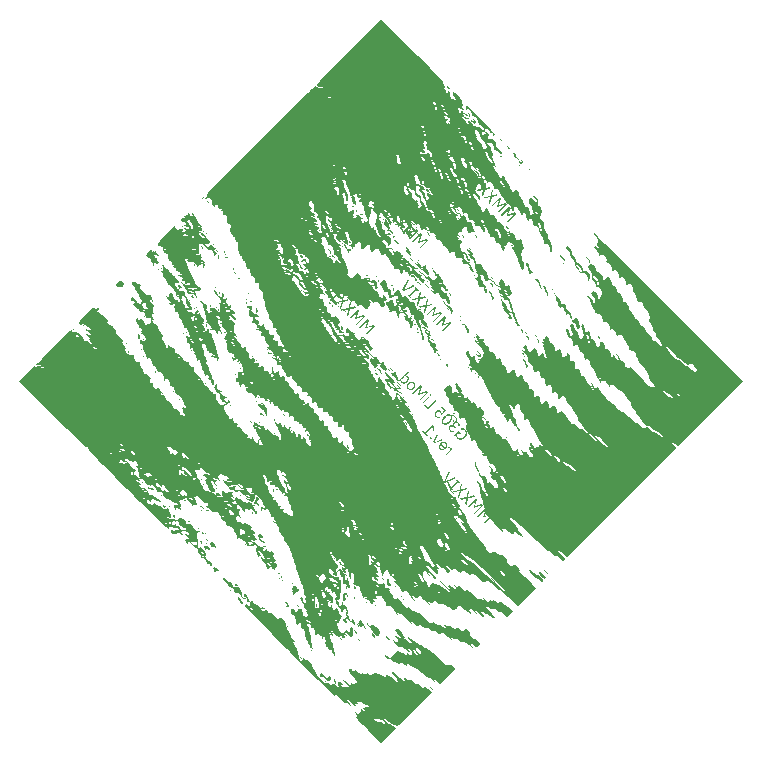
<source format=gbr>
%TF.GenerationSoftware,KiCad,Pcbnew,7.0.1*%
%TF.CreationDate,2024-02-21T00:14:53-08:00*%
%TF.ProjectId,G305_lipo_PMIC,47333035-5f6c-4697-906f-5f504d49432e,rev?*%
%TF.SameCoordinates,Original*%
%TF.FileFunction,Legend,Bot*%
%TF.FilePolarity,Positive*%
%FSLAX46Y46*%
G04 Gerber Fmt 4.6, Leading zero omitted, Abs format (unit mm)*
G04 Created by KiCad (PCBNEW 7.0.1) date 2024-02-21 00:14:53*
%MOMM*%
%LPD*%
G01*
G04 APERTURE LIST*
%ADD10C,0.150000*%
G04 APERTURE END LIST*
D10*
G36*
X105778155Y-78787739D02*
G01*
X105696984Y-78706567D01*
X106283493Y-78120059D01*
X106278657Y-78115223D01*
X106103360Y-78173425D01*
X105634810Y-78311417D01*
X105772802Y-77842866D01*
X105831176Y-77667742D01*
X105826168Y-77662734D01*
X105239659Y-78249243D01*
X105158487Y-78168071D01*
X105854837Y-77471721D01*
X105961742Y-77578626D01*
X105785409Y-78152873D01*
X105790418Y-78157881D01*
X106363628Y-77980512D01*
X106474505Y-78091389D01*
X105778155Y-78787739D01*
G37*
G36*
X104974728Y-77984312D02*
G01*
X104893557Y-77903140D01*
X105480065Y-77316631D01*
X105475230Y-77311796D01*
X105299933Y-77369997D01*
X104831382Y-77507989D01*
X104969374Y-77039439D01*
X105027749Y-76864315D01*
X105022740Y-76859307D01*
X104436232Y-77445815D01*
X104355060Y-77364644D01*
X105051410Y-76668294D01*
X105158314Y-76775199D01*
X104981982Y-77349445D01*
X104986990Y-77354454D01*
X105560201Y-77177085D01*
X105671078Y-77287962D01*
X104974728Y-77984312D01*
G37*
G36*
X104239692Y-77249276D02*
G01*
X104144704Y-77154288D01*
X104255754Y-76680901D01*
X104253682Y-76678829D01*
X103780295Y-76789879D01*
X103680298Y-76689882D01*
X104265080Y-76560698D01*
X104382520Y-75999404D01*
X104477681Y-76094565D01*
X104377512Y-76549127D01*
X104379411Y-76551027D01*
X104830173Y-76447058D01*
X104930170Y-76547054D01*
X104368013Y-76669503D01*
X104239692Y-77249276D01*
G37*
G36*
X103633150Y-76642733D02*
G01*
X103538162Y-76547745D01*
X103649211Y-76074359D01*
X103647139Y-76072286D01*
X103173752Y-76183336D01*
X103073756Y-76083339D01*
X103658538Y-75954156D01*
X103775977Y-75392862D01*
X103871138Y-75488023D01*
X103770969Y-75942584D01*
X103772869Y-75944484D01*
X104223631Y-75840515D01*
X104323627Y-75940512D01*
X103761470Y-76062960D01*
X103633150Y-76642733D01*
G37*
G36*
X102713664Y-75723248D02*
G01*
X102782919Y-75653993D01*
X102879980Y-75751054D01*
X103437647Y-75193387D01*
X103340586Y-75096326D01*
X103410014Y-75026898D01*
X103687379Y-75304264D01*
X103617952Y-75373691D01*
X103520891Y-75276631D01*
X102963224Y-75834298D01*
X103060285Y-75931358D01*
X102991030Y-76000613D01*
X102713664Y-75723248D01*
G37*
G36*
X102304006Y-75313590D02*
G01*
X102767721Y-74384605D01*
X102853901Y-74470786D01*
X102617467Y-74936919D01*
X102434399Y-75276458D01*
X102439235Y-75281294D01*
X102776875Y-75096326D01*
X103241971Y-74858856D01*
X103331087Y-74947972D01*
X102405039Y-75414623D01*
X102304006Y-75313590D01*
G37*
G36*
X108768614Y-94652320D02*
G01*
X108691414Y-94575120D01*
X109052024Y-94214510D01*
X109285695Y-94448181D01*
X109212468Y-94521409D01*
X109059968Y-94368909D01*
X108990368Y-94438510D01*
X108980995Y-94448350D01*
X108972394Y-94458335D01*
X108964552Y-94468455D01*
X108957457Y-94478697D01*
X108951097Y-94489052D01*
X108945460Y-94499506D01*
X108940533Y-94510050D01*
X108936303Y-94520672D01*
X108932759Y-94531360D01*
X108929887Y-94542104D01*
X108927677Y-94552891D01*
X108926114Y-94563711D01*
X108925188Y-94574552D01*
X108924885Y-94585404D01*
X108925193Y-94596254D01*
X108926100Y-94607092D01*
X108927593Y-94617906D01*
X108929661Y-94628685D01*
X108932290Y-94639418D01*
X108935468Y-94650093D01*
X108939184Y-94660699D01*
X108943424Y-94671225D01*
X108948176Y-94681659D01*
X108953428Y-94691991D01*
X108959167Y-94702208D01*
X108965382Y-94712300D01*
X108972060Y-94722255D01*
X108979188Y-94732063D01*
X108986754Y-94741711D01*
X108994745Y-94751188D01*
X109003150Y-94760484D01*
X109011956Y-94769587D01*
X109024416Y-94781505D01*
X109037111Y-94792586D01*
X109050026Y-94802833D01*
X109063147Y-94812249D01*
X109076461Y-94820837D01*
X109089953Y-94828599D01*
X109103609Y-94835539D01*
X109117415Y-94841659D01*
X109131356Y-94846963D01*
X109145419Y-94851452D01*
X109159589Y-94855132D01*
X109173852Y-94858003D01*
X109188194Y-94860069D01*
X109202600Y-94861333D01*
X109217058Y-94861798D01*
X109231552Y-94861466D01*
X109246068Y-94860341D01*
X109260592Y-94858426D01*
X109275110Y-94855723D01*
X109289608Y-94852236D01*
X109304071Y-94847967D01*
X109318486Y-94842919D01*
X109332838Y-94837095D01*
X109347113Y-94830498D01*
X109361298Y-94823131D01*
X109375376Y-94814997D01*
X109389336Y-94806098D01*
X109403162Y-94796438D01*
X109416840Y-94786020D01*
X109430356Y-94774846D01*
X109443696Y-94762920D01*
X109456846Y-94750244D01*
X109568587Y-94638503D01*
X109580983Y-94625623D01*
X109592621Y-94612544D01*
X109603501Y-94599281D01*
X109613624Y-94585851D01*
X109622989Y-94572270D01*
X109631596Y-94558554D01*
X109639446Y-94544719D01*
X109646539Y-94530781D01*
X109652875Y-94516756D01*
X109658454Y-94502660D01*
X109663275Y-94488510D01*
X109667340Y-94474322D01*
X109670648Y-94460111D01*
X109673199Y-94445893D01*
X109674994Y-94431686D01*
X109676032Y-94417504D01*
X109676313Y-94403365D01*
X109675838Y-94389283D01*
X109674607Y-94375276D01*
X109672620Y-94361359D01*
X109669877Y-94347549D01*
X109666378Y-94333860D01*
X109662123Y-94320311D01*
X109657112Y-94306916D01*
X109651346Y-94293692D01*
X109644824Y-94280655D01*
X109637546Y-94267820D01*
X109629513Y-94255205D01*
X109620725Y-94242825D01*
X109611182Y-94230696D01*
X109600883Y-94218835D01*
X109589830Y-94207257D01*
X109581603Y-94199296D01*
X109573249Y-94191732D01*
X109564771Y-94184564D01*
X109556174Y-94177790D01*
X109547465Y-94171410D01*
X109538648Y-94165421D01*
X109529728Y-94159823D01*
X109520710Y-94154614D01*
X109511599Y-94149792D01*
X109502401Y-94145357D01*
X109493121Y-94141306D01*
X109483763Y-94137639D01*
X109474334Y-94134353D01*
X109464837Y-94131449D01*
X109455279Y-94128923D01*
X109445664Y-94126776D01*
X109435997Y-94125005D01*
X109426284Y-94123609D01*
X109416529Y-94122586D01*
X109406738Y-94121936D01*
X109396916Y-94121657D01*
X109387068Y-94121747D01*
X109377199Y-94122205D01*
X109367315Y-94123030D01*
X109357419Y-94124221D01*
X109347519Y-94125775D01*
X109337617Y-94127692D01*
X109327721Y-94129970D01*
X109317835Y-94132607D01*
X109307963Y-94135603D01*
X109298112Y-94138956D01*
X109288285Y-94142665D01*
X109261343Y-94032824D01*
X109273970Y-94028779D01*
X109286651Y-94025134D01*
X109299381Y-94021893D01*
X109312155Y-94019065D01*
X109324966Y-94016655D01*
X109337809Y-94014669D01*
X109350679Y-94013114D01*
X109363569Y-94011997D01*
X109376474Y-94011323D01*
X109389387Y-94011099D01*
X109402304Y-94011332D01*
X109415218Y-94012028D01*
X109428124Y-94013194D01*
X109441016Y-94014834D01*
X109453888Y-94016957D01*
X109466734Y-94019569D01*
X109479549Y-94022675D01*
X109492326Y-94026282D01*
X109505061Y-94030397D01*
X109517747Y-94035027D01*
X109530379Y-94040176D01*
X109542951Y-94045852D01*
X109555457Y-94052062D01*
X109567891Y-94058811D01*
X109580247Y-94066106D01*
X109592521Y-94073953D01*
X109604706Y-94082359D01*
X109616795Y-94091330D01*
X109628785Y-94100873D01*
X109640668Y-94110993D01*
X109652440Y-94121698D01*
X109664093Y-94132993D01*
X109680169Y-94149815D01*
X109695137Y-94167015D01*
X109708990Y-94184577D01*
X109721724Y-94202487D01*
X109733332Y-94220729D01*
X109743811Y-94239289D01*
X109753153Y-94258151D01*
X109761354Y-94277300D01*
X109768407Y-94296721D01*
X109774308Y-94316400D01*
X109779051Y-94336320D01*
X109782631Y-94356468D01*
X109785041Y-94376827D01*
X109786277Y-94397384D01*
X109786333Y-94418123D01*
X109785203Y-94439028D01*
X109782882Y-94460085D01*
X109779365Y-94481279D01*
X109774646Y-94502594D01*
X109768719Y-94524017D01*
X109761578Y-94545530D01*
X109753220Y-94567121D01*
X109743637Y-94588773D01*
X109732825Y-94610471D01*
X109720777Y-94632200D01*
X109707489Y-94653946D01*
X109692955Y-94675693D01*
X109677170Y-94697427D01*
X109660127Y-94719131D01*
X109641822Y-94740792D01*
X109622248Y-94762394D01*
X109601401Y-94783921D01*
X109579340Y-94805296D01*
X109557240Y-94825354D01*
X109535116Y-94844104D01*
X109512984Y-94861555D01*
X109490859Y-94877715D01*
X109468757Y-94892594D01*
X109446693Y-94906200D01*
X109424683Y-94918543D01*
X109402741Y-94929630D01*
X109380884Y-94939471D01*
X109359127Y-94948075D01*
X109337486Y-94955450D01*
X109315976Y-94961605D01*
X109294611Y-94966549D01*
X109273409Y-94970291D01*
X109252384Y-94972840D01*
X109231552Y-94974204D01*
X109210928Y-94974393D01*
X109190528Y-94973415D01*
X109170367Y-94971278D01*
X109150460Y-94967993D01*
X109130824Y-94963567D01*
X109111473Y-94958010D01*
X109092424Y-94951330D01*
X109073690Y-94943536D01*
X109055289Y-94934637D01*
X109037235Y-94924642D01*
X109019544Y-94913559D01*
X109002232Y-94901398D01*
X108985313Y-94888166D01*
X108968803Y-94873874D01*
X108952718Y-94858530D01*
X108943117Y-94848648D01*
X108934000Y-94838694D01*
X108925365Y-94828679D01*
X108917210Y-94818612D01*
X108909533Y-94808502D01*
X108902330Y-94798358D01*
X108895600Y-94788190D01*
X108889341Y-94778006D01*
X108883549Y-94767816D01*
X108878223Y-94757630D01*
X108873361Y-94747455D01*
X108868959Y-94737303D01*
X108865016Y-94727181D01*
X108861530Y-94717100D01*
X108858497Y-94707067D01*
X108855917Y-94697093D01*
X108853785Y-94687188D01*
X108852100Y-94677359D01*
X108850860Y-94667616D01*
X108849705Y-94648426D01*
X108850300Y-94629693D01*
X108852627Y-94611489D01*
X108856666Y-94593889D01*
X108862400Y-94576966D01*
X108869810Y-94560795D01*
X108874137Y-94553014D01*
X108871028Y-94549905D01*
X108768614Y-94652320D01*
G37*
G36*
X108829752Y-93927991D02*
G01*
X108757561Y-94000183D01*
X108676389Y-93919011D01*
X108667290Y-93910178D01*
X108658194Y-93901879D01*
X108649105Y-93894112D01*
X108640026Y-93886876D01*
X108630960Y-93880169D01*
X108621910Y-93873992D01*
X108612879Y-93868342D01*
X108603871Y-93863219D01*
X108594890Y-93858621D01*
X108585937Y-93854547D01*
X108568134Y-93847969D01*
X108550486Y-93843475D01*
X108533022Y-93841056D01*
X108515765Y-93840703D01*
X108498743Y-93842408D01*
X108481982Y-93846162D01*
X108465507Y-93851955D01*
X108449345Y-93859780D01*
X108433522Y-93869626D01*
X108418063Y-93881486D01*
X108410479Y-93888168D01*
X108402996Y-93895350D01*
X108395224Y-93903122D01*
X108388042Y-93910605D01*
X108381360Y-93918189D01*
X108375179Y-93925871D01*
X108364324Y-93941516D01*
X108355488Y-93957512D01*
X108348678Y-93973833D01*
X108343903Y-93990454D01*
X108341173Y-94007349D01*
X108340495Y-94024492D01*
X108341880Y-94041856D01*
X108345336Y-94059415D01*
X108350871Y-94077144D01*
X108358495Y-94095016D01*
X108363093Y-94103998D01*
X108368216Y-94113005D01*
X108373866Y-94122036D01*
X108380043Y-94131086D01*
X108386750Y-94140152D01*
X108393986Y-94149231D01*
X108401753Y-94158321D01*
X108410052Y-94167416D01*
X108418885Y-94176515D01*
X108426748Y-94184169D01*
X108434571Y-94191368D01*
X108442356Y-94198123D01*
X108450108Y-94204444D01*
X108465526Y-94215825D01*
X108480854Y-94225596D01*
X108496121Y-94233841D01*
X108511356Y-94240644D01*
X108526590Y-94246089D01*
X108541851Y-94250260D01*
X108557169Y-94253241D01*
X108572573Y-94255116D01*
X108588092Y-94255969D01*
X108603755Y-94255884D01*
X108619593Y-94254945D01*
X108635634Y-94253236D01*
X108651908Y-94250840D01*
X108668444Y-94247843D01*
X108684333Y-94356647D01*
X108665176Y-94359351D01*
X108655441Y-94360495D01*
X108645608Y-94361475D01*
X108635679Y-94362273D01*
X108625657Y-94362873D01*
X108615546Y-94363255D01*
X108605350Y-94363402D01*
X108595072Y-94363295D01*
X108584715Y-94362918D01*
X108574282Y-94362251D01*
X108563777Y-94361277D01*
X108553204Y-94359978D01*
X108542565Y-94358335D01*
X108531864Y-94356332D01*
X108521105Y-94353949D01*
X108510290Y-94351169D01*
X108499424Y-94347973D01*
X108488510Y-94344345D01*
X108477550Y-94340265D01*
X108466549Y-94335717D01*
X108455510Y-94330681D01*
X108444436Y-94325140D01*
X108433330Y-94319076D01*
X108422196Y-94312470D01*
X108411038Y-94305306D01*
X108399858Y-94297564D01*
X108388660Y-94289228D01*
X108377448Y-94280278D01*
X108366224Y-94270697D01*
X108354993Y-94260467D01*
X108343758Y-94249570D01*
X108330954Y-94236290D01*
X108318904Y-94222821D01*
X108307607Y-94209180D01*
X108297062Y-94195385D01*
X108287269Y-94181453D01*
X108278230Y-94167402D01*
X108269943Y-94153249D01*
X108262408Y-94139011D01*
X108255625Y-94124706D01*
X108249595Y-94110350D01*
X108244318Y-94095963D01*
X108239792Y-94081560D01*
X108236019Y-94067159D01*
X108232997Y-94052779D01*
X108230728Y-94038435D01*
X108229211Y-94024145D01*
X108228445Y-94009928D01*
X108228431Y-93995800D01*
X108229169Y-93981778D01*
X108230659Y-93967880D01*
X108232900Y-93954124D01*
X108235893Y-93940527D01*
X108239638Y-93927106D01*
X108244133Y-93913878D01*
X108249381Y-93900862D01*
X108255379Y-93888073D01*
X108262129Y-93875531D01*
X108269630Y-93863252D01*
X108277882Y-93851253D01*
X108286885Y-93839552D01*
X108296639Y-93828167D01*
X108307144Y-93817114D01*
X108316749Y-93807922D01*
X108326484Y-93799409D01*
X108336337Y-93791562D01*
X108346297Y-93784366D01*
X108356354Y-93777808D01*
X108366496Y-93771875D01*
X108376712Y-93766551D01*
X108386991Y-93761824D01*
X108397321Y-93757680D01*
X108407693Y-93754104D01*
X108418094Y-93751084D01*
X108428514Y-93748605D01*
X108438941Y-93746652D01*
X108449365Y-93745214D01*
X108459774Y-93744275D01*
X108470157Y-93743822D01*
X108480503Y-93743842D01*
X108490801Y-93744319D01*
X108501040Y-93745241D01*
X108511208Y-93746593D01*
X108521296Y-93748363D01*
X108531291Y-93750535D01*
X108541182Y-93753096D01*
X108550959Y-93756033D01*
X108560610Y-93759332D01*
X108570124Y-93762977D01*
X108579490Y-93766957D01*
X108588697Y-93771257D01*
X108597734Y-93775863D01*
X108606590Y-93780762D01*
X108615254Y-93785939D01*
X108623714Y-93791381D01*
X108627686Y-93787409D01*
X108622734Y-93778714D01*
X108618086Y-93769895D01*
X108613749Y-93760959D01*
X108609732Y-93751916D01*
X108606044Y-93742772D01*
X108602693Y-93733537D01*
X108599687Y-93724218D01*
X108594748Y-93705362D01*
X108591293Y-93686270D01*
X108589393Y-93667006D01*
X108589114Y-93647636D01*
X108590526Y-93628226D01*
X108591886Y-93618526D01*
X108593696Y-93608840D01*
X108595961Y-93599177D01*
X108598692Y-93589544D01*
X108601897Y-93579950D01*
X108605584Y-93570403D01*
X108609762Y-93560911D01*
X108614440Y-93551482D01*
X108619625Y-93542125D01*
X108625327Y-93532847D01*
X108631554Y-93523657D01*
X108638314Y-93514563D01*
X108645616Y-93505573D01*
X108653469Y-93496695D01*
X108661882Y-93487937D01*
X108672876Y-93477484D01*
X108684087Y-93467880D01*
X108695501Y-93459112D01*
X108707104Y-93451170D01*
X108718882Y-93444044D01*
X108730819Y-93437721D01*
X108742902Y-93432190D01*
X108755116Y-93427442D01*
X108767447Y-93423464D01*
X108779880Y-93420245D01*
X108792402Y-93417775D01*
X108804997Y-93416042D01*
X108817652Y-93415036D01*
X108830352Y-93414745D01*
X108843083Y-93415158D01*
X108855830Y-93416264D01*
X108868579Y-93418053D01*
X108881316Y-93420512D01*
X108894026Y-93423631D01*
X108906695Y-93427399D01*
X108919309Y-93431805D01*
X108931853Y-93436837D01*
X108944313Y-93442486D01*
X108956674Y-93448738D01*
X108968923Y-93455585D01*
X108981044Y-93463013D01*
X108993024Y-93471013D01*
X109004848Y-93479574D01*
X109016501Y-93488683D01*
X109027970Y-93498331D01*
X109039240Y-93508506D01*
X109050297Y-93519197D01*
X109060378Y-93529611D01*
X109069842Y-93540061D01*
X109078703Y-93550540D01*
X109086978Y-93561043D01*
X109094680Y-93571562D01*
X109101826Y-93582092D01*
X109108431Y-93592628D01*
X109114508Y-93603162D01*
X109120075Y-93613688D01*
X109125145Y-93624201D01*
X109129735Y-93634695D01*
X109133859Y-93645163D01*
X109137531Y-93655599D01*
X109140769Y-93665998D01*
X109143586Y-93676352D01*
X109145998Y-93686657D01*
X109148019Y-93696905D01*
X109149666Y-93707091D01*
X109150953Y-93717209D01*
X109151895Y-93727252D01*
X109152507Y-93737214D01*
X109152806Y-93747090D01*
X109152805Y-93756873D01*
X109151966Y-93776137D01*
X109150112Y-93794956D01*
X109147364Y-93813282D01*
X109143843Y-93831065D01*
X109141831Y-93839739D01*
X109030781Y-93827822D01*
X109035271Y-93812250D01*
X109038931Y-93796817D01*
X109041716Y-93781522D01*
X109043583Y-93766366D01*
X109044486Y-93751350D01*
X109044382Y-93736474D01*
X109043225Y-93721738D01*
X109040971Y-93707144D01*
X109037575Y-93692691D01*
X109032994Y-93678381D01*
X109027182Y-93664213D01*
X109020095Y-93650189D01*
X109011688Y-93636308D01*
X109001918Y-93622571D01*
X108990738Y-93608980D01*
X108978106Y-93595533D01*
X108964201Y-93582522D01*
X108949974Y-93570975D01*
X108935467Y-93560932D01*
X108920724Y-93552432D01*
X108905787Y-93545515D01*
X108890698Y-93540220D01*
X108875499Y-93536586D01*
X108860234Y-93534654D01*
X108844945Y-93534462D01*
X108829673Y-93536051D01*
X108814463Y-93539458D01*
X108799355Y-93544725D01*
X108784394Y-93551890D01*
X108769620Y-93560993D01*
X108755078Y-93572073D01*
X108740808Y-93585171D01*
X108733555Y-93592424D01*
X108721382Y-93605709D01*
X108710800Y-93619624D01*
X108701853Y-93634119D01*
X108694585Y-93649145D01*
X108689040Y-93664651D01*
X108685263Y-93680588D01*
X108683298Y-93696906D01*
X108683189Y-93713556D01*
X108684981Y-93730486D01*
X108688717Y-93747649D01*
X108694442Y-93764992D01*
X108702200Y-93782468D01*
X108706856Y-93791240D01*
X108712036Y-93800026D01*
X108717747Y-93808820D01*
X108723994Y-93817615D01*
X108730782Y-93826407D01*
X108738118Y-93835187D01*
X108746006Y-93843951D01*
X108754452Y-93852692D01*
X108829752Y-93927991D01*
G37*
G36*
X108253446Y-92813001D02*
G01*
X108271186Y-92815233D01*
X108288727Y-92818680D01*
X108306067Y-92823352D01*
X108323203Y-92829259D01*
X108340132Y-92836412D01*
X108356851Y-92844821D01*
X108373357Y-92854498D01*
X108389647Y-92865453D01*
X108405718Y-92877696D01*
X108421567Y-92891239D01*
X108437191Y-92906091D01*
X108452029Y-92921701D01*
X108465558Y-92937537D01*
X108477790Y-92953596D01*
X108488735Y-92969877D01*
X108498404Y-92986374D01*
X108506807Y-93003087D01*
X108513955Y-93020010D01*
X108519858Y-93037143D01*
X108524527Y-93054480D01*
X108527973Y-93072021D01*
X108530206Y-93089760D01*
X108531236Y-93107696D01*
X108531074Y-93125825D01*
X108529731Y-93144144D01*
X108527218Y-93162651D01*
X108523544Y-93181341D01*
X108518721Y-93200213D01*
X108512759Y-93219263D01*
X108505668Y-93238488D01*
X108497460Y-93257885D01*
X108488144Y-93277451D01*
X108477731Y-93297183D01*
X108466232Y-93317078D01*
X108453658Y-93337133D01*
X108440018Y-93357344D01*
X108425324Y-93377710D01*
X108409586Y-93398226D01*
X108392815Y-93418890D01*
X108375021Y-93439699D01*
X108356214Y-93460649D01*
X108336406Y-93481738D01*
X108315607Y-93502963D01*
X108294367Y-93523777D01*
X108273265Y-93543599D01*
X108252303Y-93562417D01*
X108231484Y-93580220D01*
X108210812Y-93597000D01*
X108190290Y-93612744D01*
X108169919Y-93627443D01*
X108149704Y-93641087D01*
X108129647Y-93653664D01*
X108109750Y-93665164D01*
X108090018Y-93675577D01*
X108070453Y-93684892D01*
X108051058Y-93693098D01*
X108031835Y-93700187D01*
X108012789Y-93706146D01*
X107993920Y-93710965D01*
X107975234Y-93714634D01*
X107956732Y-93717143D01*
X107938418Y-93718481D01*
X107920294Y-93718637D01*
X107902364Y-93717602D01*
X107884630Y-93715364D01*
X107867095Y-93711913D01*
X107849762Y-93707238D01*
X107832635Y-93701330D01*
X107815716Y-93694178D01*
X107799008Y-93685771D01*
X107782513Y-93676098D01*
X107766236Y-93665150D01*
X107750179Y-93652916D01*
X107734344Y-93639385D01*
X107718735Y-93624547D01*
X107703882Y-93608923D01*
X107690338Y-93593076D01*
X107678093Y-93577007D01*
X107667135Y-93560720D01*
X107657454Y-93544218D01*
X107649041Y-93527503D01*
X107641883Y-93510579D01*
X107635972Y-93493448D01*
X107631295Y-93476113D01*
X107627843Y-93458577D01*
X107625604Y-93440842D01*
X107624570Y-93422913D01*
X107624596Y-93419903D01*
X107733209Y-93419903D01*
X107733445Y-93431656D01*
X107734464Y-93443300D01*
X107736281Y-93454829D01*
X107738910Y-93466236D01*
X107742365Y-93477515D01*
X107746662Y-93488659D01*
X107751815Y-93499663D01*
X107757838Y-93510520D01*
X107764747Y-93521225D01*
X107772554Y-93531770D01*
X107781276Y-93542149D01*
X107790926Y-93552356D01*
X107801133Y-93562006D01*
X107811511Y-93570727D01*
X107822054Y-93578532D01*
X107832755Y-93585437D01*
X107843608Y-93591456D01*
X107854608Y-93596605D01*
X107865747Y-93600896D01*
X107877020Y-93604346D01*
X107888421Y-93606969D01*
X107899943Y-93608779D01*
X107911580Y-93609791D01*
X107923326Y-93610019D01*
X107935174Y-93609479D01*
X107947119Y-93608184D01*
X107959155Y-93606150D01*
X107971274Y-93603391D01*
X107983472Y-93599921D01*
X107995741Y-93595756D01*
X108008076Y-93590910D01*
X108020470Y-93585397D01*
X108032917Y-93579232D01*
X108045411Y-93572429D01*
X108057946Y-93565004D01*
X108070515Y-93556971D01*
X108083113Y-93548344D01*
X108095733Y-93539139D01*
X108108369Y-93529369D01*
X108121014Y-93519049D01*
X108133663Y-93508195D01*
X108146310Y-93496819D01*
X108158947Y-93484939D01*
X108171570Y-93472566D01*
X108285038Y-93359099D01*
X108297410Y-93346476D01*
X108309291Y-93333839D01*
X108320666Y-93321192D01*
X108331520Y-93308543D01*
X108341840Y-93295898D01*
X108351610Y-93283262D01*
X108360816Y-93270642D01*
X108369442Y-93258044D01*
X108377475Y-93245475D01*
X108384900Y-93232940D01*
X108391703Y-93220446D01*
X108397868Y-93207999D01*
X108403381Y-93195605D01*
X108408227Y-93183270D01*
X108412393Y-93171001D01*
X108415862Y-93158803D01*
X108418621Y-93146684D01*
X108420656Y-93134648D01*
X108421950Y-93122703D01*
X108422491Y-93110854D01*
X108422262Y-93099108D01*
X108421250Y-93087471D01*
X108419440Y-93075950D01*
X108416818Y-93064549D01*
X108413368Y-93053276D01*
X108409076Y-93042137D01*
X108403928Y-93031137D01*
X108397908Y-93020284D01*
X108391003Y-93009583D01*
X108383198Y-92999040D01*
X108374478Y-92988662D01*
X108364828Y-92978455D01*
X108354620Y-92968805D01*
X108344241Y-92960083D01*
X108333696Y-92952275D01*
X108322992Y-92945367D01*
X108312134Y-92939344D01*
X108301130Y-92934191D01*
X108289986Y-92929894D01*
X108278707Y-92926438D01*
X108267300Y-92923809D01*
X108255771Y-92921993D01*
X108244127Y-92920974D01*
X108232374Y-92920738D01*
X108220518Y-92921270D01*
X108208564Y-92922557D01*
X108196521Y-92924583D01*
X108184393Y-92927334D01*
X108172188Y-92930796D01*
X108159911Y-92934953D01*
X108147568Y-92939792D01*
X108135166Y-92945297D01*
X108122712Y-92951455D01*
X108110210Y-92958250D01*
X108097669Y-92965668D01*
X108085093Y-92973695D01*
X108072489Y-92982316D01*
X108059864Y-92991516D01*
X108047224Y-93001281D01*
X108034574Y-93011597D01*
X108021922Y-93022449D01*
X108009274Y-93033821D01*
X107996634Y-93045701D01*
X107984011Y-93058073D01*
X107870544Y-93171540D01*
X107858172Y-93184163D01*
X107846293Y-93196802D01*
X107834920Y-93209451D01*
X107824068Y-93222103D01*
X107813753Y-93234753D01*
X107803987Y-93247393D01*
X107794787Y-93260018D01*
X107786166Y-93272622D01*
X107778139Y-93285197D01*
X107770721Y-93297739D01*
X107763926Y-93310240D01*
X107757768Y-93322695D01*
X107752263Y-93335097D01*
X107747424Y-93347439D01*
X107743267Y-93359717D01*
X107739806Y-93371922D01*
X107737054Y-93384050D01*
X107735028Y-93396093D01*
X107733742Y-93408046D01*
X107733209Y-93419903D01*
X107624596Y-93419903D01*
X107624728Y-93404791D01*
X107626068Y-93386479D01*
X107628580Y-93367980D01*
X107632253Y-93349298D01*
X107637077Y-93330434D01*
X107643040Y-93311392D01*
X107650134Y-93292174D01*
X107658346Y-93272784D01*
X107667666Y-93253224D01*
X107678084Y-93233498D01*
X107689590Y-93213607D01*
X107702172Y-93193555D01*
X107715820Y-93173344D01*
X107730524Y-93152978D01*
X107746272Y-93132460D01*
X107763055Y-93111791D01*
X107780862Y-93090976D01*
X107799682Y-93070016D01*
X107819505Y-93048916D01*
X107840320Y-93027676D01*
X107861544Y-93006876D01*
X107882632Y-92987067D01*
X107903580Y-92968258D01*
X107924386Y-92950461D01*
X107945046Y-92933686D01*
X107965558Y-92917944D01*
X107985919Y-92903245D01*
X108006126Y-92889601D01*
X108026176Y-92877021D01*
X108046065Y-92865517D01*
X108065792Y-92855099D01*
X108085352Y-92845778D01*
X108104744Y-92837564D01*
X108123964Y-92830468D01*
X108143009Y-92824501D01*
X108161877Y-92819674D01*
X108180564Y-92815996D01*
X108199067Y-92813480D01*
X108217384Y-92812134D01*
X108235511Y-92811971D01*
X108253446Y-92813001D01*
G37*
G36*
X107636700Y-92127707D02*
G01*
X108006981Y-92497988D01*
X107650689Y-92903674D01*
X107570381Y-92843399D01*
X107570923Y-92832019D01*
X107571205Y-92820671D01*
X107571150Y-92809346D01*
X107570686Y-92798034D01*
X107569737Y-92786728D01*
X107568229Y-92775418D01*
X107566086Y-92764095D01*
X107563235Y-92752750D01*
X107559601Y-92741376D01*
X107555109Y-92729962D01*
X107549685Y-92718500D01*
X107543253Y-92706981D01*
X107535739Y-92695396D01*
X107527069Y-92683736D01*
X107517169Y-92671994D01*
X107505962Y-92660158D01*
X107497126Y-92651634D01*
X107488236Y-92643676D01*
X107479296Y-92636283D01*
X107470310Y-92629454D01*
X107461282Y-92623186D01*
X107452216Y-92617480D01*
X107443115Y-92612333D01*
X107433984Y-92607745D01*
X107424826Y-92603713D01*
X107415646Y-92600237D01*
X107397233Y-92594945D01*
X107378776Y-92591859D01*
X107360306Y-92590968D01*
X107341854Y-92592261D01*
X107323452Y-92595726D01*
X107305130Y-92601353D01*
X107296009Y-92604974D01*
X107286920Y-92609132D01*
X107277866Y-92613825D01*
X107268852Y-92619051D01*
X107259881Y-92624809D01*
X107250958Y-92631099D01*
X107242086Y-92637918D01*
X107233269Y-92645266D01*
X107224511Y-92653140D01*
X107215816Y-92661540D01*
X107205627Y-92671730D01*
X107197227Y-92680425D01*
X107189352Y-92689183D01*
X107182005Y-92698000D01*
X107175185Y-92706872D01*
X107168896Y-92715795D01*
X107163137Y-92724766D01*
X107157911Y-92733780D01*
X107153218Y-92742833D01*
X107149061Y-92751923D01*
X107145440Y-92761044D01*
X107139813Y-92779366D01*
X107136347Y-92797768D01*
X107135055Y-92816220D01*
X107135946Y-92834690D01*
X107139032Y-92853147D01*
X107144323Y-92871560D01*
X107147800Y-92880740D01*
X107151831Y-92889898D01*
X107156420Y-92899029D01*
X107161567Y-92908129D01*
X107167273Y-92917195D01*
X107173540Y-92926223D01*
X107180369Y-92935209D01*
X107187763Y-92944149D01*
X107195721Y-92953039D01*
X107204245Y-92961875D01*
X107212017Y-92969430D01*
X107219729Y-92976495D01*
X107227386Y-92983081D01*
X107242558Y-92994872D01*
X107257577Y-93004902D01*
X107272487Y-93013273D01*
X107287332Y-93020085D01*
X107302155Y-93025440D01*
X107317002Y-93029437D01*
X107331916Y-93032177D01*
X107346941Y-93033762D01*
X107362121Y-93034291D01*
X107377500Y-93033866D01*
X107393123Y-93032587D01*
X107409032Y-93030555D01*
X107425273Y-93027870D01*
X107441888Y-93024634D01*
X107450351Y-93022841D01*
X107464513Y-93133372D01*
X107445256Y-93136585D01*
X107435495Y-93137977D01*
X107425650Y-93139203D01*
X107415726Y-93140245D01*
X107405724Y-93141087D01*
X107395649Y-93141711D01*
X107385505Y-93142099D01*
X107375294Y-93142235D01*
X107365021Y-93142102D01*
X107354688Y-93141681D01*
X107344299Y-93140956D01*
X107333858Y-93139909D01*
X107323368Y-93138524D01*
X107312833Y-93136782D01*
X107302255Y-93134668D01*
X107291640Y-93132162D01*
X107280989Y-93129249D01*
X107270307Y-93125910D01*
X107259596Y-93122129D01*
X107248862Y-93117889D01*
X107238106Y-93113171D01*
X107227332Y-93107960D01*
X107216545Y-93102237D01*
X107205747Y-93095985D01*
X107194941Y-93089187D01*
X107184132Y-93081826D01*
X107173323Y-93073884D01*
X107162517Y-93065344D01*
X107151718Y-93056190D01*
X107140929Y-93046403D01*
X107130154Y-93035966D01*
X107116967Y-93022230D01*
X107104670Y-93008297D01*
X107093257Y-92994182D01*
X107082726Y-92979901D01*
X107073071Y-92965467D01*
X107064289Y-92950895D01*
X107056375Y-92936202D01*
X107049325Y-92921400D01*
X107043135Y-92906506D01*
X107037801Y-92891534D01*
X107033318Y-92876498D01*
X107029683Y-92861414D01*
X107026891Y-92846297D01*
X107024937Y-92831161D01*
X107023818Y-92816021D01*
X107023530Y-92800892D01*
X107024068Y-92785789D01*
X107025428Y-92770726D01*
X107027606Y-92755719D01*
X107030597Y-92740783D01*
X107034398Y-92725931D01*
X107039004Y-92711179D01*
X107044411Y-92696543D01*
X107050615Y-92682035D01*
X107057612Y-92667673D01*
X107065397Y-92653469D01*
X107073966Y-92639440D01*
X107083315Y-92625599D01*
X107093440Y-92611963D01*
X107104336Y-92598545D01*
X107116000Y-92585360D01*
X107128427Y-92572424D01*
X107141244Y-92560115D01*
X107154232Y-92548636D01*
X107167377Y-92537981D01*
X107180665Y-92528146D01*
X107194079Y-92519124D01*
X107207606Y-92510909D01*
X107221230Y-92503497D01*
X107234938Y-92496881D01*
X107248714Y-92491056D01*
X107262543Y-92486017D01*
X107276412Y-92481756D01*
X107290304Y-92478270D01*
X107304206Y-92475552D01*
X107318103Y-92473597D01*
X107331979Y-92472399D01*
X107345820Y-92471952D01*
X107359612Y-92472251D01*
X107373340Y-92473291D01*
X107386989Y-92475065D01*
X107400543Y-92477567D01*
X107413989Y-92480793D01*
X107427312Y-92484737D01*
X107440497Y-92489393D01*
X107453530Y-92494755D01*
X107466394Y-92500818D01*
X107479077Y-92507576D01*
X107491562Y-92515023D01*
X107503836Y-92523155D01*
X107515884Y-92531965D01*
X107527690Y-92541447D01*
X107539240Y-92551596D01*
X107550520Y-92562407D01*
X107563302Y-92575879D01*
X107574618Y-92589240D01*
X107584535Y-92602519D01*
X107593116Y-92615743D01*
X107600428Y-92628940D01*
X107606534Y-92642137D01*
X107611501Y-92655362D01*
X107615393Y-92668643D01*
X107618274Y-92682006D01*
X107620211Y-92695480D01*
X107621268Y-92709092D01*
X107621510Y-92722869D01*
X107621002Y-92736840D01*
X107619810Y-92751032D01*
X107617997Y-92765473D01*
X107615630Y-92780189D01*
X107622711Y-92787270D01*
X107866226Y-92504032D01*
X107563300Y-92201106D01*
X107636700Y-92127707D01*
G37*
G36*
X106137096Y-92020802D02*
G01*
X106210323Y-91947574D01*
X106504441Y-92241692D01*
X107127564Y-91618570D01*
X107210635Y-91701641D01*
X106514285Y-92397991D01*
X106137096Y-92020802D01*
G37*
G36*
X106614109Y-91242935D02*
G01*
X106605592Y-91233494D01*
X106598943Y-91224132D01*
X106594098Y-91214873D01*
X106590336Y-91202728D01*
X106589519Y-91190864D01*
X106591499Y-91179338D01*
X106596125Y-91168206D01*
X106603247Y-91157526D01*
X106610137Y-91149846D01*
X106623090Y-91136893D01*
X106630730Y-91130043D01*
X106641381Y-91122950D01*
X106652504Y-91118332D01*
X106664039Y-91116344D01*
X106675920Y-91117143D01*
X106688087Y-91120884D01*
X106697361Y-91125714D01*
X106706734Y-91132353D01*
X106716178Y-91140866D01*
X106724691Y-91150310D01*
X106731330Y-91159683D01*
X106736160Y-91168957D01*
X106739901Y-91181124D01*
X106740700Y-91193006D01*
X106738712Y-91204540D01*
X106734094Y-91215664D01*
X106727001Y-91226314D01*
X106720151Y-91233954D01*
X106707198Y-91246907D01*
X106699518Y-91253797D01*
X106688838Y-91260919D01*
X106677707Y-91265545D01*
X106666181Y-91267525D01*
X106654317Y-91266708D01*
X106642171Y-91262946D01*
X106632912Y-91258101D01*
X106623550Y-91251452D01*
X106614109Y-91242935D01*
G37*
G36*
X106026219Y-91909925D02*
G01*
X105947120Y-91830825D01*
X106455565Y-91322379D01*
X106534665Y-91401479D01*
X106026219Y-91909925D01*
G37*
G36*
X105770960Y-91654665D02*
G01*
X105689788Y-91573494D01*
X106276297Y-90986985D01*
X106271461Y-90982149D01*
X106096165Y-91040351D01*
X105627614Y-91178343D01*
X105765606Y-90709792D01*
X105823980Y-90534668D01*
X105818972Y-90529660D01*
X105232463Y-91116169D01*
X105151291Y-91034997D01*
X105847641Y-90338647D01*
X105954546Y-90445552D01*
X105778213Y-91019799D01*
X105783222Y-91024807D01*
X106356432Y-90847439D01*
X106467309Y-90958316D01*
X105770960Y-91654665D01*
G37*
G36*
X105095361Y-90052107D02*
G01*
X105111404Y-90053218D01*
X105127321Y-90055198D01*
X105143094Y-90058048D01*
X105158706Y-90061765D01*
X105174137Y-90066351D01*
X105189370Y-90071803D01*
X105204386Y-90078123D01*
X105219168Y-90085310D01*
X105233695Y-90093362D01*
X105247951Y-90102280D01*
X105261917Y-90112063D01*
X105275574Y-90122711D01*
X105288905Y-90134223D01*
X105301891Y-90146599D01*
X105314267Y-90159585D01*
X105325780Y-90172917D01*
X105336430Y-90186577D01*
X105346217Y-90200546D01*
X105355138Y-90214806D01*
X105363196Y-90229338D01*
X105370387Y-90244124D01*
X105376713Y-90259146D01*
X105382172Y-90274385D01*
X105386764Y-90289824D01*
X105390489Y-90305442D01*
X105393346Y-90321223D01*
X105395334Y-90337148D01*
X105396452Y-90353198D01*
X105396701Y-90369356D01*
X105396080Y-90385602D01*
X105394588Y-90401918D01*
X105392225Y-90418286D01*
X105388990Y-90434688D01*
X105384882Y-90451106D01*
X105379902Y-90467519D01*
X105374048Y-90483912D01*
X105367320Y-90500264D01*
X105359718Y-90516559D01*
X105351240Y-90532776D01*
X105341887Y-90548899D01*
X105331658Y-90564908D01*
X105320551Y-90580785D01*
X105308568Y-90596513D01*
X105295707Y-90612071D01*
X105281968Y-90627443D01*
X105267350Y-90642610D01*
X105252168Y-90657243D01*
X105236783Y-90670996D01*
X105221213Y-90683868D01*
X105205476Y-90695861D01*
X105189590Y-90706975D01*
X105173575Y-90717211D01*
X105157447Y-90726569D01*
X105141226Y-90735050D01*
X105124929Y-90742655D01*
X105108575Y-90749384D01*
X105092183Y-90755239D01*
X105075770Y-90760218D01*
X105059354Y-90764324D01*
X105042955Y-90767557D01*
X105026590Y-90769917D01*
X105010277Y-90771405D01*
X104994035Y-90772022D01*
X104977883Y-90771768D01*
X104961837Y-90770644D01*
X104945918Y-90768651D01*
X104930142Y-90765789D01*
X104914529Y-90762059D01*
X104899096Y-90757462D01*
X104883862Y-90751997D01*
X104868845Y-90745666D01*
X104854063Y-90738470D01*
X104839535Y-90730409D01*
X104825279Y-90721483D01*
X104811313Y-90711694D01*
X104797655Y-90701042D01*
X104784324Y-90689527D01*
X104771339Y-90677151D01*
X104758963Y-90664165D01*
X104747449Y-90650836D01*
X104736799Y-90637181D01*
X104727013Y-90623218D01*
X104718092Y-90608966D01*
X104710035Y-90594442D01*
X104702844Y-90579666D01*
X104696519Y-90564654D01*
X104691061Y-90549427D01*
X104686470Y-90534001D01*
X104682747Y-90518394D01*
X104679893Y-90502626D01*
X104677908Y-90486714D01*
X104676792Y-90470677D01*
X104676674Y-90462952D01*
X104776261Y-90462952D01*
X104777150Y-90482327D01*
X104780233Y-90501400D01*
X104785453Y-90520124D01*
X104788847Y-90529340D01*
X104792754Y-90538452D01*
X104797167Y-90547452D01*
X104802079Y-90556336D01*
X104807483Y-90565097D01*
X104813371Y-90573730D01*
X104819737Y-90582229D01*
X104826574Y-90590587D01*
X104833874Y-90598799D01*
X104841630Y-90606859D01*
X104849691Y-90614616D01*
X104857904Y-90621918D01*
X104866265Y-90628757D01*
X104874767Y-90635126D01*
X104883403Y-90641018D01*
X104892169Y-90646426D01*
X104901058Y-90651343D01*
X104910065Y-90655762D01*
X104919182Y-90659675D01*
X104928405Y-90663076D01*
X104947144Y-90668311D01*
X104966232Y-90671410D01*
X104985623Y-90672315D01*
X104995418Y-90671927D01*
X105005270Y-90670970D01*
X105015173Y-90669435D01*
X105025123Y-90667317D01*
X105035113Y-90664607D01*
X105045137Y-90661299D01*
X105055188Y-90657385D01*
X105065262Y-90652859D01*
X105075352Y-90647712D01*
X105085453Y-90641939D01*
X105095558Y-90635532D01*
X105105661Y-90628483D01*
X105115756Y-90620787D01*
X105125838Y-90612434D01*
X105135900Y-90603419D01*
X105145938Y-90593734D01*
X105218474Y-90521197D01*
X105228143Y-90511176D01*
X105237144Y-90501128D01*
X105245482Y-90491060D01*
X105253167Y-90480978D01*
X105260203Y-90470886D01*
X105266599Y-90460793D01*
X105272362Y-90450703D01*
X105277499Y-90440622D01*
X105282016Y-90430557D01*
X105285922Y-90420513D01*
X105289223Y-90410497D01*
X105291926Y-90400514D01*
X105294039Y-90390570D01*
X105295568Y-90380671D01*
X105296520Y-90370824D01*
X105296904Y-90361034D01*
X105295992Y-90341650D01*
X105292888Y-90322567D01*
X105287649Y-90303833D01*
X105284247Y-90294611D01*
X105280332Y-90285495D01*
X105275913Y-90276489D01*
X105270995Y-90267601D01*
X105265586Y-90258835D01*
X105259694Y-90250199D01*
X105253324Y-90241697D01*
X105246485Y-90233337D01*
X105239184Y-90225123D01*
X105231427Y-90217063D01*
X105223367Y-90209306D01*
X105215155Y-90202006D01*
X105206796Y-90195169D01*
X105198298Y-90188803D01*
X105189666Y-90182915D01*
X105180905Y-90177510D01*
X105172022Y-90172598D01*
X105163022Y-90168184D01*
X105153912Y-90164276D01*
X105144697Y-90160881D01*
X105125977Y-90155657D01*
X105106909Y-90152568D01*
X105087541Y-90151672D01*
X105077760Y-90152063D01*
X105067921Y-90153024D01*
X105058030Y-90154561D01*
X105048094Y-90156681D01*
X105038118Y-90159392D01*
X105028109Y-90162700D01*
X105018072Y-90166612D01*
X105008013Y-90171136D01*
X104997938Y-90176279D01*
X104987853Y-90182047D01*
X104977764Y-90188448D01*
X104967677Y-90195488D01*
X104957598Y-90203175D01*
X104947532Y-90211516D01*
X104937486Y-90220518D01*
X104927465Y-90230188D01*
X104854928Y-90302725D01*
X104845243Y-90312761D01*
X104836226Y-90322822D01*
X104827871Y-90332902D01*
X104820171Y-90342994D01*
X104813119Y-90353093D01*
X104806707Y-90363193D01*
X104800929Y-90373288D01*
X104795777Y-90383373D01*
X104791244Y-90393440D01*
X104787323Y-90403486D01*
X104784008Y-90413502D01*
X104781291Y-90423484D01*
X104779165Y-90433426D01*
X104777622Y-90443322D01*
X104776657Y-90453166D01*
X104776261Y-90462952D01*
X104676674Y-90462952D01*
X104676546Y-90454532D01*
X104677171Y-90438299D01*
X104678667Y-90421994D01*
X104681035Y-90405637D01*
X104684276Y-90389245D01*
X104688389Y-90372838D01*
X104693376Y-90356432D01*
X104699238Y-90340047D01*
X104705974Y-90323700D01*
X104713585Y-90307409D01*
X104722072Y-90291194D01*
X104731435Y-90275071D01*
X104741676Y-90259060D01*
X104752794Y-90243179D01*
X104764790Y-90227445D01*
X104777665Y-90211877D01*
X104791419Y-90196494D01*
X104806053Y-90181312D01*
X104821219Y-90166694D01*
X104836589Y-90152953D01*
X104852145Y-90140090D01*
X104867869Y-90128103D01*
X104883743Y-90116993D01*
X104899747Y-90106759D01*
X104915865Y-90097401D01*
X104932076Y-90088918D01*
X104948364Y-90081309D01*
X104964710Y-90074574D01*
X104981095Y-90068713D01*
X104997502Y-90063725D01*
X105013911Y-90059610D01*
X105030305Y-90056367D01*
X105046666Y-90053996D01*
X105062974Y-90052496D01*
X105079212Y-90051866D01*
X105095361Y-90052107D01*
G37*
G36*
X104824359Y-89249047D02*
G01*
X104519361Y-89554045D01*
X104523160Y-89557845D01*
X104540134Y-89551509D01*
X104556917Y-89546547D01*
X104573503Y-89542941D01*
X104589884Y-89540677D01*
X104606053Y-89539738D01*
X104622001Y-89540109D01*
X104637722Y-89541775D01*
X104653208Y-89544719D01*
X104668451Y-89548926D01*
X104683443Y-89554380D01*
X104698177Y-89561066D01*
X104712646Y-89568968D01*
X104726841Y-89578070D01*
X104740756Y-89588356D01*
X104754382Y-89599811D01*
X104767712Y-89612420D01*
X104779250Y-89624563D01*
X104789903Y-89637021D01*
X104799673Y-89649780D01*
X104808563Y-89662824D01*
X104816575Y-89676141D01*
X104823711Y-89689715D01*
X104829974Y-89703532D01*
X104835367Y-89717579D01*
X104839890Y-89731840D01*
X104843548Y-89746301D01*
X104846342Y-89760949D01*
X104848274Y-89775769D01*
X104849347Y-89790747D01*
X104849564Y-89805868D01*
X104848927Y-89821118D01*
X104847437Y-89836484D01*
X104845098Y-89851950D01*
X104841912Y-89867502D01*
X104837881Y-89883127D01*
X104833008Y-89898809D01*
X104827294Y-89914535D01*
X104820743Y-89930291D01*
X104813357Y-89946062D01*
X104805138Y-89961833D01*
X104796088Y-89977591D01*
X104786210Y-89993322D01*
X104775506Y-90009010D01*
X104763979Y-90024642D01*
X104751630Y-90040204D01*
X104738463Y-90055681D01*
X104724480Y-90071059D01*
X104709683Y-90086324D01*
X104694513Y-90101026D01*
X104679226Y-90114919D01*
X104663836Y-90127998D01*
X104648358Y-90140263D01*
X104632805Y-90151711D01*
X104617192Y-90162339D01*
X104601534Y-90172145D01*
X104585845Y-90181126D01*
X104570138Y-90189280D01*
X104554429Y-90196605D01*
X104538732Y-90203098D01*
X104523060Y-90208757D01*
X104507429Y-90213579D01*
X104491853Y-90217561D01*
X104476346Y-90220702D01*
X104460922Y-90222999D01*
X104445595Y-90224450D01*
X104430381Y-90225051D01*
X104415293Y-90224802D01*
X104400345Y-90223698D01*
X104385553Y-90221738D01*
X104370930Y-90218920D01*
X104356490Y-90215240D01*
X104342248Y-90210697D01*
X104328219Y-90205288D01*
X104314416Y-90199010D01*
X104300854Y-90191862D01*
X104287548Y-90183840D01*
X104274511Y-90174943D01*
X104261757Y-90165167D01*
X104249302Y-90154511D01*
X104237160Y-90142972D01*
X104224604Y-90129676D01*
X104213294Y-90116144D01*
X104203222Y-90102370D01*
X104194383Y-90088348D01*
X104186770Y-90074074D01*
X104180377Y-90059541D01*
X104175199Y-90044744D01*
X104171229Y-90029677D01*
X104168462Y-90014335D01*
X104166890Y-89998712D01*
X104166509Y-89982803D01*
X104167311Y-89966601D01*
X104169291Y-89950103D01*
X104172444Y-89933301D01*
X104176762Y-89916190D01*
X104177200Y-89914797D01*
X104218918Y-89914797D01*
X104220472Y-89930263D01*
X104223644Y-89945808D01*
X104228378Y-89961352D01*
X104234620Y-89976813D01*
X104242317Y-89992111D01*
X104251413Y-90007165D01*
X104261854Y-90021894D01*
X104273585Y-90036218D01*
X104286554Y-90050056D01*
X104294986Y-90058134D01*
X104303568Y-90065661D01*
X104312289Y-90072637D01*
X104321139Y-90079065D01*
X104330110Y-90084947D01*
X104339191Y-90090284D01*
X104348372Y-90095078D01*
X104357644Y-90099331D01*
X104366996Y-90103045D01*
X104376420Y-90106221D01*
X104385906Y-90108861D01*
X104405022Y-90112541D01*
X104424268Y-90114099D01*
X104443565Y-90113549D01*
X104462834Y-90110906D01*
X104472435Y-90108803D01*
X104481999Y-90106182D01*
X104491518Y-90103045D01*
X104500982Y-90099394D01*
X104510380Y-90095229D01*
X104519704Y-90090554D01*
X104528943Y-90085369D01*
X104538087Y-90079677D01*
X104547127Y-90073479D01*
X104556054Y-90066777D01*
X104564857Y-90059573D01*
X104573527Y-90051869D01*
X104582053Y-90043666D01*
X104668233Y-89957486D01*
X104676436Y-89948959D01*
X104684141Y-89940290D01*
X104691345Y-89931487D01*
X104698047Y-89922560D01*
X104704245Y-89913520D01*
X104709937Y-89904375D01*
X104715121Y-89895136D01*
X104719797Y-89885813D01*
X104723961Y-89876415D01*
X104727613Y-89866951D01*
X104730750Y-89857432D01*
X104733370Y-89847868D01*
X104735473Y-89838267D01*
X104738117Y-89818997D01*
X104738666Y-89799701D01*
X104737108Y-89780455D01*
X104733428Y-89761339D01*
X104730788Y-89751853D01*
X104727612Y-89742429D01*
X104723899Y-89733076D01*
X104719646Y-89723804D01*
X104714851Y-89714623D01*
X104709514Y-89705542D01*
X104703633Y-89696572D01*
X104697204Y-89687721D01*
X104690228Y-89679000D01*
X104682702Y-89670419D01*
X104674623Y-89661986D01*
X104660743Y-89649060D01*
X104646310Y-89637438D01*
X104631430Y-89627147D01*
X104616211Y-89618216D01*
X104600759Y-89610674D01*
X104585181Y-89604548D01*
X104569584Y-89599867D01*
X104554075Y-89596660D01*
X104538760Y-89594955D01*
X104523745Y-89594779D01*
X104509139Y-89596162D01*
X104495047Y-89599132D01*
X104481577Y-89603717D01*
X104468834Y-89609945D01*
X104456927Y-89617845D01*
X104445961Y-89627445D01*
X104257884Y-89815522D01*
X104246596Y-89828176D01*
X104237306Y-89841474D01*
X104229959Y-89855335D01*
X104224501Y-89869678D01*
X104220878Y-89884424D01*
X104219035Y-89899490D01*
X104218918Y-89914797D01*
X104177200Y-89914797D01*
X104182239Y-89898766D01*
X104178440Y-89894966D01*
X104094850Y-89978556D01*
X104015578Y-89899284D01*
X104745087Y-89169775D01*
X104824359Y-89249047D01*
G37*
G36*
X107957001Y-96216584D02*
G01*
X108301549Y-95872036D01*
X108309841Y-95862547D01*
X108316642Y-95852188D01*
X108321940Y-95841023D01*
X108325728Y-95829114D01*
X108327993Y-95816522D01*
X108328726Y-95803311D01*
X108327916Y-95789542D01*
X108325555Y-95775278D01*
X108321631Y-95760581D01*
X108316134Y-95745513D01*
X108309055Y-95730136D01*
X108300383Y-95714513D01*
X108290108Y-95698705D01*
X108284366Y-95690752D01*
X108278220Y-95682776D01*
X108271668Y-95674785D01*
X108264709Y-95666787D01*
X108257341Y-95658789D01*
X108249564Y-95650800D01*
X108202934Y-95604170D01*
X108282206Y-95524898D01*
X108312947Y-95555639D01*
X108320496Y-95563453D01*
X108327574Y-95571314D01*
X108334190Y-95579216D01*
X108340352Y-95587152D01*
X108346070Y-95595116D01*
X108356212Y-95611102D01*
X108364690Y-95627123D01*
X108371575Y-95643128D01*
X108376943Y-95659064D01*
X108380867Y-95674881D01*
X108383420Y-95690528D01*
X108384676Y-95705953D01*
X108384709Y-95721104D01*
X108383593Y-95735930D01*
X108381400Y-95750381D01*
X108378204Y-95764404D01*
X108374080Y-95777948D01*
X108369101Y-95790963D01*
X108366313Y-95797255D01*
X108371322Y-95802263D01*
X108465446Y-95708139D01*
X108544546Y-95787238D01*
X108036100Y-96295684D01*
X107957001Y-96216584D01*
G37*
G36*
X107804653Y-95134327D02*
G01*
X107819952Y-95135282D01*
X107835177Y-95137075D01*
X107850313Y-95139713D01*
X107865340Y-95143202D01*
X107880240Y-95147548D01*
X107894997Y-95152757D01*
X107909591Y-95158837D01*
X107924005Y-95165793D01*
X107938221Y-95173632D01*
X107952221Y-95182360D01*
X107965988Y-95191983D01*
X107979502Y-95202508D01*
X107992747Y-95213942D01*
X108005704Y-95226289D01*
X108018259Y-95239455D01*
X108029923Y-95252938D01*
X108040696Y-95266721D01*
X108050580Y-95280787D01*
X108059575Y-95295120D01*
X108067682Y-95309703D01*
X108074903Y-95324518D01*
X108081238Y-95339549D01*
X108086689Y-95354780D01*
X108091255Y-95370192D01*
X108094939Y-95385771D01*
X108097741Y-95401497D01*
X108099663Y-95417355D01*
X108100704Y-95433329D01*
X108100867Y-95449400D01*
X108100152Y-95465552D01*
X108098560Y-95481768D01*
X108096093Y-95498032D01*
X108092750Y-95514326D01*
X108088533Y-95530635D01*
X108083444Y-95546939D01*
X108077482Y-95563224D01*
X108070650Y-95579472D01*
X108062948Y-95595667D01*
X108054376Y-95611790D01*
X108044937Y-95627827D01*
X108034630Y-95643759D01*
X108023458Y-95659569D01*
X108011420Y-95675242D01*
X107998518Y-95690760D01*
X107984753Y-95706107D01*
X107970126Y-95721264D01*
X107954953Y-95735906D01*
X107939594Y-95749685D01*
X107924065Y-95762598D01*
X107908382Y-95774645D01*
X107892563Y-95785826D01*
X107876625Y-95796139D01*
X107860583Y-95805583D01*
X107844456Y-95814158D01*
X107828259Y-95821863D01*
X107812010Y-95828697D01*
X107795725Y-95834658D01*
X107779421Y-95839747D01*
X107763114Y-95843962D01*
X107746822Y-95847302D01*
X107730562Y-95849767D01*
X107714349Y-95851355D01*
X107698201Y-95852066D01*
X107682135Y-95851898D01*
X107666167Y-95850851D01*
X107650314Y-95848925D01*
X107634592Y-95846117D01*
X107619020Y-95842428D01*
X107603612Y-95837856D01*
X107588387Y-95832400D01*
X107573361Y-95826060D01*
X107558550Y-95818835D01*
X107543972Y-95810724D01*
X107529642Y-95801725D01*
X107515579Y-95791838D01*
X107501798Y-95781063D01*
X107488317Y-95769398D01*
X107475152Y-95756842D01*
X107466355Y-95747768D01*
X107457969Y-95738558D01*
X107449991Y-95729220D01*
X107442421Y-95719761D01*
X107435256Y-95710189D01*
X107428496Y-95700513D01*
X107422138Y-95690741D01*
X107416181Y-95680881D01*
X107410623Y-95670940D01*
X107405464Y-95660927D01*
X107400700Y-95650850D01*
X107396332Y-95640718D01*
X107392357Y-95630537D01*
X107388773Y-95620316D01*
X107385580Y-95610064D01*
X107382776Y-95599787D01*
X107380358Y-95589495D01*
X107378326Y-95579196D01*
X107376678Y-95568897D01*
X107375412Y-95558606D01*
X107374528Y-95548332D01*
X107374022Y-95538083D01*
X107373894Y-95527866D01*
X107374143Y-95517690D01*
X107374766Y-95507563D01*
X107375763Y-95497493D01*
X107377131Y-95487487D01*
X107378868Y-95477555D01*
X107380975Y-95467704D01*
X107383448Y-95457942D01*
X107386287Y-95448277D01*
X107389490Y-95438718D01*
X107486032Y-95454779D01*
X107481116Y-95470265D01*
X107477310Y-95485684D01*
X107474613Y-95501016D01*
X107473022Y-95516238D01*
X107472536Y-95531330D01*
X107473151Y-95546270D01*
X107474866Y-95561037D01*
X107477677Y-95575609D01*
X107481584Y-95589963D01*
X107486584Y-95604080D01*
X107492673Y-95617938D01*
X107499851Y-95631514D01*
X107508115Y-95644788D01*
X107517462Y-95657737D01*
X107527891Y-95670341D01*
X107539398Y-95682578D01*
X107548397Y-95691195D01*
X107557541Y-95699205D01*
X107566822Y-95706613D01*
X107576226Y-95713425D01*
X107585742Y-95719645D01*
X107595360Y-95725277D01*
X107605068Y-95730327D01*
X107614854Y-95734800D01*
X107624708Y-95738700D01*
X107634618Y-95742032D01*
X107644572Y-95744800D01*
X107654560Y-95747011D01*
X107664570Y-95748668D01*
X107674590Y-95749776D01*
X107684610Y-95750340D01*
X107694617Y-95750365D01*
X107704602Y-95749856D01*
X107714552Y-95748817D01*
X107724456Y-95747254D01*
X107734303Y-95745170D01*
X107744081Y-95742572D01*
X107753779Y-95739463D01*
X107763386Y-95735849D01*
X107772891Y-95731735D01*
X107782282Y-95727124D01*
X107791547Y-95722022D01*
X107800676Y-95716434D01*
X107809658Y-95710365D01*
X107818480Y-95703819D01*
X107827132Y-95696801D01*
X107835602Y-95689316D01*
X107843878Y-95681369D01*
X107867366Y-95657881D01*
X107526445Y-95316960D01*
X107643885Y-95316960D01*
X107926086Y-95599161D01*
X107932995Y-95592253D01*
X107941022Y-95583874D01*
X107948555Y-95575293D01*
X107955593Y-95566524D01*
X107962135Y-95557582D01*
X107968179Y-95548479D01*
X107973725Y-95539230D01*
X107978771Y-95529848D01*
X107983317Y-95520348D01*
X107987360Y-95510743D01*
X107990901Y-95501047D01*
X107993937Y-95491275D01*
X107996468Y-95481439D01*
X107998492Y-95471553D01*
X108000009Y-95461633D01*
X108001017Y-95451690D01*
X108001516Y-95441740D01*
X108001503Y-95431796D01*
X108000978Y-95421872D01*
X107999939Y-95411981D01*
X107998387Y-95402138D01*
X107996318Y-95392357D01*
X107993733Y-95382651D01*
X107990630Y-95373034D01*
X107987008Y-95363520D01*
X107982866Y-95354123D01*
X107978203Y-95344857D01*
X107973017Y-95335736D01*
X107967308Y-95326773D01*
X107961074Y-95317982D01*
X107954314Y-95309377D01*
X107947027Y-95300972D01*
X107939212Y-95292781D01*
X107931507Y-95285425D01*
X107923620Y-95278575D01*
X107915561Y-95272231D01*
X107907340Y-95266392D01*
X107898968Y-95261059D01*
X107890456Y-95256230D01*
X107873055Y-95248083D01*
X107855220Y-95241948D01*
X107837038Y-95237820D01*
X107818592Y-95235697D01*
X107799968Y-95235572D01*
X107781251Y-95237444D01*
X107762526Y-95241307D01*
X107743878Y-95247157D01*
X107734609Y-95250826D01*
X107725391Y-95254991D01*
X107716236Y-95259650D01*
X107707152Y-95264804D01*
X107698152Y-95270452D01*
X107689245Y-95276593D01*
X107680442Y-95283226D01*
X107671754Y-95290353D01*
X107663192Y-95297970D01*
X107654766Y-95306080D01*
X107643885Y-95316960D01*
X107526445Y-95316960D01*
X107500021Y-95290536D01*
X107537326Y-95253232D01*
X107550863Y-95240185D01*
X107564651Y-95227862D01*
X107578671Y-95216270D01*
X107592905Y-95205414D01*
X107607336Y-95195301D01*
X107621945Y-95185937D01*
X107636715Y-95177329D01*
X107651627Y-95169483D01*
X107666664Y-95162405D01*
X107681808Y-95156102D01*
X107697041Y-95150579D01*
X107712345Y-95145845D01*
X107727702Y-95141904D01*
X107743094Y-95138763D01*
X107758503Y-95136428D01*
X107773911Y-95134907D01*
X107789300Y-95134204D01*
X107804653Y-95134327D01*
G37*
G36*
X106938037Y-95197620D02*
G01*
X107266178Y-94508870D01*
X107342514Y-94585206D01*
X107181206Y-94928545D01*
X107063248Y-95157380D01*
X107068257Y-95162388D01*
X107297092Y-95044430D01*
X107638531Y-94881223D01*
X107717630Y-94960323D01*
X107030089Y-95289673D01*
X106938037Y-95197620D01*
G37*
G36*
X106639256Y-94920946D02*
G01*
X106631992Y-94913134D01*
X106625791Y-94905316D01*
X106618426Y-94893608D01*
X106613308Y-94881967D01*
X106610350Y-94870440D01*
X106609464Y-94859074D01*
X106610564Y-94847917D01*
X106613562Y-94837018D01*
X106618371Y-94826424D01*
X106624904Y-94816183D01*
X106633075Y-94806343D01*
X106636147Y-94803160D01*
X106649100Y-94790207D01*
X106658756Y-94781550D01*
X106668845Y-94774486D01*
X106679315Y-94769103D01*
X106690117Y-94765493D01*
X106701200Y-94763743D01*
X106712514Y-94763945D01*
X106724009Y-94766187D01*
X106735634Y-94770559D01*
X106747338Y-94777152D01*
X106759071Y-94786054D01*
X106766885Y-94793316D01*
X106774147Y-94801130D01*
X106780343Y-94808953D01*
X106787695Y-94820673D01*
X106792798Y-94832329D01*
X106795740Y-94843873D01*
X106796612Y-94855253D01*
X106795503Y-94866419D01*
X106792503Y-94877320D01*
X106787701Y-94887906D01*
X106781187Y-94898128D01*
X106773051Y-94907934D01*
X106769994Y-94911101D01*
X106757041Y-94924054D01*
X106747345Y-94932751D01*
X106737232Y-94939840D01*
X106726750Y-94945234D01*
X106715948Y-94948845D01*
X106704872Y-94950587D01*
X106693571Y-94950373D01*
X106682092Y-94948115D01*
X106670483Y-94943727D01*
X106658792Y-94937121D01*
X106647068Y-94928210D01*
X106639256Y-94920946D01*
G37*
G36*
X105974684Y-94234268D02*
G01*
X106047911Y-94161040D01*
X106226143Y-94339273D01*
X106849266Y-93716150D01*
X106978968Y-93845852D01*
X106989158Y-94201799D01*
X106887779Y-94206116D01*
X106877244Y-93868131D01*
X106870336Y-93861223D01*
X106309215Y-94422344D01*
X106502300Y-94615429D01*
X106429073Y-94688656D01*
X105974684Y-94234268D01*
G37*
G36*
X101278155Y-86037739D02*
G01*
X101196984Y-85956567D01*
X101783493Y-85370059D01*
X101778657Y-85365223D01*
X101603360Y-85423425D01*
X101134810Y-85561417D01*
X101272802Y-85092866D01*
X101331176Y-84917742D01*
X101326168Y-84912734D01*
X100739659Y-85499243D01*
X100658487Y-85418071D01*
X101354837Y-84721721D01*
X101461742Y-84828626D01*
X101285409Y-85402873D01*
X101290418Y-85407881D01*
X101863628Y-85230512D01*
X101974505Y-85341389D01*
X101278155Y-86037739D01*
G37*
G36*
X100474728Y-85234312D02*
G01*
X100393557Y-85153140D01*
X100980065Y-84566631D01*
X100975230Y-84561796D01*
X100799933Y-84619997D01*
X100331382Y-84757989D01*
X100469374Y-84289439D01*
X100527749Y-84114315D01*
X100522740Y-84109307D01*
X99936232Y-84695815D01*
X99855060Y-84614644D01*
X100551410Y-83918294D01*
X100658314Y-84025199D01*
X100481982Y-84599445D01*
X100486990Y-84604454D01*
X101060201Y-84427085D01*
X101171078Y-84537962D01*
X100474728Y-85234312D01*
G37*
G36*
X99739692Y-84499276D02*
G01*
X99644704Y-84404288D01*
X99755754Y-83930901D01*
X99753682Y-83928829D01*
X99280295Y-84039879D01*
X99180298Y-83939882D01*
X99765080Y-83810698D01*
X99882520Y-83249404D01*
X99977681Y-83344565D01*
X99877512Y-83799127D01*
X99879411Y-83801027D01*
X100330173Y-83697058D01*
X100430170Y-83797054D01*
X99868013Y-83919503D01*
X99739692Y-84499276D01*
G37*
G36*
X99133150Y-83892733D02*
G01*
X99038162Y-83797745D01*
X99149211Y-83324359D01*
X99147139Y-83322286D01*
X98673752Y-83433336D01*
X98573756Y-83333339D01*
X99158538Y-83204156D01*
X99275977Y-82642862D01*
X99371138Y-82738023D01*
X99270969Y-83192584D01*
X99272869Y-83194484D01*
X99723631Y-83090515D01*
X99823627Y-83190512D01*
X99261470Y-83312960D01*
X99133150Y-83892733D01*
G37*
G36*
X98213664Y-82973248D02*
G01*
X98282919Y-82903993D01*
X98379980Y-83001054D01*
X98937647Y-82443387D01*
X98840586Y-82346326D01*
X98910014Y-82276898D01*
X99187379Y-82554264D01*
X99117952Y-82623691D01*
X99020891Y-82526631D01*
X98463224Y-83084298D01*
X98560285Y-83181358D01*
X98491030Y-83250613D01*
X98213664Y-82973248D01*
G37*
G36*
X97804006Y-82563590D02*
G01*
X98267721Y-81634605D01*
X98353901Y-81720786D01*
X98117467Y-82186919D01*
X97934399Y-82526458D01*
X97939235Y-82531294D01*
X98276875Y-82346326D01*
X98741971Y-82108856D01*
X98831087Y-82197972D01*
X97905039Y-82664623D01*
X97804006Y-82563590D01*
G37*
G36*
X107778155Y-85787739D02*
G01*
X107696984Y-85706567D01*
X108283493Y-85120059D01*
X108278657Y-85115223D01*
X108103360Y-85173425D01*
X107634810Y-85311417D01*
X107772802Y-84842866D01*
X107831176Y-84667742D01*
X107826168Y-84662734D01*
X107239659Y-85249243D01*
X107158487Y-85168071D01*
X107854837Y-84471721D01*
X107961742Y-84578626D01*
X107785409Y-85152873D01*
X107790418Y-85157881D01*
X108363628Y-84980512D01*
X108474505Y-85091389D01*
X107778155Y-85787739D01*
G37*
G36*
X106974728Y-84984312D02*
G01*
X106893557Y-84903140D01*
X107480065Y-84316631D01*
X107475230Y-84311796D01*
X107299933Y-84369997D01*
X106831382Y-84507989D01*
X106969374Y-84039439D01*
X107027749Y-83864315D01*
X107022740Y-83859307D01*
X106436232Y-84445815D01*
X106355060Y-84364644D01*
X107051410Y-83668294D01*
X107158314Y-83775199D01*
X106981982Y-84349445D01*
X106986990Y-84354454D01*
X107560201Y-84177085D01*
X107671078Y-84287962D01*
X106974728Y-84984312D01*
G37*
G36*
X106239692Y-84249276D02*
G01*
X106144704Y-84154288D01*
X106255754Y-83680901D01*
X106253682Y-83678829D01*
X105780295Y-83789879D01*
X105680298Y-83689882D01*
X106265080Y-83560698D01*
X106382520Y-82999404D01*
X106477681Y-83094565D01*
X106377512Y-83549127D01*
X106379411Y-83551027D01*
X106830173Y-83447058D01*
X106930170Y-83547054D01*
X106368013Y-83669503D01*
X106239692Y-84249276D01*
G37*
G36*
X105633150Y-83642733D02*
G01*
X105538162Y-83547745D01*
X105649211Y-83074359D01*
X105647139Y-83072286D01*
X105173752Y-83183336D01*
X105073756Y-83083339D01*
X105658538Y-82954156D01*
X105775977Y-82392862D01*
X105871138Y-82488023D01*
X105770969Y-82942584D01*
X105772869Y-82944484D01*
X106223631Y-82840515D01*
X106323627Y-82940512D01*
X105761470Y-83062960D01*
X105633150Y-83642733D01*
G37*
G36*
X104713664Y-82723248D02*
G01*
X104782919Y-82653993D01*
X104879980Y-82751054D01*
X105437647Y-82193387D01*
X105340586Y-82096326D01*
X105410014Y-82026898D01*
X105687379Y-82304264D01*
X105617952Y-82373691D01*
X105520891Y-82276631D01*
X104963224Y-82834298D01*
X105060285Y-82931358D01*
X104991030Y-83000613D01*
X104713664Y-82723248D01*
G37*
G36*
X104304006Y-82313590D02*
G01*
X104767721Y-81384605D01*
X104853901Y-81470786D01*
X104617467Y-81936919D01*
X104434399Y-82276458D01*
X104439235Y-82281294D01*
X104776875Y-82096326D01*
X105241971Y-81858856D01*
X105331087Y-81947972D01*
X104405039Y-82414623D01*
X104304006Y-82313590D01*
G37*
G36*
X113278155Y-76537739D02*
G01*
X113196984Y-76456567D01*
X113783493Y-75870059D01*
X113778657Y-75865223D01*
X113603360Y-75923425D01*
X113134810Y-76061417D01*
X113272802Y-75592866D01*
X113331176Y-75417742D01*
X113326168Y-75412734D01*
X112739659Y-75999243D01*
X112658487Y-75918071D01*
X113354837Y-75221721D01*
X113461742Y-75328626D01*
X113285409Y-75902873D01*
X113290418Y-75907881D01*
X113863628Y-75730512D01*
X113974505Y-75841389D01*
X113278155Y-76537739D01*
G37*
G36*
X112474728Y-75734312D02*
G01*
X112393557Y-75653140D01*
X112980065Y-75066631D01*
X112975230Y-75061796D01*
X112799933Y-75119997D01*
X112331382Y-75257989D01*
X112469374Y-74789439D01*
X112527749Y-74614315D01*
X112522740Y-74609307D01*
X111936232Y-75195815D01*
X111855060Y-75114644D01*
X112551410Y-74418294D01*
X112658314Y-74525199D01*
X112481982Y-75099445D01*
X112486990Y-75104454D01*
X113060201Y-74927085D01*
X113171078Y-75037962D01*
X112474728Y-75734312D01*
G37*
G36*
X111739692Y-74999276D02*
G01*
X111644704Y-74904288D01*
X111755754Y-74430901D01*
X111753682Y-74428829D01*
X111280295Y-74539879D01*
X111180298Y-74439882D01*
X111765080Y-74310698D01*
X111882520Y-73749404D01*
X111977681Y-73844565D01*
X111877512Y-74299127D01*
X111879411Y-74301027D01*
X112330173Y-74197058D01*
X112430170Y-74297054D01*
X111868013Y-74419503D01*
X111739692Y-74999276D01*
G37*
G36*
X111133150Y-74392733D02*
G01*
X111038162Y-74297745D01*
X111149211Y-73824359D01*
X111147139Y-73822286D01*
X110673752Y-73933336D01*
X110573756Y-73833339D01*
X111158538Y-73704156D01*
X111275977Y-73142862D01*
X111371138Y-73238023D01*
X111270969Y-73692584D01*
X111272869Y-73694484D01*
X111723631Y-73590515D01*
X111823627Y-73690512D01*
X111261470Y-73812960D01*
X111133150Y-74392733D01*
G37*
G36*
X110213664Y-73473248D02*
G01*
X110282919Y-73403993D01*
X110379980Y-73501054D01*
X110937647Y-72943387D01*
X110840586Y-72846326D01*
X110910014Y-72776898D01*
X111187379Y-73054264D01*
X111117952Y-73123691D01*
X111020891Y-73026631D01*
X110463224Y-73584298D01*
X110560285Y-73681358D01*
X110491030Y-73750613D01*
X110213664Y-73473248D01*
G37*
G36*
X109804006Y-73063590D02*
G01*
X110267721Y-72134605D01*
X110353901Y-72220786D01*
X110117467Y-72686919D01*
X109934399Y-73026458D01*
X109939235Y-73031294D01*
X110276875Y-72846326D01*
X110741971Y-72608856D01*
X110831087Y-72697972D01*
X109905039Y-73164623D01*
X109804006Y-73063590D01*
G37*
G36*
X111278155Y-102037739D02*
G01*
X111196984Y-101956567D01*
X111783493Y-101370059D01*
X111778657Y-101365223D01*
X111603360Y-101423425D01*
X111134810Y-101561417D01*
X111272802Y-101092866D01*
X111331176Y-100917742D01*
X111326168Y-100912734D01*
X110739659Y-101499243D01*
X110658487Y-101418071D01*
X111354837Y-100721721D01*
X111461742Y-100828626D01*
X111285409Y-101402873D01*
X111290418Y-101407881D01*
X111863628Y-101230512D01*
X111974505Y-101341389D01*
X111278155Y-102037739D01*
G37*
G36*
X110474728Y-101234312D02*
G01*
X110393557Y-101153140D01*
X110980065Y-100566631D01*
X110975230Y-100561796D01*
X110799933Y-100619997D01*
X110331382Y-100757989D01*
X110469374Y-100289439D01*
X110527749Y-100114315D01*
X110522740Y-100109307D01*
X109936232Y-100695815D01*
X109855060Y-100614644D01*
X110551410Y-99918294D01*
X110658314Y-100025199D01*
X110481982Y-100599445D01*
X110486990Y-100604454D01*
X111060201Y-100427085D01*
X111171078Y-100537962D01*
X110474728Y-101234312D01*
G37*
G36*
X109739692Y-100499276D02*
G01*
X109644704Y-100404288D01*
X109755754Y-99930901D01*
X109753682Y-99928829D01*
X109280295Y-100039879D01*
X109180298Y-99939882D01*
X109765080Y-99810698D01*
X109882520Y-99249404D01*
X109977681Y-99344565D01*
X109877512Y-99799127D01*
X109879411Y-99801027D01*
X110330173Y-99697058D01*
X110430170Y-99797054D01*
X109868013Y-99919503D01*
X109739692Y-100499276D01*
G37*
G36*
X109133150Y-99892733D02*
G01*
X109038162Y-99797745D01*
X109149211Y-99324359D01*
X109147139Y-99322286D01*
X108673752Y-99433336D01*
X108573756Y-99333339D01*
X109158538Y-99204156D01*
X109275977Y-98642862D01*
X109371138Y-98738023D01*
X109270969Y-99192584D01*
X109272869Y-99194484D01*
X109723631Y-99090515D01*
X109823627Y-99190512D01*
X109261470Y-99312960D01*
X109133150Y-99892733D01*
G37*
G36*
X108213664Y-98973248D02*
G01*
X108282919Y-98903993D01*
X108379980Y-99001054D01*
X108937647Y-98443387D01*
X108840586Y-98346326D01*
X108910014Y-98276898D01*
X109187379Y-98554264D01*
X109117952Y-98623691D01*
X109020891Y-98526631D01*
X108463224Y-99084298D01*
X108560285Y-99181358D01*
X108491030Y-99250613D01*
X108213664Y-98973248D01*
G37*
G36*
X107804006Y-98563590D02*
G01*
X108267721Y-97634605D01*
X108353901Y-97720786D01*
X108117467Y-98186919D01*
X107934399Y-98526458D01*
X107939235Y-98531294D01*
X108276875Y-98346326D01*
X108741971Y-98108856D01*
X108831087Y-98197972D01*
X107905039Y-98664623D01*
X107804006Y-98563590D01*
G37*
%TO.C,G\u002A\u002A\u002A*%
G36*
X100510871Y-110516901D02*
G01*
X100507515Y-110522858D01*
X100499555Y-110499772D01*
X100510871Y-110516901D01*
G37*
G36*
X99433639Y-106318126D02*
G01*
X99427690Y-106316391D01*
X99426553Y-106304357D01*
X99433639Y-106318126D01*
G37*
G36*
X100494409Y-111642417D02*
G01*
X100434541Y-111642417D01*
X100434540Y-111582549D01*
X100494409Y-111582549D01*
X100494409Y-111642417D01*
G37*
G36*
X114324003Y-95537824D02*
G01*
X114264135Y-95537825D01*
X114264136Y-95477956D01*
X114324003Y-95477956D01*
X114324003Y-95537824D01*
G37*
G36*
X96662833Y-112839784D02*
G01*
X96602965Y-112839784D01*
X96602965Y-112779917D01*
X96662833Y-112779917D01*
X96662833Y-112839784D01*
G37*
G36*
X113126636Y-94819404D02*
G01*
X113066768Y-94819404D01*
X113066768Y-94759536D01*
X113126635Y-94759536D01*
X113126636Y-94819404D01*
G37*
G36*
X120969393Y-86617437D02*
G01*
X120909524Y-86617437D01*
X120909524Y-86557569D01*
X120969393Y-86557568D01*
X120969393Y-86617437D01*
G37*
G36*
X112587820Y-94400325D02*
G01*
X112527952Y-94400325D01*
X112527952Y-94340458D01*
X112587821Y-94340457D01*
X112587820Y-94400325D01*
G37*
G36*
X103368091Y-102422688D02*
G01*
X103308222Y-102422687D01*
X103308222Y-102362819D01*
X103368091Y-102362819D01*
X103368091Y-102422688D01*
G37*
G36*
X95166124Y-110265445D02*
G01*
X95106255Y-110265444D01*
X95106255Y-110205576D01*
X95166123Y-110205576D01*
X95166124Y-110265445D01*
G37*
G36*
X95525334Y-107990446D02*
G01*
X95465466Y-107990447D01*
X95465466Y-107930578D01*
X95525334Y-107930578D01*
X95525334Y-107990446D01*
G37*
G36*
X93908888Y-106733210D02*
G01*
X93849019Y-106733211D01*
X93849019Y-106673342D01*
X93908888Y-106673342D01*
X93908888Y-106733210D01*
G37*
G36*
X119352947Y-81049679D02*
G01*
X119293078Y-81049678D01*
X119293078Y-80989810D01*
X119352947Y-80989809D01*
X119352947Y-81049679D01*
G37*
G36*
X105164142Y-92843747D02*
G01*
X105104274Y-92843748D01*
X105104274Y-92783879D01*
X105164142Y-92783879D01*
X105164142Y-92843747D01*
G37*
G36*
X110731901Y-87275989D02*
G01*
X110672032Y-87275989D01*
X110672033Y-87216121D01*
X110731901Y-87216121D01*
X110731901Y-87275989D01*
G37*
G36*
X92352310Y-105416107D02*
G01*
X92292442Y-105416107D01*
X92292441Y-105356238D01*
X92352311Y-105356238D01*
X92352310Y-105416107D01*
G37*
G36*
X92172705Y-105116764D02*
G01*
X92112837Y-105116764D01*
X92112837Y-105056896D01*
X92172705Y-105056896D01*
X92172705Y-105116764D01*
G37*
G36*
X110432559Y-86377964D02*
G01*
X110372691Y-86377963D01*
X110372691Y-86318095D01*
X110432559Y-86318095D01*
X110432559Y-86377964D01*
G37*
G36*
X92711520Y-103859528D02*
G01*
X92651652Y-103859528D01*
X92651652Y-103799660D01*
X92711520Y-103799660D01*
X92711520Y-103859528D01*
G37*
G36*
X93010862Y-101285189D02*
G01*
X92950994Y-101285188D01*
X92950994Y-101225320D01*
X93010862Y-101225320D01*
X93010862Y-101285189D01*
G37*
G36*
X88041788Y-105895053D02*
G01*
X87981918Y-105895053D01*
X87981919Y-105835185D01*
X88041787Y-105835185D01*
X88041788Y-105895053D01*
G37*
G36*
X92711520Y-101105584D02*
G01*
X92651652Y-101105584D01*
X92651652Y-101045715D01*
X92711521Y-101045715D01*
X92711520Y-101105584D01*
G37*
G36*
X109235191Y-84581912D02*
G01*
X109175323Y-84581912D01*
X109175323Y-84522044D01*
X109235192Y-84522044D01*
X109235191Y-84581912D01*
G37*
G36*
X92531915Y-101165452D02*
G01*
X92472047Y-101165452D01*
X92472047Y-101105584D01*
X92531915Y-101105584D01*
X92531915Y-101165452D01*
G37*
G36*
X87443104Y-105296369D02*
G01*
X87383235Y-105296370D01*
X87383235Y-105236501D01*
X87443104Y-105236501D01*
X87443104Y-105296369D01*
G37*
G36*
X89837839Y-102662161D02*
G01*
X89777970Y-102662161D01*
X89777970Y-102602293D01*
X89837838Y-102602293D01*
X89837839Y-102662161D01*
G37*
G36*
X103368091Y-88772699D02*
G01*
X103308222Y-88772698D01*
X103308222Y-88712830D01*
X103368091Y-88712829D01*
X103368091Y-88772699D01*
G37*
G36*
X87742445Y-103799660D02*
G01*
X87682577Y-103799660D01*
X87682577Y-103739792D01*
X87742445Y-103739792D01*
X87742445Y-103799660D01*
G37*
G36*
X102050986Y-89131908D02*
G01*
X101991119Y-89131908D01*
X101991119Y-89072040D01*
X102050986Y-89072040D01*
X102050986Y-89131908D01*
G37*
G36*
X105942431Y-85240464D02*
G01*
X105882563Y-85240464D01*
X105882563Y-85180596D01*
X105942431Y-85180596D01*
X105942431Y-85240464D01*
G37*
G36*
X90616127Y-99728611D02*
G01*
X90556259Y-99728611D01*
X90556259Y-99668743D01*
X90616127Y-99668742D01*
X90616127Y-99728611D01*
G37*
G36*
X85587184Y-103500319D02*
G01*
X85587184Y-103560187D01*
X85527316Y-103560187D01*
X85527315Y-103500318D01*
X85587184Y-103500319D01*
G37*
G36*
X94926650Y-94220720D02*
G01*
X94866782Y-94220720D01*
X94866782Y-94160852D01*
X94926650Y-94160852D01*
X94926650Y-94220720D01*
G37*
G36*
X85587184Y-103141109D02*
G01*
X85587184Y-103200976D01*
X85527316Y-103200976D01*
X85527315Y-103141108D01*
X85587184Y-103141109D01*
G37*
G36*
X87323366Y-100985846D02*
G01*
X87263499Y-100985846D01*
X87263499Y-100925979D01*
X87323366Y-100925979D01*
X87323366Y-100985846D01*
G37*
G36*
X104146380Y-84043097D02*
G01*
X104086511Y-84043096D01*
X104086511Y-83983228D01*
X104146379Y-83983228D01*
X104146380Y-84043097D01*
G37*
G36*
X93489809Y-94460193D02*
G01*
X93429941Y-94460194D01*
X93429941Y-94400325D01*
X93489809Y-94400325D01*
X93489809Y-94460193D01*
G37*
G36*
X101093092Y-86138490D02*
G01*
X101033224Y-86138490D01*
X101033224Y-86078622D01*
X101093093Y-86078621D01*
X101093092Y-86138490D01*
G37*
G36*
X87024025Y-100087822D02*
G01*
X86964156Y-100087821D01*
X86964156Y-100027953D01*
X87024025Y-100027952D01*
X87024025Y-100087822D01*
G37*
G36*
X86185868Y-100387163D02*
G01*
X86185868Y-100447031D01*
X86125999Y-100447032D01*
X86125999Y-100387162D01*
X86185868Y-100387163D01*
G37*
G36*
X114264136Y-71770080D02*
G01*
X114204266Y-71770080D01*
X114204267Y-71710211D01*
X114264135Y-71710211D01*
X114264136Y-71770080D01*
G37*
G36*
X84868763Y-100985847D02*
G01*
X84868763Y-101045715D01*
X84808895Y-101045715D01*
X84808895Y-100985846D01*
X84868763Y-100985847D01*
G37*
G36*
X92232573Y-93562168D02*
G01*
X92172705Y-93562168D01*
X92172705Y-93502300D01*
X92232573Y-93502300D01*
X92232573Y-93562168D01*
G37*
G36*
X105702958Y-79792443D02*
G01*
X105702958Y-79852311D01*
X105643090Y-79852311D01*
X105643089Y-79792442D01*
X105702958Y-79792443D01*
G37*
G36*
X84629290Y-100686505D02*
G01*
X84569421Y-100686505D01*
X84569422Y-100626636D01*
X84629290Y-100626636D01*
X84629290Y-100686505D01*
G37*
G36*
X109055587Y-76260208D02*
G01*
X108995718Y-76260208D01*
X108995718Y-76200340D01*
X109055586Y-76200340D01*
X109055587Y-76260208D01*
G37*
G36*
X91993100Y-91766117D02*
G01*
X91933232Y-91766117D01*
X91933231Y-91706249D01*
X91993100Y-91706249D01*
X91993100Y-91766117D01*
G37*
G36*
X83910869Y-99728611D02*
G01*
X83851001Y-99728611D01*
X83851001Y-99668743D01*
X83910869Y-99668743D01*
X83910869Y-99728611D01*
G37*
G36*
X99536515Y-83863492D02*
G01*
X99476647Y-83863492D01*
X99476646Y-83803623D01*
X99536515Y-83803623D01*
X99536515Y-83863492D01*
G37*
G36*
X104804932Y-78535207D02*
G01*
X104804932Y-78595075D01*
X104745064Y-78595075D01*
X104745063Y-78535206D01*
X104804932Y-78535207D01*
G37*
G36*
X93310204Y-89610855D02*
G01*
X93250335Y-89610856D01*
X93250336Y-89550987D01*
X93310204Y-89550987D01*
X93310204Y-89610855D01*
G37*
G36*
X98937832Y-83504282D02*
G01*
X98877963Y-83504281D01*
X98877963Y-83444413D01*
X98937831Y-83444413D01*
X98937832Y-83504282D01*
G37*
G36*
X93849019Y-88114146D02*
G01*
X93789152Y-88114146D01*
X93789151Y-88054278D01*
X93849019Y-88054278D01*
X93849019Y-88114146D01*
G37*
G36*
X104864801Y-77098365D02*
G01*
X104804932Y-77098366D01*
X104804932Y-77038497D01*
X104864801Y-77038497D01*
X104864801Y-77098365D01*
G37*
G36*
X89598364Y-92245064D02*
G01*
X89538497Y-92245064D01*
X89538497Y-92185196D01*
X89598365Y-92185195D01*
X89598364Y-92245064D01*
G37*
G36*
X92711520Y-89131908D02*
G01*
X92651652Y-89131908D01*
X92651652Y-89072040D01*
X92711520Y-89072040D01*
X92711520Y-89131908D01*
G37*
G36*
X82354292Y-98650981D02*
G01*
X82294423Y-98650980D01*
X82294423Y-98591112D01*
X82354292Y-98591111D01*
X82354292Y-98650981D01*
G37*
G36*
X105702958Y-75302315D02*
G01*
X105643089Y-75302314D01*
X105643089Y-75242446D01*
X105702958Y-75242445D01*
X105702958Y-75302315D01*
G37*
G36*
X84569422Y-95717430D02*
G01*
X84509553Y-95717429D01*
X84509553Y-95657561D01*
X84569421Y-95657561D01*
X84569422Y-95717430D01*
G37*
G36*
X91993100Y-88293751D02*
G01*
X91933231Y-88293751D01*
X91933232Y-88233883D01*
X91993100Y-88233883D01*
X91993100Y-88293751D01*
G37*
G36*
X92891126Y-87395726D02*
G01*
X92831257Y-87395726D01*
X92831257Y-87335857D01*
X92891125Y-87335857D01*
X92891126Y-87395726D01*
G37*
G36*
X90197048Y-89491119D02*
G01*
X90137181Y-89491119D01*
X90137181Y-89431251D01*
X90197048Y-89431251D01*
X90197048Y-89491119D01*
G37*
G36*
X90616127Y-88952304D02*
G01*
X90556259Y-88952303D01*
X90556259Y-88892435D01*
X90616127Y-88892435D01*
X90616127Y-88952304D01*
G37*
G36*
X91633890Y-87934541D02*
G01*
X91574021Y-87934541D01*
X91574021Y-87874672D01*
X91633889Y-87874672D01*
X91633890Y-87934541D01*
G37*
G36*
X90556259Y-88533225D02*
G01*
X90496391Y-88533225D01*
X90496390Y-88473356D01*
X90556259Y-88473356D01*
X90556259Y-88533225D01*
G37*
G36*
X102709539Y-76320077D02*
G01*
X102709539Y-76379945D01*
X102649670Y-76379945D01*
X102649670Y-76320076D01*
X102709539Y-76320077D01*
G37*
G36*
X110612164Y-68357583D02*
G01*
X110552296Y-68357583D01*
X110552296Y-68297715D01*
X110612164Y-68297714D01*
X110612164Y-68357583D01*
G37*
G36*
X95764808Y-82366782D02*
G01*
X95704939Y-82366782D01*
X95704939Y-82306914D01*
X95764807Y-82306914D01*
X95764808Y-82366782D01*
G37*
G36*
X99237173Y-78355602D02*
G01*
X99237173Y-78415470D01*
X99177305Y-78415470D01*
X99177305Y-78355601D01*
X99237173Y-78355602D01*
G37*
G36*
X85048368Y-92185196D02*
G01*
X85048368Y-92245064D01*
X84988501Y-92245064D01*
X84988500Y-92185195D01*
X85048368Y-92185196D01*
G37*
G36*
X88879945Y-88353620D02*
G01*
X88879945Y-88413488D01*
X88820076Y-88413489D01*
X88820076Y-88353619D01*
X88879945Y-88353620D01*
G37*
G36*
X84988501Y-92065459D02*
G01*
X84928631Y-92065459D01*
X84928632Y-92005590D01*
X84988500Y-92005590D01*
X84988501Y-92065459D01*
G37*
G36*
X85467447Y-91586512D02*
G01*
X85407579Y-91586511D01*
X85407579Y-91526644D01*
X85467447Y-91526644D01*
X85467447Y-91586512D01*
G37*
G36*
X90316786Y-86258226D02*
G01*
X90256917Y-86258227D01*
X90256917Y-86198358D01*
X90316786Y-86198358D01*
X90316786Y-86258226D01*
G37*
G36*
X108217429Y-68237846D02*
G01*
X108157561Y-68237846D01*
X108157561Y-68177978D01*
X108217429Y-68177978D01*
X108217429Y-68237846D01*
G37*
G36*
X95166123Y-80929941D02*
G01*
X95106255Y-80929941D01*
X95106255Y-80870073D01*
X95166124Y-80870073D01*
X95166123Y-80929941D01*
G37*
G36*
X84928632Y-90868092D02*
G01*
X84928632Y-90927960D01*
X84868763Y-90927960D01*
X84868763Y-90868091D01*
X84928632Y-90868092D01*
G37*
G36*
X98339148Y-77277971D02*
G01*
X98279279Y-77277970D01*
X98279279Y-77218102D01*
X98339148Y-77218102D01*
X98339148Y-77277971D01*
G37*
G36*
X84030606Y-91047697D02*
G01*
X84030606Y-91107565D01*
X83970738Y-91107565D01*
X83970738Y-91047696D01*
X84030606Y-91047697D01*
G37*
G36*
X89837839Y-84701649D02*
G01*
X89777970Y-84701649D01*
X89777970Y-84641780D01*
X89837838Y-84641780D01*
X89837839Y-84701649D01*
G37*
G36*
X91154943Y-83145071D02*
G01*
X91095074Y-83145071D01*
X91095075Y-83085203D01*
X91154943Y-83085203D01*
X91154943Y-83145071D01*
G37*
G36*
X86485209Y-87455594D02*
G01*
X86425341Y-87455594D01*
X86425342Y-87395726D01*
X86485209Y-87395726D01*
X86485209Y-87455594D01*
G37*
G36*
X91334548Y-82606255D02*
G01*
X91274679Y-82606256D01*
X91274680Y-82546387D01*
X91334548Y-82546387D01*
X91334548Y-82606255D01*
G37*
G36*
X83970738Y-89730592D02*
G01*
X83910870Y-89730592D01*
X83910869Y-89670724D01*
X83970738Y-89670724D01*
X83970738Y-89730592D01*
G37*
G36*
X86545078Y-86377964D02*
G01*
X86545078Y-86437832D01*
X86485209Y-86437832D01*
X86485209Y-86377963D01*
X86545078Y-86377964D01*
G37*
G36*
X85946394Y-86557568D02*
G01*
X85886525Y-86557569D01*
X85886526Y-86497700D01*
X85946394Y-86497700D01*
X85946394Y-86557568D01*
G37*
G36*
X88580603Y-83803623D02*
G01*
X88520734Y-83803623D01*
X88520734Y-83743755D01*
X88580602Y-83743755D01*
X88580603Y-83803623D01*
G37*
G36*
X86066131Y-85958885D02*
G01*
X86006262Y-85958885D01*
X86006263Y-85899016D01*
X86066131Y-85899016D01*
X86066131Y-85958885D01*
G37*
G36*
X82952975Y-88473356D02*
G01*
X82893107Y-88473356D01*
X82893107Y-88413489D01*
X82952976Y-88413488D01*
X82952975Y-88473356D01*
G37*
G36*
X90376654Y-81049678D02*
G01*
X90316786Y-81049678D01*
X90316786Y-80989810D01*
X90376654Y-80989810D01*
X90376654Y-81049678D01*
G37*
G36*
X84270080Y-87036515D02*
G01*
X84210211Y-87036515D01*
X84210211Y-86976647D01*
X84270079Y-86976647D01*
X84270080Y-87036515D01*
G37*
G36*
X86904288Y-83803623D02*
G01*
X86844420Y-83803623D01*
X86844420Y-83743755D01*
X86904288Y-83743755D01*
X86904288Y-83803623D01*
G37*
G36*
X82414160Y-87934541D02*
G01*
X82354292Y-87934541D01*
X82354292Y-87874673D01*
X82414160Y-87874672D01*
X82414160Y-87934541D01*
G37*
G36*
X90077312Y-80151653D02*
G01*
X90017443Y-80151652D01*
X90017443Y-80091784D01*
X90077312Y-80091784D01*
X90077312Y-80151653D01*
G37*
G36*
X85347710Y-84761517D02*
G01*
X85287842Y-84761517D01*
X85287841Y-84701649D01*
X85347711Y-84701649D01*
X85347710Y-84761517D01*
G37*
G36*
X87203630Y-82785860D02*
G01*
X87143761Y-82785861D01*
X87143762Y-82725993D01*
X87203630Y-82725993D01*
X87203630Y-82785860D01*
G37*
G36*
X87203630Y-82486520D02*
G01*
X87203630Y-82546387D01*
X87143762Y-82546387D01*
X87143761Y-82486519D01*
X87203630Y-82486520D01*
G37*
G36*
X86305604Y-83204940D02*
G01*
X86245736Y-83204939D01*
X86245736Y-83145071D01*
X86305604Y-83145071D01*
X86305604Y-83204940D01*
G37*
G36*
X82414160Y-86497700D02*
G01*
X82354292Y-86497700D01*
X82354292Y-86437832D01*
X82414160Y-86437832D01*
X82414160Y-86497700D01*
G37*
G36*
X89358891Y-79313495D02*
G01*
X89299024Y-79313495D01*
X89299023Y-79253627D01*
X89358891Y-79253627D01*
X89358891Y-79313495D01*
G37*
G36*
X82234555Y-85839148D02*
G01*
X82174687Y-85839148D01*
X82174687Y-85779280D01*
X82234554Y-85779280D01*
X82234555Y-85839148D01*
G37*
G36*
X87682577Y-80391126D02*
G01*
X87622708Y-80391126D01*
X87622709Y-80331257D01*
X87682577Y-80331257D01*
X87682577Y-80391126D01*
G37*
G36*
X80977319Y-86856910D02*
G01*
X80917451Y-86856910D01*
X80917451Y-86797042D01*
X80977319Y-86797042D01*
X80977319Y-86856910D01*
G37*
G36*
X85826657Y-81648362D02*
G01*
X85766789Y-81648362D01*
X85766789Y-81588494D01*
X85826658Y-81588493D01*
X85826657Y-81648362D01*
G37*
G36*
X84808895Y-82426651D02*
G01*
X84749027Y-82426651D01*
X84749026Y-82366782D01*
X84808895Y-82366782D01*
X84808895Y-82426651D01*
G37*
G36*
X88221392Y-78175996D02*
G01*
X88161524Y-78175996D01*
X88161524Y-78116128D01*
X88221392Y-78116128D01*
X88221392Y-78175996D01*
G37*
G36*
X87742445Y-77577312D02*
G01*
X87682577Y-77577313D01*
X87682577Y-77517444D01*
X87742445Y-77517444D01*
X87742445Y-77577312D01*
G37*
G36*
X83970738Y-81049679D02*
G01*
X83970738Y-81109546D01*
X83910870Y-81109546D01*
X83910869Y-81049678D01*
X83970738Y-81049679D01*
G37*
G36*
X81516135Y-83324677D02*
G01*
X81456266Y-83324676D01*
X81456266Y-83264808D01*
X81516134Y-83264808D01*
X81516135Y-83324677D01*
G37*
G36*
X77325348Y-85360201D02*
G01*
X77265480Y-85360201D01*
X77265480Y-85300333D01*
X77325348Y-85300332D01*
X77325348Y-85360201D01*
G37*
G36*
X85706921Y-76978629D02*
G01*
X85647052Y-76978629D01*
X85647052Y-76918760D01*
X85706920Y-76918760D01*
X85706921Y-76978629D01*
G37*
G36*
X83252317Y-79074022D02*
G01*
X83192449Y-79074021D01*
X83192449Y-79014154D01*
X83252317Y-79014153D01*
X83252317Y-79074022D01*
G37*
G36*
X79899689Y-82067441D02*
G01*
X79839820Y-82067440D01*
X79839820Y-82007572D01*
X79899688Y-82007572D01*
X79899689Y-82067441D01*
G37*
G36*
X100584033Y-111816532D02*
G01*
X100698696Y-111947011D01*
X100688064Y-111977955D01*
X100593665Y-111902372D01*
X100519654Y-111811670D01*
X100549026Y-111797340D01*
X100584033Y-111816532D01*
G37*
G36*
X103457715Y-107625746D02*
G01*
X103572379Y-107756224D01*
X103561746Y-107787169D01*
X103467347Y-107711586D01*
X103393335Y-107620884D01*
X103422708Y-107606553D01*
X103457715Y-107625746D01*
G37*
G36*
X103757057Y-107326404D02*
G01*
X103871721Y-107456883D01*
X103861088Y-107487826D01*
X103766688Y-107412244D01*
X103692677Y-107321542D01*
X103722050Y-107307211D01*
X103757057Y-107326404D01*
G37*
G36*
X102036993Y-108959928D02*
G01*
X102100878Y-109038143D01*
X102092236Y-109065516D01*
X102021053Y-109038143D01*
X101993679Y-109002129D01*
X102021053Y-108958318D01*
X102036993Y-108959928D01*
G37*
G36*
X99087324Y-111756664D02*
G01*
X99201988Y-111887143D01*
X99191355Y-111918086D01*
X99096955Y-111842503D01*
X99022945Y-111751802D01*
X99052316Y-111737471D01*
X99087324Y-111756664D01*
G37*
G36*
X108921855Y-101596118D02*
G01*
X108985740Y-101674333D01*
X108977100Y-101701706D01*
X108905915Y-101674333D01*
X108878542Y-101638318D01*
X108905916Y-101594508D01*
X108921855Y-101596118D01*
G37*
G36*
X101258704Y-108660586D02*
G01*
X101322589Y-108738801D01*
X101313947Y-108766174D01*
X101242763Y-108738801D01*
X101215391Y-108702786D01*
X101242764Y-108658977D01*
X101258704Y-108660586D01*
G37*
G36*
X102679426Y-106727720D02*
G01*
X102794090Y-106858199D01*
X102783457Y-106889143D01*
X102689058Y-106813560D01*
X102615047Y-106722858D01*
X102644419Y-106708528D01*
X102679426Y-106727720D01*
G37*
G36*
X95700566Y-113397895D02*
G01*
X95786996Y-113498599D01*
X95793158Y-113547860D01*
X95714654Y-113498599D01*
X95658166Y-113433644D01*
X95667521Y-113388578D01*
X95700566Y-113397895D01*
G37*
G36*
X99550161Y-106352099D02*
G01*
X99589843Y-106475418D01*
X99589518Y-106496588D01*
X99570039Y-106557277D01*
X99507921Y-106462463D01*
X99433639Y-106318126D01*
X99550161Y-106352099D01*
G37*
G36*
X97616354Y-108129478D02*
G01*
X97702783Y-108230182D01*
X97708946Y-108279443D01*
X97630443Y-108230183D01*
X97573954Y-108165227D01*
X97583310Y-108120161D01*
X97616354Y-108129478D01*
G37*
G36*
X97855827Y-107650531D02*
G01*
X97942257Y-107751236D01*
X97948419Y-107800496D01*
X97869916Y-107751236D01*
X97813427Y-107686280D01*
X97822783Y-107641214D01*
X97855827Y-107650531D01*
G37*
G36*
X94563066Y-110703819D02*
G01*
X94649497Y-110804523D01*
X94655658Y-110853783D01*
X94577156Y-110804523D01*
X94520667Y-110739567D01*
X94530023Y-110694501D01*
X94563066Y-110703819D01*
G37*
G36*
X95461092Y-108967635D02*
G01*
X95547522Y-109068340D01*
X95553684Y-109117601D01*
X95475181Y-109068339D01*
X95418692Y-109003384D01*
X95428048Y-108958318D01*
X95461092Y-108967635D01*
G37*
G36*
X98564627Y-105008616D02*
G01*
X98628511Y-105086830D01*
X98619870Y-105114204D01*
X98548687Y-105086830D01*
X98521314Y-105050816D01*
X98548687Y-105007006D01*
X98564627Y-105008616D01*
G37*
G36*
X94982145Y-107051848D02*
G01*
X95068575Y-107152552D01*
X95074737Y-107201812D01*
X94996234Y-107152552D01*
X94939745Y-107087597D01*
X94949101Y-107042531D01*
X94982145Y-107051848D01*
G37*
G36*
X115610995Y-86132999D02*
G01*
X115725659Y-86263478D01*
X115715026Y-86294422D01*
X115620627Y-86218840D01*
X115546615Y-86128138D01*
X115575988Y-86113807D01*
X115610995Y-86132999D01*
G37*
G36*
X114772837Y-85893526D02*
G01*
X114887502Y-86024004D01*
X114876868Y-86054949D01*
X114782470Y-85979366D01*
X114708458Y-85888664D01*
X114737831Y-85874333D01*
X114772837Y-85893526D01*
G37*
G36*
X117254993Y-82505138D02*
G01*
X117227619Y-82576321D01*
X117191605Y-82603695D01*
X117147795Y-82576321D01*
X117149405Y-82560382D01*
X117227620Y-82496497D01*
X117254993Y-82505138D01*
G37*
G36*
X110488054Y-89270940D02*
G01*
X110574484Y-89371644D01*
X110580646Y-89420906D01*
X110502143Y-89371644D01*
X110445654Y-89306689D01*
X110455010Y-89261623D01*
X110488054Y-89270940D01*
G37*
G36*
X117047836Y-82181686D02*
G01*
X117162500Y-82312165D01*
X117151867Y-82343109D01*
X117057468Y-82267527D01*
X116983456Y-82176825D01*
X117012829Y-82162494D01*
X117047836Y-82181686D01*
G37*
G36*
X89835278Y-107649855D02*
G01*
X89807904Y-107721039D01*
X89771890Y-107748413D01*
X89728080Y-107721039D01*
X89729689Y-107705099D01*
X89807904Y-107641214D01*
X89835278Y-107649855D01*
G37*
G36*
X104790938Y-92077046D02*
G01*
X104854823Y-92155261D01*
X104846182Y-92182635D01*
X104774997Y-92155261D01*
X104747624Y-92119246D01*
X104774998Y-92075437D01*
X104790938Y-92077046D01*
G37*
G36*
X115518810Y-81128166D02*
G01*
X115491437Y-81199349D01*
X115455422Y-81226723D01*
X115411613Y-81199349D01*
X115413222Y-81183409D01*
X115491437Y-81119524D01*
X115518810Y-81128166D01*
G37*
G36*
X110658038Y-85850736D02*
G01*
X110721923Y-85928951D01*
X110713282Y-85956324D01*
X110642098Y-85928950D01*
X110614725Y-85892936D01*
X110642098Y-85849126D01*
X110658038Y-85850736D01*
G37*
G36*
X89236594Y-107051172D02*
G01*
X89209220Y-107122355D01*
X89173206Y-107149729D01*
X89129396Y-107122355D01*
X89131006Y-107106416D01*
X89209221Y-107042531D01*
X89236594Y-107051172D01*
G37*
G36*
X92347937Y-103699219D02*
G01*
X92434366Y-103799923D01*
X92440529Y-103849183D01*
X92362026Y-103799923D01*
X92305537Y-103734968D01*
X92314893Y-103689902D01*
X92347937Y-103699219D01*
G37*
G36*
X107853846Y-88193310D02*
G01*
X107940275Y-88294014D01*
X107946438Y-88343274D01*
X107867935Y-88294014D01*
X107811446Y-88229059D01*
X107820802Y-88183993D01*
X107853846Y-88193310D01*
G37*
G36*
X104431727Y-91358626D02*
G01*
X104495612Y-91436841D01*
X104486971Y-91464214D01*
X104415787Y-91436841D01*
X104388414Y-91400826D01*
X104415788Y-91357016D01*
X104431727Y-91358626D01*
G37*
G36*
X107528765Y-88108656D02*
G01*
X107643428Y-88239134D01*
X107632795Y-88270078D01*
X107538396Y-88194496D01*
X107464385Y-88103794D01*
X107493757Y-88089463D01*
X107528765Y-88108656D01*
G37*
G36*
X91032646Y-103818279D02*
G01*
X91005271Y-103889463D01*
X90969257Y-103916837D01*
X90925448Y-103889463D01*
X90927057Y-103873523D01*
X91005272Y-103809638D01*
X91032646Y-103818279D01*
G37*
G36*
X111899155Y-81223793D02*
G01*
X112013820Y-81354271D01*
X112003186Y-81385216D01*
X111908788Y-81309633D01*
X111834776Y-81218931D01*
X111864149Y-81204600D01*
X111899155Y-81223793D01*
G37*
G36*
X102619558Y-89545497D02*
G01*
X102734222Y-89675975D01*
X102723589Y-89706920D01*
X102629189Y-89631336D01*
X102555178Y-89540635D01*
X102584551Y-89526304D01*
X102619558Y-89545497D01*
G37*
G36*
X108187316Y-83858001D02*
G01*
X108301980Y-83988480D01*
X108291347Y-84019424D01*
X108196949Y-83943841D01*
X108122937Y-83853139D01*
X108152309Y-83838809D01*
X108187316Y-83858001D01*
G37*
G36*
X89236594Y-102022228D02*
G01*
X89209220Y-102093412D01*
X89173206Y-102120785D01*
X89129396Y-102093412D01*
X89131006Y-102077472D01*
X89209221Y-102013587D01*
X89236594Y-102022228D01*
G37*
G36*
X87738072Y-103399876D02*
G01*
X87824502Y-103500581D01*
X87830664Y-103549842D01*
X87752161Y-103500580D01*
X87695672Y-103435626D01*
X87705027Y-103390560D01*
X87738072Y-103399876D01*
G37*
G36*
X86781991Y-104237358D02*
G01*
X86754617Y-104308542D01*
X86718603Y-104335915D01*
X86674793Y-104308541D01*
X86676402Y-104292602D01*
X86754617Y-104228717D01*
X86781991Y-104237358D01*
G37*
G36*
X87668583Y-102853354D02*
G01*
X87732468Y-102931569D01*
X87723826Y-102958942D01*
X87652643Y-102931569D01*
X87625269Y-102895554D01*
X87652643Y-102851744D01*
X87668583Y-102853354D01*
G37*
G36*
X110043236Y-78769189D02*
G01*
X110157900Y-78899668D01*
X110147267Y-78930612D01*
X110052868Y-78855030D01*
X109978856Y-78764328D01*
X110008229Y-78749997D01*
X110043236Y-78769189D01*
G37*
G36*
X106417005Y-81488052D02*
G01*
X106503434Y-81588756D01*
X106509597Y-81638017D01*
X106431094Y-81588756D01*
X106374604Y-81523801D01*
X106383960Y-81478735D01*
X106417005Y-81488052D01*
G37*
G36*
X88566609Y-99081646D02*
G01*
X88630494Y-99159861D01*
X88621851Y-99187235D01*
X88550668Y-99159861D01*
X88523295Y-99123847D01*
X88550669Y-99080037D01*
X88566609Y-99081646D01*
G37*
G36*
X106897764Y-80409745D02*
G01*
X106870391Y-80480929D01*
X106834376Y-80508302D01*
X106790567Y-80480929D01*
X106792176Y-80464989D01*
X106870392Y-80401104D01*
X106897764Y-80409745D01*
G37*
G36*
X115159600Y-72028173D02*
G01*
X115132226Y-72099356D01*
X115096212Y-72126729D01*
X115052402Y-72099356D01*
X115054012Y-72083416D01*
X115132226Y-72019532D01*
X115159600Y-72028173D01*
G37*
G36*
X94263725Y-92803175D02*
G01*
X94350155Y-92903878D01*
X94356316Y-92953140D01*
X94277814Y-92903879D01*
X94221325Y-92838923D01*
X94230681Y-92793857D01*
X94263725Y-92803175D01*
G37*
G36*
X87488978Y-98722436D02*
G01*
X87552863Y-98800651D01*
X87544221Y-98828025D01*
X87473038Y-98800651D01*
X87445664Y-98764637D01*
X87473038Y-98720826D01*
X87488978Y-98722436D01*
G37*
G36*
X85764229Y-100345913D02*
G01*
X85736854Y-100417097D01*
X85700840Y-100444471D01*
X85657030Y-100417097D01*
X85658640Y-100401157D01*
X85736855Y-100337273D01*
X85764229Y-100345913D01*
G37*
G36*
X87249504Y-98243489D02*
G01*
X87313389Y-98321704D01*
X87304748Y-98349077D01*
X87233564Y-98321704D01*
X87206191Y-98285689D01*
X87233565Y-98241880D01*
X87249504Y-98243489D01*
G37*
G36*
X87010030Y-97764542D02*
G01*
X87073915Y-97842757D01*
X87065274Y-97870130D01*
X86994091Y-97842757D01*
X86966717Y-97806742D01*
X86994091Y-97762933D01*
X87010030Y-97764542D01*
G37*
G36*
X109025473Y-75476429D02*
G01*
X109140138Y-75606907D01*
X109129504Y-75637852D01*
X109035106Y-75562269D01*
X108961094Y-75471567D01*
X108990467Y-75457236D01*
X109025473Y-75476429D01*
G37*
G36*
X105808700Y-77768505D02*
G01*
X105872585Y-77846720D01*
X105863944Y-77874094D01*
X105792760Y-77846720D01*
X105765387Y-77810705D01*
X105792760Y-77766896D01*
X105808700Y-77768505D01*
G37*
G36*
X99446534Y-83977738D02*
G01*
X99561198Y-84108217D01*
X99550565Y-84139160D01*
X99456166Y-84063578D01*
X99382154Y-83972876D01*
X99411527Y-83958545D01*
X99446534Y-83977738D01*
G37*
G36*
X105449490Y-76930348D02*
G01*
X105513374Y-77008563D01*
X105504734Y-77035936D01*
X105433550Y-77008563D01*
X105406177Y-76972548D01*
X105433550Y-76928738D01*
X105449490Y-76930348D01*
G37*
G36*
X104954424Y-77272480D02*
G01*
X105069088Y-77402958D01*
X105058456Y-77433903D01*
X104964056Y-77358320D01*
X104890045Y-77267619D01*
X104919417Y-77253288D01*
X104954424Y-77272480D01*
G37*
G36*
X89763976Y-92017178D02*
G01*
X89827861Y-92095393D01*
X89819219Y-92122767D01*
X89748036Y-92095393D01*
X89720662Y-92059378D01*
X89748036Y-92015568D01*
X89763976Y-92017178D01*
G37*
G36*
X97676222Y-82086735D02*
G01*
X97762652Y-82187440D01*
X97768814Y-82236700D01*
X97690311Y-82187440D01*
X97633822Y-82122485D01*
X97643178Y-82077419D01*
X97676222Y-82086735D01*
G37*
G36*
X102635677Y-76511269D02*
G01*
X102699561Y-76589484D01*
X102690920Y-76616858D01*
X102619737Y-76589484D01*
X102592363Y-76553470D01*
X102619737Y-76509659D01*
X102635677Y-76511269D01*
G37*
G36*
X97376881Y-81428184D02*
G01*
X97463310Y-81528888D01*
X97469472Y-81578148D01*
X97390970Y-81528888D01*
X97334480Y-81463933D01*
X97343836Y-81418867D01*
X97376881Y-81428184D01*
G37*
G36*
X99893165Y-78673562D02*
G01*
X99865791Y-78744745D01*
X99829777Y-78772119D01*
X99785966Y-78744746D01*
X99787577Y-78728806D01*
X99865791Y-78664921D01*
X99893165Y-78673562D01*
G37*
G36*
X85513322Y-92555994D02*
G01*
X85577206Y-92634208D01*
X85568565Y-92661582D01*
X85497381Y-92634209D01*
X85470008Y-92598194D01*
X85497381Y-92554384D01*
X85513322Y-92555994D01*
G37*
G36*
X101498177Y-75014560D02*
G01*
X101562062Y-75092775D01*
X101553420Y-75120148D01*
X101482237Y-75092775D01*
X101454864Y-75056760D01*
X101482238Y-75012950D01*
X101498177Y-75014560D01*
G37*
G36*
X98155169Y-76818318D02*
G01*
X98241599Y-76919023D01*
X98247761Y-76968284D01*
X98169258Y-76919022D01*
X98112769Y-76854068D01*
X98122124Y-76809001D01*
X98155169Y-76818318D01*
G37*
G36*
X97318825Y-77176853D02*
G01*
X97291451Y-77248036D01*
X97255437Y-77275410D01*
X97211626Y-77248036D01*
X97213236Y-77232096D01*
X97291451Y-77168212D01*
X97318825Y-77176853D01*
G37*
G36*
X91440290Y-82797449D02*
G01*
X91504175Y-82875664D01*
X91495534Y-82903037D01*
X91424350Y-82875663D01*
X91396977Y-82839649D01*
X91424350Y-82795839D01*
X91440290Y-82797449D01*
G37*
G36*
X85812663Y-85910603D02*
G01*
X85876548Y-85988819D01*
X85867907Y-86016193D01*
X85796723Y-85988819D01*
X85769349Y-85952804D01*
X85796724Y-85908994D01*
X85812663Y-85910603D01*
G37*
G36*
X82519903Y-89083628D02*
G01*
X82583787Y-89161842D01*
X82575146Y-89189217D01*
X82503963Y-89161843D01*
X82476589Y-89125829D01*
X82503963Y-89082018D01*
X82519903Y-89083628D01*
G37*
G36*
X88817516Y-82325533D02*
G01*
X88790142Y-82396716D01*
X88754128Y-82424090D01*
X88710318Y-82396717D01*
X88711928Y-82380777D01*
X88790142Y-82316892D01*
X88817516Y-82325533D01*
G37*
G36*
X90362659Y-80642187D02*
G01*
X90426544Y-80720402D01*
X90417903Y-80747776D01*
X90346720Y-80720402D01*
X90319346Y-80684387D01*
X90346720Y-80640578D01*
X90362659Y-80642187D01*
G37*
G36*
X88518174Y-82026192D02*
G01*
X88490800Y-82097375D01*
X88454786Y-82124748D01*
X88410975Y-82097375D01*
X88412585Y-82081434D01*
X88490800Y-82017550D01*
X88518174Y-82026192D01*
G37*
G36*
X85883965Y-83343295D02*
G01*
X85856592Y-83414478D01*
X85820577Y-83441852D01*
X85776767Y-83414479D01*
X85778377Y-83398539D01*
X85856592Y-83334655D01*
X85883965Y-83343295D01*
G37*
G36*
X83369493Y-84420926D02*
G01*
X83342120Y-84492109D01*
X83306105Y-84519483D01*
X83262295Y-84492110D01*
X83263905Y-84476170D01*
X83342120Y-84412285D01*
X83369493Y-84420926D01*
G37*
G36*
X85453453Y-81240870D02*
G01*
X85517338Y-81319086D01*
X85508696Y-81346460D01*
X85437513Y-81319086D01*
X85410139Y-81283071D01*
X85437513Y-81239261D01*
X85453453Y-81240870D01*
G37*
G36*
X88276888Y-78315028D02*
G01*
X88363317Y-78415732D01*
X88369479Y-78464993D01*
X88290976Y-78415733D01*
X88234488Y-78350777D01*
X88243843Y-78305711D01*
X88276888Y-78315028D01*
G37*
G36*
X81981088Y-83156659D02*
G01*
X82044972Y-83234873D01*
X82036330Y-83262247D01*
X81965147Y-83234874D01*
X81937774Y-83198860D01*
X81965147Y-83155049D01*
X81981088Y-83156659D01*
G37*
G36*
X87488978Y-77289558D02*
G01*
X87552862Y-77367773D01*
X87544221Y-77395146D01*
X87473038Y-77367774D01*
X87445665Y-77331758D01*
X87473038Y-77287948D01*
X87488978Y-77289558D01*
G37*
G36*
X83657402Y-80522450D02*
G01*
X83721287Y-80600665D01*
X83712645Y-80628039D01*
X83641461Y-80600665D01*
X83614088Y-80564651D01*
X83641462Y-80520840D01*
X83657402Y-80522450D01*
G37*
G36*
X87539168Y-74390239D02*
G01*
X87463584Y-74484638D01*
X87372883Y-74558649D01*
X87358553Y-74529277D01*
X87377745Y-74494270D01*
X87508224Y-74379606D01*
X87539168Y-74390239D01*
G37*
G36*
X76422950Y-85499233D02*
G01*
X76509379Y-85599937D01*
X76515541Y-85649197D01*
X76437038Y-85599938D01*
X76380550Y-85534982D01*
X76389905Y-85489916D01*
X76422950Y-85499233D01*
G37*
G36*
X100591647Y-110766890D02*
G01*
X100624450Y-110870049D01*
X100643340Y-110985794D01*
X100599651Y-110951840D01*
X100505025Y-110768032D01*
X100477577Y-110575998D01*
X100507515Y-110522858D01*
X100591647Y-110766890D01*
G37*
G36*
X108863631Y-92773363D02*
G01*
X108880266Y-92811778D01*
X108786179Y-92813813D01*
X108698381Y-92793147D01*
X108621458Y-92756785D01*
X108696376Y-92724011D01*
X108725497Y-92720521D01*
X108863631Y-92773363D01*
G37*
G36*
X110751635Y-89584903D02*
G01*
X110776854Y-89651587D01*
X110785364Y-89736997D01*
X110746468Y-89742709D01*
X110686175Y-89665759D01*
X110671771Y-89552097D01*
X110694018Y-89518918D01*
X110751635Y-89584903D01*
G37*
G36*
X93923855Y-106257797D02*
G01*
X93971879Y-106276687D01*
X93923855Y-106310599D01*
X93878779Y-106318714D01*
X93785617Y-106310599D01*
X93777831Y-106301646D01*
X93799303Y-106253807D01*
X93923855Y-106257797D01*
G37*
G36*
X104645061Y-93536216D02*
G01*
X104670280Y-93602899D01*
X104678790Y-93688310D01*
X104639894Y-93694021D01*
X104579601Y-93617072D01*
X104565197Y-93503409D01*
X104587444Y-93470231D01*
X104645061Y-93536216D01*
G37*
G36*
X93515762Y-101924007D02*
G01*
X93572953Y-101960214D01*
X93548568Y-102003871D01*
X93521138Y-102007843D01*
X93396473Y-101970142D01*
X93366060Y-101933406D01*
X93383182Y-101888050D01*
X93515762Y-101924007D01*
G37*
G36*
X93729656Y-99131507D02*
G01*
X93732104Y-99166845D01*
X93662721Y-99251243D01*
X93624080Y-99258533D01*
X93546310Y-99232624D01*
X93613079Y-99126394D01*
X93664585Y-99092450D01*
X93729656Y-99131507D01*
G37*
G36*
X93449675Y-99223711D02*
G01*
X93474894Y-99290395D01*
X93483404Y-99375806D01*
X93444508Y-99381517D01*
X93384215Y-99304567D01*
X93369811Y-99190905D01*
X93392058Y-99157726D01*
X93449675Y-99223711D01*
G37*
G36*
X102055937Y-89292955D02*
G01*
X102153789Y-89339530D01*
X102224544Y-89442729D01*
X102176972Y-89471576D01*
X102055876Y-89395104D01*
X101981598Y-89326459D01*
X101952313Y-89273782D01*
X102055937Y-89292955D01*
G37*
G36*
X96296212Y-94467944D02*
G01*
X96357505Y-94613643D01*
X96357461Y-94619242D01*
X96331618Y-94667308D01*
X96252799Y-94561289D01*
X96208054Y-94451729D01*
X96252798Y-94434781D01*
X96296212Y-94467944D01*
G37*
G36*
X87109846Y-102462822D02*
G01*
X87167036Y-102499029D01*
X87142653Y-102542686D01*
X87115222Y-102546658D01*
X86990557Y-102508957D01*
X86960143Y-102472221D01*
X86977266Y-102426865D01*
X87109846Y-102462822D01*
G37*
G36*
X86320572Y-101887406D02*
G01*
X86368596Y-101906296D01*
X86320572Y-101940207D01*
X86300431Y-101944441D01*
X86186140Y-101940424D01*
X86182334Y-101887405D01*
X86201152Y-101879291D01*
X86320572Y-101887406D01*
G37*
G36*
X103422182Y-81894525D02*
G01*
X103494732Y-81909688D01*
X103406562Y-81961404D01*
X103320834Y-81987418D01*
X103258332Y-81960851D01*
X103280778Y-81925581D01*
X103406562Y-81894376D01*
X103422182Y-81894525D01*
G37*
G36*
X99795722Y-84256617D02*
G01*
X99820941Y-84323302D01*
X99829452Y-84408712D01*
X99790556Y-84414423D01*
X99730263Y-84337473D01*
X99715859Y-84223812D01*
X99738106Y-84190633D01*
X99795722Y-84256617D01*
G37*
G36*
X102196676Y-81149681D02*
G01*
X102253867Y-81185888D01*
X102229482Y-81229545D01*
X102202051Y-81233517D01*
X102077388Y-81195816D01*
X102046974Y-81159079D01*
X102064096Y-81113723D01*
X102196676Y-81149681D01*
G37*
G36*
X92132571Y-91321085D02*
G01*
X92157789Y-91387770D01*
X92166300Y-91473180D01*
X92127404Y-91478891D01*
X92067111Y-91401942D01*
X92052707Y-91288279D01*
X92074954Y-91255101D01*
X92132571Y-91321085D01*
G37*
G36*
X99197038Y-83897408D02*
G01*
X99222257Y-83964091D01*
X99230767Y-84049502D01*
X99191872Y-84055213D01*
X99131579Y-83978263D01*
X99117174Y-83864601D01*
X99139423Y-83831422D01*
X99197038Y-83897408D01*
G37*
G36*
X98963784Y-83664153D02*
G01*
X99020975Y-83700360D01*
X98996590Y-83744017D01*
X98969159Y-83747989D01*
X98844496Y-83710288D01*
X98814081Y-83673551D01*
X98831204Y-83628195D01*
X98963784Y-83664153D01*
G37*
G36*
X98418750Y-83598065D02*
G01*
X98443968Y-83664750D01*
X98452479Y-83750160D01*
X98413583Y-83755871D01*
X98353290Y-83678921D01*
X98338886Y-83565259D01*
X98361134Y-83532081D01*
X98418750Y-83598065D01*
G37*
G36*
X87789964Y-90258891D02*
G01*
X87806598Y-90297307D01*
X87712511Y-90299342D01*
X87624712Y-90278675D01*
X87547791Y-90242313D01*
X87622709Y-90209539D01*
X87651829Y-90206049D01*
X87789964Y-90258891D01*
G37*
G36*
X98234378Y-79436765D02*
G01*
X98282402Y-79455656D01*
X98234378Y-79489567D01*
X98214237Y-79493800D01*
X98099946Y-79489784D01*
X98096140Y-79436765D01*
X98114959Y-79428651D01*
X98234378Y-79436765D01*
G37*
G36*
X100961005Y-75890481D02*
G01*
X100977641Y-75928897D01*
X100883553Y-75930932D01*
X100795755Y-75910265D01*
X100718833Y-75873904D01*
X100793751Y-75841129D01*
X100822871Y-75837640D01*
X100961005Y-75890481D01*
G37*
G36*
X94223197Y-79616371D02*
G01*
X94271221Y-79635261D01*
X94223197Y-79669172D01*
X94203057Y-79673405D01*
X94088765Y-79669389D01*
X94084960Y-79616370D01*
X94103777Y-79608256D01*
X94223197Y-79616371D01*
G37*
G36*
X98593588Y-72851244D02*
G01*
X98641612Y-72870135D01*
X98593589Y-72904046D01*
X98573447Y-72908279D01*
X98459157Y-72904263D01*
X98455351Y-72851244D01*
X98474169Y-72843129D01*
X98593588Y-72851244D01*
G37*
G36*
X86748000Y-83785717D02*
G01*
X86762882Y-83846550D01*
X86714533Y-83925756D01*
X86686368Y-83931680D01*
X86607310Y-83913020D01*
X86641286Y-83786192D01*
X86684638Y-83728191D01*
X86748000Y-83785717D01*
G37*
G36*
X82256678Y-87248544D02*
G01*
X82287883Y-87374327D01*
X82287734Y-87389948D01*
X82272571Y-87462499D01*
X82220855Y-87374327D01*
X82194840Y-87288599D01*
X82221409Y-87226099D01*
X82256678Y-87248544D01*
G37*
G36*
X85183073Y-80753870D02*
G01*
X85231096Y-80772760D01*
X85183072Y-80806671D01*
X85137996Y-80814785D01*
X85044836Y-80806671D01*
X85037049Y-80797719D01*
X85058520Y-80749879D01*
X85183073Y-80753870D01*
G37*
G36*
X84018255Y-80500346D02*
G01*
X84034891Y-80538761D01*
X83940804Y-80540797D01*
X83853005Y-80520130D01*
X83776083Y-80483768D01*
X83851001Y-80450995D01*
X83880121Y-80447504D01*
X84018255Y-80500346D01*
G37*
G36*
X106687153Y-115896705D02*
G01*
X106754164Y-115945093D01*
X106896692Y-116106244D01*
X106908082Y-116128827D01*
X106879706Y-116131531D01*
X106764543Y-116028853D01*
X106724503Y-115987655D01*
X106651168Y-115895424D01*
X106687153Y-115896705D01*
G37*
G36*
X116296079Y-105986791D02*
G01*
X116429033Y-106098412D01*
X116596237Y-106285315D01*
X116627296Y-106337633D01*
X116576837Y-106308629D01*
X116436520Y-106177272D01*
X116327367Y-106064199D01*
X116257967Y-105976722D01*
X116296079Y-105986791D01*
G37*
G36*
X111866750Y-106705926D02*
G01*
X111971607Y-106790974D01*
X112136158Y-106975334D01*
X112157152Y-107014997D01*
X112109666Y-106991391D01*
X111975509Y-106866575D01*
X111889398Y-106776972D01*
X111823574Y-106692361D01*
X111866750Y-106705926D01*
G37*
G36*
X100299690Y-107400034D02*
G01*
X100343334Y-107502839D01*
X100337756Y-107608285D01*
X100281355Y-107634587D01*
X100211931Y-107565793D01*
X100194266Y-107400382D01*
X100198063Y-107366069D01*
X100228318Y-107305420D01*
X100299690Y-107400034D01*
G37*
G36*
X100315570Y-101949895D02*
G01*
X100314804Y-102063478D01*
X100304759Y-102095825D01*
X100262002Y-102130412D01*
X100254170Y-102117192D01*
X100254935Y-102003609D01*
X100264981Y-101971261D01*
X100307738Y-101936675D01*
X100315570Y-101949895D01*
G37*
G36*
X108618468Y-93169928D02*
G01*
X108661014Y-93351008D01*
X108665881Y-93472587D01*
X108634887Y-93496871D01*
X108594680Y-93415594D01*
X108552134Y-93234513D01*
X108547267Y-93112934D01*
X108578260Y-93088649D01*
X108618468Y-93169928D01*
G37*
G36*
X99297808Y-100453185D02*
G01*
X99297042Y-100566768D01*
X99286997Y-100599116D01*
X99244239Y-100633703D01*
X99236407Y-100620483D01*
X99237173Y-100506900D01*
X99247219Y-100474552D01*
X99289976Y-100439965D01*
X99297808Y-100453185D01*
G37*
G36*
X118005908Y-80001981D02*
G01*
X118018479Y-80018031D01*
X118005908Y-80121718D01*
X117989859Y-80134289D01*
X117886171Y-80121718D01*
X117873602Y-80105668D01*
X117886172Y-80001982D01*
X117902222Y-79989411D01*
X118005908Y-80001981D01*
G37*
G36*
X99682003Y-95390402D02*
G01*
X99732161Y-95521784D01*
X99750109Y-95653517D01*
X99731146Y-95762272D01*
X99690368Y-95745116D01*
X99640211Y-95613733D01*
X99622263Y-95481999D01*
X99641227Y-95373245D01*
X99682003Y-95390402D01*
G37*
G36*
X107302094Y-87637204D02*
G01*
X107409206Y-87725001D01*
X107468592Y-87804705D01*
X107474680Y-87899002D01*
X107424099Y-87901039D01*
X107331991Y-87802217D01*
X107284433Y-87709028D01*
X107266518Y-87628217D01*
X107302094Y-87637204D01*
G37*
G36*
X109288597Y-84834154D02*
G01*
X109410244Y-84973330D01*
X109417575Y-84986587D01*
X109408218Y-85013672D01*
X109306731Y-84929451D01*
X109292471Y-84915356D01*
X109206777Y-84813607D01*
X109228421Y-84795943D01*
X109288597Y-84834154D01*
G37*
G36*
X91634655Y-101051868D02*
G01*
X91633889Y-101165452D01*
X91623845Y-101197800D01*
X91581088Y-101232387D01*
X91573256Y-101219167D01*
X91574021Y-101105584D01*
X91584067Y-101073236D01*
X91626823Y-101038648D01*
X91634655Y-101051868D01*
G37*
G36*
X103274656Y-88896067D02*
G01*
X103341666Y-88944456D01*
X103484196Y-89105607D01*
X103495584Y-89128190D01*
X103467208Y-89130894D01*
X103352047Y-89028216D01*
X103312006Y-88987017D01*
X103238671Y-88894788D01*
X103274656Y-88896067D01*
G37*
G36*
X113667405Y-78483611D02*
G01*
X113669609Y-78512780D01*
X113597310Y-78597028D01*
X113568141Y-78599232D01*
X113483893Y-78526933D01*
X113481689Y-78497764D01*
X113553988Y-78413517D01*
X113583157Y-78411313D01*
X113667405Y-78483611D01*
G37*
G36*
X94089259Y-97639371D02*
G01*
X94088493Y-97752954D01*
X94078447Y-97785302D01*
X94035691Y-97819890D01*
X94027859Y-97806670D01*
X94028625Y-97693086D01*
X94038670Y-97660738D01*
X94081426Y-97626152D01*
X94089259Y-97639371D01*
G37*
G36*
X105702958Y-85839148D02*
G01*
X105735503Y-85852984D01*
X105736425Y-85925417D01*
X105716748Y-85940494D01*
X105613155Y-85928950D01*
X105600293Y-85914715D01*
X105579688Y-85842682D01*
X105592046Y-85835833D01*
X105702958Y-85839148D01*
G37*
G36*
X105599653Y-85506439D02*
G01*
X105623062Y-85583602D01*
X105606750Y-85695882D01*
X105578664Y-85720163D01*
X105524933Y-85704706D01*
X105523586Y-85537298D01*
X105526852Y-85505097D01*
X105550372Y-85426455D01*
X105599653Y-85506439D01*
G37*
G36*
X87296497Y-103547282D02*
G01*
X87353301Y-103709858D01*
X87357474Y-103729781D01*
X87359605Y-103814687D01*
X87282916Y-103757375D01*
X87236977Y-103697718D01*
X87203630Y-103560187D01*
X87235354Y-103503717D01*
X87296497Y-103547282D01*
G37*
G36*
X105313813Y-85150662D02*
G01*
X105441024Y-85189680D01*
X105521201Y-85252277D01*
X105463484Y-85300333D01*
X105405051Y-85298789D01*
X105266295Y-85221047D01*
X105252884Y-85207230D01*
X105211215Y-85141053D01*
X105313813Y-85150662D01*
G37*
G36*
X87430455Y-102794381D02*
G01*
X87478068Y-102887674D01*
X87495989Y-102968485D01*
X87492305Y-102971542D01*
X87421083Y-102942745D01*
X87345676Y-102837610D01*
X87321235Y-102731063D01*
X87353373Y-102709414D01*
X87430455Y-102794381D01*
G37*
G36*
X113276307Y-76948695D02*
G01*
X113334675Y-77029515D01*
X113336175Y-77128299D01*
X113278926Y-77140644D01*
X113156570Y-77068431D01*
X113098203Y-76987610D01*
X113096702Y-76888826D01*
X113153952Y-76876482D01*
X113276307Y-76948695D01*
G37*
G36*
X89239920Y-98776870D02*
G01*
X89239154Y-98890454D01*
X89229110Y-98922802D01*
X89186353Y-98957388D01*
X89178521Y-98944168D01*
X89179286Y-98830586D01*
X89189332Y-98798238D01*
X89232088Y-98763650D01*
X89239920Y-98776870D01*
G37*
G36*
X85022491Y-101322263D02*
G01*
X85048257Y-101466000D01*
X85047135Y-101477503D01*
X85016334Y-101579890D01*
X84939496Y-101535526D01*
X84875887Y-101430213D01*
X84883289Y-101315295D01*
X84975944Y-101282225D01*
X85022491Y-101322263D01*
G37*
G36*
X103564128Y-82153810D02*
G01*
X103587537Y-82230973D01*
X103571225Y-82343253D01*
X103543139Y-82367533D01*
X103489408Y-82352077D01*
X103488061Y-82184669D01*
X103491327Y-82152468D01*
X103514847Y-82073827D01*
X103564128Y-82153810D01*
G37*
G36*
X91547369Y-93445936D02*
G01*
X91573939Y-93469250D01*
X91628245Y-93538086D01*
X91541599Y-93533212D01*
X91447645Y-93511265D01*
X91381666Y-93476237D01*
X91389670Y-93402671D01*
X91431916Y-93381215D01*
X91547369Y-93445936D01*
G37*
G36*
X105120839Y-79665657D02*
G01*
X105239136Y-79759651D01*
X105286584Y-79840855D01*
X105236806Y-79851881D01*
X105113329Y-79774755D01*
X105016510Y-79682819D01*
X104978225Y-79619149D01*
X105007819Y-79613605D01*
X105120839Y-79665657D01*
G37*
G36*
X98855096Y-85636675D02*
G01*
X98870614Y-85661418D01*
X98818094Y-85719411D01*
X98789681Y-85723356D01*
X98661357Y-85682411D01*
X98645839Y-85657666D01*
X98698358Y-85599675D01*
X98726771Y-85595730D01*
X98855096Y-85636675D01*
G37*
G36*
X102331938Y-81454967D02*
G01*
X102320395Y-81558559D01*
X102306159Y-81571422D01*
X102234125Y-81592027D01*
X102227277Y-81579669D01*
X102230592Y-81468757D01*
X102244428Y-81436211D01*
X102316861Y-81435289D01*
X102331938Y-81454967D01*
G37*
G36*
X112681156Y-70965390D02*
G01*
X112698110Y-70991745D01*
X112647689Y-71051660D01*
X112617485Y-71057288D01*
X112524419Y-71048126D01*
X112520001Y-71040595D01*
X112557887Y-70961857D01*
X112576732Y-70947884D01*
X112681156Y-70965390D01*
G37*
G36*
X101302632Y-81019744D02*
G01*
X101382143Y-81042803D01*
X101510338Y-81111380D01*
X101517728Y-81139963D01*
X101422369Y-81139480D01*
X101342859Y-81116422D01*
X101214663Y-81047845D01*
X101207274Y-81019262D01*
X101302632Y-81019744D01*
G37*
G36*
X112657930Y-69514776D02*
G01*
X112732128Y-69618959D01*
X112691674Y-69748605D01*
X112629551Y-69793852D01*
X112607861Y-69742615D01*
X112611906Y-69686363D01*
X112574118Y-69508785D01*
X112566070Y-69448109D01*
X112657930Y-69514776D01*
G37*
G36*
X105288155Y-76675010D02*
G01*
X105337892Y-76741828D01*
X105322989Y-76803924D01*
X105315358Y-76805419D01*
X105194076Y-76769090D01*
X105189039Y-76763609D01*
X105159242Y-76640176D01*
X105189679Y-76616719D01*
X105288155Y-76675010D01*
G37*
G36*
X98256412Y-83361677D02*
G01*
X98271930Y-83386420D01*
X98219410Y-83444413D01*
X98190997Y-83448357D01*
X98062674Y-83407412D01*
X98047155Y-83382668D01*
X98099674Y-83324677D01*
X98128087Y-83320732D01*
X98256412Y-83361677D01*
G37*
G36*
X105570572Y-74716114D02*
G01*
X105618185Y-74809407D01*
X105636107Y-74890218D01*
X105632422Y-74893275D01*
X105561200Y-74864478D01*
X105485794Y-74759343D01*
X105461352Y-74652796D01*
X105493490Y-74631146D01*
X105570572Y-74716114D01*
G37*
G36*
X90466456Y-88263817D02*
G01*
X90479027Y-88279867D01*
X90466457Y-88383554D01*
X90450407Y-88396125D01*
X90346720Y-88383554D01*
X90334149Y-88367505D01*
X90346720Y-88263817D01*
X90362769Y-88251247D01*
X90466456Y-88263817D01*
G37*
G36*
X99936177Y-78218281D02*
G01*
X99970255Y-78253836D01*
X100015225Y-78328465D01*
X99925659Y-78325667D01*
X99824307Y-78302918D01*
X99763111Y-78264928D01*
X99775989Y-78175997D01*
X99823631Y-78145976D01*
X99936177Y-78218281D01*
G37*
G36*
X98390771Y-79334967D02*
G01*
X98531248Y-79417114D01*
X98628437Y-79503232D01*
X98624496Y-79556272D01*
X98580861Y-79551688D01*
X98461365Y-79486155D01*
X98355888Y-79390870D01*
X98332168Y-79320474D01*
X98390771Y-79334967D01*
G37*
G36*
X99300357Y-78544032D02*
G01*
X99297042Y-78654943D01*
X99283205Y-78687489D01*
X99210772Y-78688411D01*
X99195696Y-78668733D01*
X99207239Y-78565141D01*
X99221475Y-78552279D01*
X99293508Y-78531673D01*
X99300357Y-78544032D01*
G37*
G36*
X92344980Y-84499440D02*
G01*
X92354042Y-84618093D01*
X92344980Y-84708979D01*
X92333492Y-84718502D01*
X92294081Y-84679900D01*
X92299773Y-84499440D01*
X92309707Y-84422618D01*
X92325843Y-84376750D01*
X92344980Y-84499440D01*
G37*
G36*
X92014672Y-83931722D02*
G01*
X92042326Y-84079144D01*
X92020928Y-84194874D01*
X91962214Y-84234472D01*
X91932711Y-84172486D01*
X91936255Y-83968829D01*
X91948109Y-83811175D01*
X91968458Y-83795349D01*
X92014672Y-83931722D01*
G37*
G36*
X100382532Y-75313777D02*
G01*
X100414831Y-75399211D01*
X100424253Y-75585335D01*
X100417293Y-75858377D01*
X100371912Y-75586209D01*
X100368388Y-75564030D01*
X100355476Y-75386471D01*
X100378873Y-75313167D01*
X100382532Y-75313777D01*
G37*
G36*
X100228535Y-75156176D02*
G01*
X100245488Y-75182531D01*
X100195067Y-75242446D01*
X100164863Y-75248075D01*
X100071797Y-75238913D01*
X100067379Y-75231381D01*
X100105265Y-75152643D01*
X100124110Y-75138670D01*
X100228535Y-75156176D01*
G37*
G36*
X95858144Y-79406831D02*
G01*
X95913336Y-79487516D01*
X95884544Y-79552969D01*
X95839822Y-79555009D01*
X95701406Y-79489568D01*
X95669543Y-79445361D01*
X95675005Y-79343429D01*
X95734531Y-79332071D01*
X95858144Y-79406831D01*
G37*
G36*
X89340501Y-85825359D02*
G01*
X89328957Y-85928951D01*
X89314722Y-85941813D01*
X89242688Y-85962418D01*
X89235840Y-85950059D01*
X89239155Y-85839148D01*
X89252991Y-85806602D01*
X89325424Y-85805680D01*
X89340501Y-85825359D01*
G37*
G36*
X91528203Y-83220823D02*
G01*
X91541431Y-83234438D01*
X91585652Y-83303384D01*
X91484219Y-83294742D01*
X91388774Y-83272755D01*
X91321402Y-83236476D01*
X91364482Y-83175005D01*
X91411960Y-83159441D01*
X91528203Y-83220823D01*
G37*
G36*
X91155708Y-83330830D02*
G01*
X91154943Y-83444413D01*
X91144897Y-83476760D01*
X91102141Y-83511348D01*
X91094309Y-83498128D01*
X91095074Y-83384544D01*
X91105120Y-83352196D01*
X91147877Y-83317610D01*
X91155708Y-83330830D01*
G37*
G36*
X108198255Y-65054063D02*
G01*
X108297779Y-65180725D01*
X108307232Y-65274361D01*
X108260512Y-65303757D01*
X108187824Y-65254463D01*
X108097693Y-65064822D01*
X108067021Y-64979838D01*
X108084488Y-64954848D01*
X108198255Y-65054063D01*
G37*
G36*
X87780639Y-85223259D02*
G01*
X87802314Y-85360201D01*
X87788923Y-85392774D01*
X87719577Y-85397202D01*
X87704252Y-85377406D01*
X87682577Y-85240464D01*
X87695968Y-85207891D01*
X87765313Y-85203464D01*
X87780639Y-85223259D01*
G37*
G36*
X88801686Y-83969439D02*
G01*
X88790141Y-84073031D01*
X88775907Y-84085893D01*
X88703873Y-84106498D01*
X88697025Y-84094140D01*
X88700339Y-83983228D01*
X88714175Y-83950683D01*
X88786609Y-83949761D01*
X88801686Y-83969439D01*
G37*
G36*
X83432688Y-89138062D02*
G01*
X83431922Y-89251645D01*
X83421877Y-89283994D01*
X83379121Y-89318580D01*
X83371289Y-89305360D01*
X83372054Y-89191777D01*
X83382100Y-89159430D01*
X83424856Y-89124842D01*
X83432688Y-89138062D01*
G37*
G36*
X90570309Y-81305035D02*
G01*
X90583537Y-81318650D01*
X90627758Y-81387596D01*
X90526325Y-81378954D01*
X90430880Y-81356967D01*
X90363508Y-81320689D01*
X90406588Y-81259218D01*
X90454066Y-81243653D01*
X90570309Y-81305035D01*
G37*
G36*
X88083266Y-83610229D02*
G01*
X88071721Y-83713821D01*
X88057487Y-83726683D01*
X87985452Y-83747288D01*
X87978604Y-83734930D01*
X87981918Y-83624018D01*
X87995755Y-83591473D01*
X88068188Y-83590551D01*
X88083266Y-83610229D01*
G37*
G36*
X88883260Y-82495344D02*
G01*
X88879945Y-82606256D01*
X88866108Y-82638801D01*
X88793675Y-82639723D01*
X88778599Y-82620045D01*
X88790142Y-82516453D01*
X88804378Y-82503591D01*
X88876411Y-82482985D01*
X88883260Y-82495344D01*
G37*
G36*
X90075886Y-80752376D02*
G01*
X90211342Y-80832913D01*
X90232922Y-80857126D01*
X90251951Y-80905745D01*
X90137181Y-80870073D01*
X89983400Y-80806121D01*
X89947629Y-80773232D01*
X90017444Y-80750336D01*
X90075886Y-80752376D01*
G37*
G36*
X90018209Y-80397279D02*
G01*
X90017443Y-80510862D01*
X90007399Y-80543210D01*
X89964641Y-80577798D01*
X89956810Y-80564578D01*
X89957575Y-80450995D01*
X89967621Y-80418647D01*
X90010377Y-80384059D01*
X90018209Y-80397279D01*
G37*
G36*
X89524726Y-79536805D02*
G01*
X89633781Y-79575765D01*
X89656970Y-79595808D01*
X89515390Y-79583125D01*
X89404353Y-79569138D01*
X89290740Y-79539004D01*
X89296917Y-79495207D01*
X89363508Y-79493923D01*
X89524726Y-79536805D01*
G37*
G36*
X81160239Y-87464419D02*
G01*
X81156924Y-87575331D01*
X81143088Y-87607876D01*
X81070655Y-87608798D01*
X81055578Y-87589120D01*
X81067121Y-87485528D01*
X81081357Y-87472666D01*
X81153391Y-87452061D01*
X81160239Y-87464419D01*
G37*
G36*
X89299789Y-78960438D02*
G01*
X89299023Y-79074021D01*
X89288978Y-79106369D01*
X89246221Y-79140957D01*
X89238389Y-79127737D01*
X89239155Y-79014154D01*
X89249201Y-78981806D01*
X89291957Y-78947218D01*
X89299789Y-78960438D01*
G37*
G36*
X82070766Y-86112164D02*
G01*
X82128903Y-86242135D01*
X82104102Y-86397181D01*
X82006636Y-86478518D01*
X81946901Y-86409124D01*
X81935793Y-86186731D01*
X81947660Y-86031943D01*
X81982298Y-86004437D01*
X82070766Y-86112164D01*
G37*
G36*
X88714390Y-78970169D02*
G01*
X88727618Y-78983784D01*
X88771839Y-79052730D01*
X88670406Y-79044088D01*
X88574960Y-79022101D01*
X88507589Y-78985822D01*
X88550668Y-78924350D01*
X88598146Y-78908787D01*
X88714390Y-78970169D01*
G37*
G36*
X82474794Y-84468329D02*
G01*
X82474028Y-84581912D01*
X82463983Y-84614260D01*
X82421227Y-84648847D01*
X82413395Y-84635627D01*
X82414160Y-84522044D01*
X82424205Y-84489696D01*
X82466962Y-84455109D01*
X82474794Y-84468329D01*
G37*
G36*
X86725448Y-80097938D02*
G01*
X86724682Y-80211521D01*
X86714638Y-80243869D01*
X86671881Y-80278456D01*
X86664049Y-80265235D01*
X86664815Y-80151653D01*
X86674860Y-80119305D01*
X86717616Y-80084717D01*
X86725448Y-80097938D01*
G37*
G36*
X81876111Y-83989382D02*
G01*
X81875345Y-84102965D01*
X81865299Y-84135313D01*
X81822543Y-84169900D01*
X81814711Y-84156680D01*
X81815476Y-84043096D01*
X81825521Y-84010749D01*
X81868278Y-83976162D01*
X81876111Y-83989382D01*
G37*
G36*
X87356366Y-78582170D02*
G01*
X87413169Y-78744746D01*
X87417342Y-78764669D01*
X87419473Y-78849575D01*
X87342784Y-78792263D01*
X87296846Y-78732605D01*
X87263498Y-78595075D01*
X87295221Y-78538605D01*
X87356366Y-78582170D01*
G37*
G36*
X87936101Y-74839251D02*
G01*
X87949329Y-74852866D01*
X87993550Y-74921811D01*
X87892116Y-74913170D01*
X87796672Y-74891183D01*
X87729299Y-74854905D01*
X87772379Y-74793433D01*
X87819857Y-74777868D01*
X87936101Y-74839251D01*
G37*
G36*
X101853825Y-111396025D02*
G01*
X101955427Y-111531336D01*
X102023899Y-111688640D01*
X102018771Y-111794369D01*
X101944740Y-111783240D01*
X101833762Y-111650103D01*
X101737988Y-111481345D01*
X101712415Y-111379633D01*
X101776003Y-111353054D01*
X101853825Y-111396025D01*
G37*
G36*
X104225676Y-108151015D02*
G01*
X104311725Y-108261453D01*
X104415788Y-108439459D01*
X104451207Y-108510714D01*
X104469503Y-108577773D01*
X104396029Y-108519086D01*
X104320816Y-108429854D01*
X104206249Y-108229920D01*
X104182557Y-108133058D01*
X104225676Y-108151015D01*
G37*
G36*
X100193004Y-108022948D02*
G01*
X100236817Y-108151605D01*
X100287792Y-108376669D01*
X100293437Y-108452770D01*
X100257184Y-108467145D01*
X100255611Y-108465468D01*
X100206439Y-108341744D01*
X100170483Y-108134768D01*
X100167588Y-108013870D01*
X100193004Y-108022948D01*
G37*
G36*
X120853729Y-86084528D02*
G01*
X120912533Y-86159536D01*
X120996592Y-86350764D01*
X121002737Y-86393127D01*
X120978086Y-86409866D01*
X120886194Y-86281557D01*
X120856295Y-86233739D01*
X120760827Y-86060290D01*
X120759476Y-86007547D01*
X120853729Y-86084528D01*
G37*
G36*
X97080303Y-108990900D02*
G01*
X97101056Y-109067899D01*
X97187341Y-109142532D01*
X97218491Y-109148824D01*
X97167044Y-109177913D01*
X97048713Y-109144315D01*
X96977775Y-109025547D01*
X97005845Y-108904670D01*
X97043468Y-108890580D01*
X97080303Y-108990900D01*
G37*
G36*
X108306716Y-82532242D02*
G01*
X108407299Y-82671004D01*
X108449572Y-82868333D01*
X108441149Y-82933934D01*
X108424382Y-82994231D01*
X108406265Y-82896367D01*
X108368110Y-82762413D01*
X108263408Y-82560276D01*
X108141255Y-82383088D01*
X108306716Y-82532242D01*
G37*
G36*
X105859034Y-83899832D02*
G01*
X105884569Y-83960019D01*
X105822408Y-84024657D01*
X105697707Y-84018414D01*
X105656477Y-84000833D01*
X105574859Y-83965414D01*
X105582535Y-83953901D01*
X105681307Y-83901710D01*
X105745943Y-83882027D01*
X105859034Y-83899832D01*
G37*
G36*
X106410189Y-81876144D02*
G01*
X106527617Y-82040453D01*
X106529360Y-82044338D01*
X106568322Y-82149377D01*
X106528770Y-82137078D01*
X106393872Y-82002689D01*
X106343666Y-81948319D01*
X106259881Y-81829034D01*
X106307060Y-81809541D01*
X106410189Y-81876144D01*
G37*
G36*
X92474707Y-92819786D02*
G01*
X92553620Y-92892936D01*
X92578762Y-92937838D01*
X92472331Y-92903332D01*
X92365766Y-92860864D01*
X92285216Y-92828106D01*
X92282888Y-92825877D01*
X92287591Y-92744561D01*
X92346841Y-92733946D01*
X92474707Y-92819786D01*
G37*
G36*
X99220435Y-85354269D02*
G01*
X99287020Y-85497615D01*
X99316020Y-85645431D01*
X99282877Y-85722756D01*
X99236274Y-85728592D01*
X99146101Y-85669144D01*
X99096257Y-85473044D01*
X99095794Y-85360606D01*
X99141222Y-85290355D01*
X99220435Y-85354269D01*
G37*
G36*
X99535839Y-107275952D02*
G01*
X99585012Y-107399675D01*
X99620969Y-107606651D01*
X99626985Y-107674853D01*
X99624241Y-107769065D01*
X99590361Y-107697127D01*
X99581689Y-107669580D01*
X99516951Y-107428591D01*
X99499798Y-107286682D01*
X99534267Y-107274274D01*
X99535839Y-107275952D01*
G37*
G36*
X94082148Y-106541608D02*
G01*
X94148361Y-106733210D01*
X94150265Y-106740268D01*
X94176088Y-106883482D01*
X94152604Y-106908572D01*
X94094838Y-106805077D01*
X94028625Y-106613474D01*
X94026720Y-106606416D01*
X94000899Y-106463202D01*
X94024382Y-106438111D01*
X94082148Y-106541608D01*
G37*
G36*
X108126765Y-88583160D02*
G01*
X108140884Y-88730790D01*
X108129431Y-88827185D01*
X108116081Y-88800016D01*
X108093922Y-88733536D01*
X107972138Y-88614255D01*
X107958930Y-88607802D01*
X107897096Y-88560734D01*
X107996941Y-88545030D01*
X108027557Y-88544600D01*
X108126765Y-88583160D01*
G37*
G36*
X100286843Y-111060741D02*
G01*
X100368090Y-111210894D01*
X100430639Y-111368615D01*
X100439137Y-111458216D01*
X100436569Y-111459675D01*
X100380335Y-111400060D01*
X100291850Y-111240180D01*
X100282119Y-111219679D01*
X100220483Y-111059515D01*
X100222239Y-110993843D01*
X100222251Y-110993843D01*
X100286843Y-111060741D01*
G37*
G36*
X90534531Y-108399314D02*
G01*
X90666942Y-108566238D01*
X90779244Y-108785224D01*
X90805635Y-108856144D01*
X90814855Y-108923605D01*
X90747028Y-108882425D01*
X90581427Y-108726445D01*
X90523172Y-108667341D01*
X90374752Y-108475508D01*
X90345780Y-108348717D01*
X90415385Y-108318057D01*
X90534531Y-108399314D01*
G37*
G36*
X117758871Y-79352034D02*
G01*
X117853023Y-79434638D01*
X117961465Y-79589712D01*
X118038358Y-79748029D01*
X118044999Y-79843155D01*
X118033750Y-79842219D01*
X117939380Y-79769791D01*
X117788063Y-79621143D01*
X117718995Y-79544884D01*
X117609754Y-79387251D01*
X117622588Y-79318753D01*
X117758871Y-79352034D01*
G37*
G36*
X103622128Y-77622617D02*
G01*
X103643507Y-77691899D01*
X103606993Y-77856071D01*
X103554198Y-77908718D01*
X103458750Y-77907445D01*
X103439978Y-77875015D01*
X103498658Y-77814229D01*
X103550096Y-77781524D01*
X103581585Y-77648567D01*
X103581279Y-77646835D01*
X103574179Y-77557084D01*
X103622128Y-77622617D01*
G37*
G36*
X104244693Y-77046329D02*
G01*
X104361260Y-77186848D01*
X104458756Y-77360986D01*
X104499603Y-77517129D01*
X104470724Y-77565128D01*
X104378411Y-77462457D01*
X104284875Y-77334298D01*
X104156898Y-77177649D01*
X104114205Y-77109897D01*
X104123929Y-77001079D01*
X104146628Y-76991045D01*
X104244693Y-77046329D01*
G37*
G36*
X109858849Y-67222816D02*
G01*
X109954606Y-67329334D01*
X110029863Y-67527458D01*
X110037819Y-67667961D01*
X110000401Y-67685951D01*
X109982911Y-67664243D01*
X109953612Y-67519426D01*
X109943060Y-67435617D01*
X109852254Y-67284441D01*
X109833023Y-67262783D01*
X109783569Y-67190762D01*
X109858849Y-67222816D01*
G37*
G36*
X98147944Y-78907583D02*
G01*
X98240554Y-79002317D01*
X98233065Y-79188278D01*
X98207378Y-79259611D01*
X98177575Y-79312188D01*
X98179992Y-79209849D01*
X98166652Y-79102495D01*
X98067529Y-78956495D01*
X98065595Y-78955218D01*
X97968747Y-78867726D01*
X98005600Y-78846127D01*
X98147944Y-78907583D01*
G37*
G36*
X116050469Y-106208182D02*
G01*
X116239791Y-106374000D01*
X116350407Y-106491919D01*
X116443330Y-106638763D01*
X116419396Y-106733210D01*
X116370353Y-106760346D01*
X116249510Y-106719423D01*
X116060186Y-106553605D01*
X115949571Y-106435687D01*
X115856649Y-106288843D01*
X115880581Y-106194395D01*
X115929624Y-106167260D01*
X116050469Y-106208182D01*
G37*
G36*
X103015104Y-111623455D02*
G01*
X103158551Y-111732220D01*
X103160782Y-111734459D01*
X103268301Y-111877634D01*
X103278288Y-111971693D01*
X103277530Y-111972425D01*
X103182263Y-111960722D01*
X103038815Y-111851956D01*
X103036585Y-111849717D01*
X102929067Y-111706542D01*
X102919078Y-111612483D01*
X102919837Y-111611752D01*
X103015104Y-111623455D01*
G37*
G36*
X98526663Y-115136815D02*
G01*
X98593765Y-115282404D01*
X98668423Y-115503927D01*
X98690455Y-115583992D01*
X98720012Y-115736124D01*
X98703377Y-115768316D01*
X98690448Y-115751303D01*
X98623346Y-115605714D01*
X98548687Y-115384191D01*
X98526656Y-115304127D01*
X98497099Y-115151994D01*
X98513734Y-115119802D01*
X98526663Y-115136815D01*
G37*
G36*
X114587326Y-87649603D02*
G01*
X114633556Y-87785319D01*
X114648614Y-87893598D01*
X114665231Y-88002414D01*
X114664026Y-88012638D01*
X114606923Y-87977987D01*
X114589514Y-87955829D01*
X114563850Y-87813224D01*
X114564695Y-87773649D01*
X114481948Y-87689954D01*
X114439161Y-87671965D01*
X114493345Y-87637622D01*
X114587326Y-87649603D01*
G37*
G36*
X115784694Y-86452235D02*
G01*
X115830924Y-86587952D01*
X115845981Y-86696231D01*
X115862599Y-86805046D01*
X115861394Y-86815270D01*
X115804290Y-86780619D01*
X115786882Y-86758461D01*
X115761218Y-86615856D01*
X115762063Y-86576282D01*
X115679316Y-86492587D01*
X115636529Y-86474598D01*
X115690713Y-86440254D01*
X115784694Y-86452235D01*
G37*
G36*
X114946537Y-86212762D02*
G01*
X114992767Y-86348478D01*
X115007824Y-86456757D01*
X115024441Y-86565573D01*
X115023237Y-86575797D01*
X114966133Y-86541146D01*
X114948724Y-86518988D01*
X114923060Y-86376383D01*
X114923906Y-86336808D01*
X114841159Y-86253113D01*
X114798372Y-86235124D01*
X114852555Y-86200781D01*
X114946537Y-86212762D01*
G37*
G36*
X114467590Y-85614078D02*
G01*
X114513819Y-85749795D01*
X114528876Y-85858074D01*
X114545495Y-85966889D01*
X114544290Y-85977113D01*
X114487186Y-85942462D01*
X114469778Y-85920304D01*
X114444113Y-85777699D01*
X114444959Y-85738124D01*
X114362212Y-85654429D01*
X114319425Y-85636441D01*
X114373608Y-85602097D01*
X114467590Y-85614078D01*
G37*
G36*
X119900924Y-79510224D02*
G01*
X120052592Y-79609586D01*
X120172078Y-79837754D01*
X120182873Y-79873474D01*
X120203886Y-80005201D01*
X120150105Y-79990179D01*
X120104485Y-79930295D01*
X120071451Y-79792087D01*
X120036107Y-79692237D01*
X119901903Y-79565424D01*
X119798978Y-79494465D01*
X119779007Y-79466894D01*
X119900924Y-79510224D01*
G37*
G36*
X88529218Y-105838994D02*
G01*
X88682122Y-105929226D01*
X88754221Y-106064222D01*
X88734204Y-106130546D01*
X88646039Y-106080227D01*
X88572539Y-106033243D01*
X88486692Y-106086932D01*
X88432988Y-106140871D01*
X88349719Y-106055243D01*
X88344854Y-106046837D01*
X88281192Y-105867309D01*
X88345829Y-105794195D01*
X88529218Y-105838994D01*
G37*
G36*
X111893250Y-81722634D02*
G01*
X111939480Y-81858350D01*
X111954537Y-81966629D01*
X111971154Y-82075445D01*
X111969949Y-82085668D01*
X111912846Y-82051018D01*
X111895437Y-82028860D01*
X111869773Y-81886255D01*
X111870619Y-81846680D01*
X111787872Y-81762985D01*
X111745085Y-81744996D01*
X111799268Y-81710653D01*
X111893250Y-81722634D01*
G37*
G36*
X91931861Y-100281300D02*
G01*
X92093587Y-100377747D01*
X92186476Y-100524649D01*
X92200253Y-100590017D01*
X92203035Y-100646826D01*
X92148597Y-100552046D01*
X92073585Y-100470170D01*
X91894401Y-100408544D01*
X91800196Y-100405823D01*
X91688706Y-100374299D01*
X91721586Y-100299466D01*
X91772183Y-100269643D01*
X91931861Y-100281300D01*
G37*
G36*
X87750929Y-103983075D02*
G01*
X87903833Y-104073306D01*
X87975932Y-104208302D01*
X87955915Y-104274626D01*
X87867750Y-104224307D01*
X87794250Y-104177323D01*
X87708403Y-104231013D01*
X87654699Y-104284951D01*
X87571431Y-104199324D01*
X87566565Y-104190917D01*
X87502904Y-104011389D01*
X87567540Y-103938275D01*
X87750929Y-103983075D01*
G37*
G36*
X88722291Y-99478037D02*
G01*
X88880681Y-99532474D01*
X88933826Y-99648898D01*
X88921852Y-99730202D01*
X88858451Y-99707117D01*
X88824195Y-99684309D01*
X88760207Y-99728611D01*
X88735891Y-99758126D01*
X88648761Y-99729269D01*
X88554743Y-99633959D01*
X88510756Y-99519834D01*
X88564904Y-99476688D01*
X88722291Y-99478037D01*
G37*
G36*
X110611462Y-77749362D02*
G01*
X110629684Y-77817033D01*
X110717593Y-77891242D01*
X110748167Y-77898494D01*
X110688362Y-77928731D01*
X110609185Y-77931275D01*
X110552999Y-77824341D01*
X110534777Y-77756670D01*
X110446868Y-77682462D01*
X110416294Y-77675209D01*
X110476099Y-77644972D01*
X110555276Y-77642429D01*
X110611462Y-77749362D01*
G37*
G36*
X105703916Y-81628836D02*
G01*
X105833539Y-81691405D01*
X105904943Y-81864328D01*
X105907986Y-81977138D01*
X105867605Y-81992614D01*
X105848624Y-81967987D01*
X105823805Y-81823263D01*
X105817861Y-81759981D01*
X105690557Y-81707078D01*
X105604121Y-81690501D01*
X105533331Y-81640936D01*
X105567364Y-81618010D01*
X105703916Y-81628836D01*
G37*
G36*
X109533832Y-77749362D02*
G01*
X109552053Y-77817033D01*
X109639963Y-77891242D01*
X109670537Y-77898494D01*
X109610731Y-77928731D01*
X109531554Y-77931275D01*
X109475368Y-77824341D01*
X109457147Y-77756670D01*
X109369237Y-77682462D01*
X109338663Y-77675209D01*
X109398469Y-77644972D01*
X109477646Y-77642429D01*
X109533832Y-77749362D01*
G37*
G36*
X106540413Y-77509889D02*
G01*
X106558634Y-77577560D01*
X106646544Y-77651768D01*
X106677117Y-77659021D01*
X106617312Y-77689258D01*
X106538135Y-77691802D01*
X106481949Y-77584868D01*
X106463728Y-77517197D01*
X106375818Y-77442988D01*
X106345245Y-77435736D01*
X106405050Y-77405499D01*
X106484227Y-77402955D01*
X106540413Y-77509889D01*
G37*
G36*
X113222115Y-70104238D02*
G01*
X113354438Y-70225173D01*
X113416124Y-70290357D01*
X113490926Y-70386937D01*
X113459545Y-70389475D01*
X113379153Y-70359207D01*
X113256033Y-70381614D01*
X113214015Y-70411007D01*
X113206545Y-70341299D01*
X113210590Y-70285046D01*
X113172801Y-70107468D01*
X113166689Y-70082710D01*
X113222115Y-70104238D01*
G37*
G36*
X103708965Y-78027155D02*
G01*
X103844332Y-78129115D01*
X103867051Y-78154493D01*
X103995379Y-78305679D01*
X104034547Y-78383768D01*
X104008683Y-78433430D01*
X104000355Y-78437955D01*
X103901170Y-78397738D01*
X103750250Y-78270788D01*
X103723910Y-78243530D01*
X103618954Y-78098345D01*
X103623680Y-78018494D01*
X103708965Y-78027155D01*
G37*
G36*
X110606251Y-72254940D02*
G01*
X110756491Y-72371773D01*
X110818262Y-72533715D01*
X110825291Y-72609770D01*
X110898021Y-72682693D01*
X110926917Y-72691044D01*
X110857996Y-72722537D01*
X110852769Y-72723910D01*
X110751567Y-72724024D01*
X110743628Y-72608168D01*
X110703281Y-72457860D01*
X110571642Y-72289550D01*
X110381448Y-72120533D01*
X110606251Y-72254940D01*
G37*
G36*
X106435390Y-73773708D02*
G01*
X106560321Y-73902629D01*
X106664363Y-74058068D01*
X106702760Y-74187561D01*
X106692117Y-74253829D01*
X106678812Y-74185624D01*
X106659343Y-74118882D01*
X106523206Y-74043414D01*
X106516654Y-74042675D01*
X106381398Y-73971901D01*
X106298353Y-73845102D01*
X106314725Y-73732644D01*
X106334320Y-73723775D01*
X106435390Y-73773708D01*
G37*
G36*
X108597761Y-92914850D02*
G01*
X108734549Y-92961862D01*
X108844183Y-93049653D01*
X108893061Y-93214944D01*
X108903142Y-93353986D01*
X108871342Y-93377924D01*
X108845745Y-93340266D01*
X108810127Y-93185879D01*
X108779994Y-93086514D01*
X108622483Y-92998235D01*
X108498840Y-92953098D01*
X108388400Y-92890188D01*
X108385315Y-92885996D01*
X108437020Y-92877092D01*
X108597761Y-92914850D01*
G37*
G36*
X102281833Y-88960931D02*
G01*
X102377190Y-89013321D01*
X102469857Y-89156806D01*
X102488488Y-89217336D01*
X102600526Y-89314045D01*
X102652826Y-89334313D01*
X102604770Y-89367849D01*
X102581388Y-89372339D01*
X102439262Y-89335981D01*
X102408050Y-89200871D01*
X102386559Y-89123441D01*
X102268584Y-89003994D01*
X102197261Y-88954581D01*
X102165770Y-88920872D01*
X102281833Y-88960931D01*
G37*
G36*
X93247477Y-87572618D02*
G01*
X93270129Y-87669655D01*
X93180403Y-87727979D01*
X93032964Y-87710593D01*
X93002026Y-87697361D01*
X92850050Y-87628887D01*
X92822334Y-87597032D01*
X92891126Y-87575331D01*
X92939232Y-87573956D01*
X93077797Y-87642266D01*
X93125768Y-87674097D01*
X93190468Y-87635199D01*
X93200513Y-87602851D01*
X93243269Y-87568264D01*
X93247477Y-87572618D01*
G37*
G36*
X91029001Y-108027340D02*
G01*
X91126582Y-108188803D01*
X91259425Y-108394845D01*
X91271866Y-108414008D01*
X91355598Y-108583821D01*
X91359726Y-108683689D01*
X91358956Y-108684448D01*
X91266573Y-108687745D01*
X91178581Y-108594954D01*
X91155027Y-108469037D01*
X91130641Y-108384476D01*
X91005483Y-108268534D01*
X90899263Y-108175575D01*
X90893488Y-108029411D01*
X90953846Y-107953646D01*
X91029001Y-108027340D01*
G37*
G36*
X88320886Y-103689844D02*
G01*
X88462709Y-103835477D01*
X88563721Y-104031347D01*
X88641208Y-104277870D01*
X88448147Y-104085545D01*
X88385839Y-104026734D01*
X88267518Y-103958375D01*
X88199426Y-104018193D01*
X88188456Y-104041065D01*
X88132900Y-104078398D01*
X88061367Y-103964010D01*
X88019949Y-103843015D01*
X88025344Y-103747354D01*
X88124608Y-103656972D01*
X88183930Y-103633391D01*
X88320886Y-103689844D01*
G37*
G36*
X105322330Y-81065734D02*
G01*
X105405687Y-81191694D01*
X105422554Y-81254867D01*
X105519110Y-81348018D01*
X105557854Y-81373895D01*
X105526886Y-81465223D01*
X105463422Y-81512377D01*
X105371778Y-81486772D01*
X105337761Y-81314100D01*
X105315135Y-81205744D01*
X105205074Y-81196753D01*
X105135675Y-81197237D01*
X105045594Y-81114580D01*
X105063193Y-81038032D01*
X105206088Y-81030162D01*
X105322330Y-81065734D01*
G37*
G36*
X82888830Y-99005914D02*
G01*
X82968760Y-99054142D01*
X83155164Y-99091440D01*
X83216543Y-99092412D01*
X83287178Y-99116099D01*
X83213641Y-99196631D01*
X83133353Y-99240095D01*
X83043516Y-99194502D01*
X83014655Y-99153146D01*
X82929447Y-99153456D01*
X82888696Y-99173835D01*
X82773370Y-99129927D01*
X82738813Y-99081861D01*
X82743437Y-98980256D01*
X82778218Y-98962752D01*
X82888830Y-99005914D01*
G37*
G36*
X105121570Y-76896842D02*
G01*
X105280404Y-77032067D01*
X105426301Y-77234957D01*
X105431396Y-77244040D01*
X105567863Y-77437697D01*
X105700264Y-77556932D01*
X105770378Y-77602182D01*
X105707000Y-77605587D01*
X105629720Y-77569945D01*
X105469276Y-77449589D01*
X105283233Y-77281816D01*
X105110900Y-77105110D01*
X104991588Y-76957952D01*
X104964605Y-76878823D01*
X104992903Y-76862531D01*
X105121570Y-76896842D01*
G37*
G36*
X103124470Y-106715507D02*
G01*
X103149999Y-106858293D01*
X103149999Y-106858601D01*
X103206471Y-107057125D01*
X103341903Y-107259728D01*
X103372890Y-107293912D01*
X103441313Y-107389095D01*
X103401658Y-107388130D01*
X103323246Y-107355633D01*
X103214030Y-107366218D01*
X103184399Y-107385740D01*
X103088060Y-107349977D01*
X103005101Y-107205978D01*
X102965483Y-106998112D01*
X102985793Y-106822098D01*
X103053513Y-106710895D01*
X103124470Y-106715507D01*
G37*
G36*
X87288761Y-100590800D02*
G01*
X87416176Y-100632540D01*
X87599489Y-100801805D01*
X87687569Y-100908475D01*
X87850096Y-100960033D01*
X87853545Y-100959424D01*
X87942559Y-100952409D01*
X87876574Y-101000239D01*
X87742388Y-100996572D01*
X87543754Y-100850999D01*
X87516776Y-100825127D01*
X87352203Y-100691184D01*
X87239567Y-100636614D01*
X87224030Y-100636046D01*
X87120721Y-100599787D01*
X87148707Y-100582497D01*
X87288761Y-100590800D01*
G37*
G36*
X110365806Y-67825652D02*
G01*
X110392819Y-67852106D01*
X110503064Y-68044033D01*
X110472471Y-68217890D01*
X110466447Y-68223911D01*
X110370369Y-68204274D01*
X110223748Y-68088903D01*
X110153348Y-68010318D01*
X110095222Y-67893128D01*
X110153431Y-67874473D01*
X110307356Y-67980971D01*
X110381138Y-68045532D01*
X110406689Y-68042574D01*
X110342756Y-67908570D01*
X110304497Y-67831393D01*
X110288787Y-67767134D01*
X110365806Y-67825652D01*
G37*
G36*
X86402219Y-82936700D02*
G01*
X86369547Y-82851861D01*
X86376763Y-82845729D01*
X86425341Y-82845729D01*
X86425342Y-82905598D01*
X86485209Y-82905598D01*
X86485209Y-82845730D01*
X86425341Y-82845729D01*
X86376763Y-82845729D01*
X86482735Y-82755671D01*
X86562068Y-82733288D01*
X86572745Y-82790394D01*
X86562997Y-82835233D01*
X86636146Y-82914559D01*
X86664621Y-82937306D01*
X86565413Y-82961498D01*
X86561356Y-82961905D01*
X86537783Y-82958171D01*
X86402219Y-82936700D01*
G37*
G36*
X110808435Y-87535437D02*
G01*
X110929450Y-87691636D01*
X110972983Y-87857365D01*
X110954200Y-87934079D01*
X110880533Y-88004388D01*
X110793624Y-87965280D01*
X110654171Y-87842645D01*
X110564612Y-87739768D01*
X110582885Y-87730972D01*
X110729580Y-87817125D01*
X110835298Y-87877604D01*
X110911086Y-87891952D01*
X110892988Y-87801599D01*
X110839701Y-87709412D01*
X110683388Y-87562022D01*
X110609523Y-87503212D01*
X110621198Y-87453462D01*
X110665877Y-87452994D01*
X110808435Y-87535437D01*
G37*
G36*
X92396411Y-103059321D02*
G01*
X92494076Y-103219173D01*
X92505697Y-103264980D01*
X92507388Y-103336258D01*
X92425432Y-103270458D01*
X92356479Y-103226235D01*
X92290138Y-103270603D01*
X92327004Y-103380018D01*
X92471781Y-103515107D01*
X92528882Y-103554972D01*
X92638458Y-103658310D01*
X92604937Y-103688423D01*
X92433751Y-103629038D01*
X92286449Y-103518992D01*
X92154295Y-103338215D01*
X92085859Y-103152918D01*
X92112288Y-103021919D01*
X92246969Y-102982765D01*
X92396411Y-103059321D01*
G37*
G36*
X104733582Y-77243658D02*
G01*
X104947995Y-77425464D01*
X105094489Y-77580794D01*
X105137013Y-77669103D01*
X105070624Y-77700089D01*
X104983591Y-77720466D01*
X105023410Y-77772612D01*
X105060598Y-77811067D01*
X105066213Y-77945294D01*
X105062513Y-77952897D01*
X104998480Y-77993124D01*
X104904971Y-77882030D01*
X104893750Y-77863861D01*
X104763989Y-77663361D01*
X104609302Y-77434722D01*
X104536828Y-77315248D01*
X104506922Y-77189126D01*
X104579532Y-77165071D01*
X104733582Y-77243658D01*
G37*
G36*
X99594751Y-107980442D02*
G01*
X99672936Y-108179799D01*
X99680736Y-108318793D01*
X99643172Y-108336576D01*
X99625682Y-108314870D01*
X99596383Y-108170052D01*
X99598302Y-108096655D01*
X99542281Y-108001673D01*
X99456829Y-108010264D01*
X99441760Y-108107266D01*
X99476647Y-108289789D01*
X99502560Y-108467683D01*
X99466530Y-108599246D01*
X99386827Y-108646257D01*
X99313013Y-108569160D01*
X99280729Y-108328679D01*
X99292552Y-108163028D01*
X99368049Y-107985915D01*
X99480952Y-107920433D01*
X99594751Y-107980442D01*
G37*
G36*
X94570345Y-108749160D02*
G01*
X94683943Y-109015732D01*
X94720365Y-109127454D01*
X94749969Y-109245916D01*
X94727815Y-109232445D01*
X94667563Y-109166088D01*
X94527825Y-109150218D01*
X94466382Y-109172446D01*
X94375025Y-109175003D01*
X94374951Y-109154533D01*
X94462498Y-109092780D01*
X94465495Y-109091394D01*
X94529424Y-108989124D01*
X94493587Y-108853367D01*
X94379094Y-108766672D01*
X94352912Y-108756141D01*
X94350834Y-108685999D01*
X94351198Y-108685636D01*
X94462493Y-108642161D01*
X94570345Y-108749160D01*
G37*
G36*
X115169207Y-106045618D02*
G01*
X115341766Y-106194395D01*
X115425026Y-106272161D01*
X115581828Y-106386128D01*
X115671042Y-106403934D01*
X115701296Y-106398404D01*
X115827759Y-106464696D01*
X116000317Y-106613474D01*
X116097873Y-106716661D01*
X116201769Y-106872367D01*
X116183203Y-106969404D01*
X116150194Y-106989319D01*
X116012219Y-106956767D01*
X115789883Y-106793975D01*
X115628601Y-106655325D01*
X115310939Y-106372605D01*
X115110535Y-106175121D01*
X115015135Y-106050121D01*
X115012489Y-105984856D01*
X115042744Y-105979326D01*
X115169207Y-106045618D01*
G37*
G36*
X116382396Y-81970571D02*
G01*
X116444746Y-82053390D01*
X116478892Y-82188758D01*
X116475103Y-82223276D01*
X116524318Y-82303416D01*
X116527455Y-82304425D01*
X116582288Y-82398085D01*
X116620354Y-82588251D01*
X116630760Y-82715358D01*
X116619734Y-82776329D01*
X116570625Y-82694500D01*
X116516243Y-82592248D01*
X116421539Y-82454443D01*
X116398827Y-82422820D01*
X116399440Y-82326870D01*
X116407041Y-82277687D01*
X116333127Y-82160777D01*
X116273941Y-82082439D01*
X116239791Y-81947703D01*
X116278244Y-81913658D01*
X116382396Y-81970571D01*
G37*
G36*
X100792643Y-110260753D02*
G01*
X100796434Y-110273234D01*
X100872527Y-110413810D01*
X101004775Y-110602084D01*
X101019847Y-110621902D01*
X101156579Y-110831545D01*
X101235253Y-111003461D01*
X101246010Y-111048539D01*
X101245076Y-111121707D01*
X101190383Y-111057691D01*
X101095508Y-110869508D01*
X101050100Y-110777049D01*
X100976733Y-110711996D01*
X100880931Y-110776948D01*
X100835435Y-110816845D01*
X100740654Y-110827165D01*
X100630545Y-110698058D01*
X100510871Y-110516901D01*
X100593975Y-110369385D01*
X100604481Y-110357309D01*
X100731196Y-110245521D01*
X100792643Y-110260753D01*
G37*
G36*
X114713148Y-88203949D02*
G01*
X114771516Y-88284770D01*
X114773016Y-88383554D01*
X114759592Y-88399935D01*
X114767554Y-88478819D01*
X114769834Y-88480346D01*
X114853006Y-88596553D01*
X114901324Y-88757202D01*
X114886348Y-88868906D01*
X114837101Y-88892348D01*
X114759244Y-88838169D01*
X114743455Y-88711250D01*
X114745903Y-88675911D01*
X114676521Y-88591513D01*
X114648819Y-88579915D01*
X114649746Y-88506824D01*
X114664138Y-88447478D01*
X114593411Y-88323686D01*
X114535044Y-88242865D01*
X114533542Y-88144080D01*
X114590793Y-88131735D01*
X114713148Y-88203949D01*
G37*
G36*
X109637307Y-85162635D02*
G01*
X109662123Y-85252737D01*
X109769109Y-85418980D01*
X109841021Y-85519429D01*
X109905965Y-85693660D01*
X109914121Y-85844612D01*
X109854465Y-85908994D01*
X109827004Y-85903486D01*
X109811425Y-85824181D01*
X109791503Y-85715805D01*
X109679216Y-85564752D01*
X109575989Y-85422488D01*
X109571798Y-85322936D01*
X109581693Y-85273817D01*
X109452061Y-85233134D01*
X109381636Y-85224066D01*
X109327302Y-85207689D01*
X109434753Y-85189536D01*
X109534160Y-85164920D01*
X109615356Y-85099732D01*
X109622716Y-85083318D01*
X109637307Y-85162635D01*
G37*
G36*
X111839466Y-82456585D02*
G01*
X111897834Y-82537406D01*
X111899334Y-82636190D01*
X111885910Y-82652572D01*
X111893872Y-82731455D01*
X111896152Y-82732982D01*
X111979324Y-82849189D01*
X112027642Y-83009838D01*
X112012666Y-83121542D01*
X111963419Y-83144984D01*
X111885562Y-83090805D01*
X111869773Y-82963886D01*
X111872221Y-82928548D01*
X111802839Y-82844149D01*
X111775137Y-82832551D01*
X111776064Y-82759460D01*
X111790456Y-82700115D01*
X111719729Y-82576322D01*
X111661362Y-82495501D01*
X111659861Y-82396716D01*
X111717111Y-82384372D01*
X111839466Y-82456585D01*
G37*
G36*
X92094793Y-100087558D02*
G01*
X91922845Y-100227106D01*
X91915903Y-100227677D01*
X91839896Y-100174090D01*
X91823668Y-100151611D01*
X91863213Y-100090217D01*
X91900521Y-100056630D01*
X91888632Y-99932106D01*
X91887509Y-99926835D01*
X91995661Y-99926835D01*
X92023034Y-99998018D01*
X92059049Y-100025392D01*
X92102859Y-99998019D01*
X92101249Y-99982079D01*
X92023034Y-99918194D01*
X91995661Y-99926835D01*
X91887509Y-99926835D01*
X91867836Y-99834481D01*
X91959043Y-99794466D01*
X92094591Y-99828325D01*
X92153269Y-99939964D01*
X92122490Y-100017650D01*
X92094793Y-100087558D01*
G37*
G36*
X97514730Y-114766496D02*
G01*
X97680596Y-114935178D01*
X97822707Y-115089844D01*
X97923030Y-115136719D01*
X98013878Y-115080841D01*
X98090385Y-115010911D01*
X98163509Y-115008402D01*
X98238043Y-115146225D01*
X98252345Y-115230290D01*
X98187079Y-115386589D01*
X98110095Y-115435329D01*
X98010775Y-115395748D01*
X97860200Y-115234520D01*
X97776975Y-115139999D01*
X97646016Y-115037644D01*
X97556852Y-115058922D01*
X97501926Y-115107711D01*
X97436519Y-115102331D01*
X97362622Y-114963603D01*
X97344294Y-114889360D01*
X97383652Y-114753174D01*
X97407333Y-114736734D01*
X97514730Y-114766496D01*
G37*
G36*
X107808760Y-83243944D02*
G01*
X107928865Y-83389575D01*
X107953342Y-83418727D01*
X108114792Y-83568849D01*
X108245349Y-83630005D01*
X108303756Y-83643986D01*
X108432308Y-83746276D01*
X108539100Y-83900936D01*
X108590400Y-84051700D01*
X108552476Y-84142303D01*
X108507877Y-84174485D01*
X108483827Y-84292306D01*
X108499899Y-84343817D01*
X108453993Y-84330076D01*
X108415911Y-84263369D01*
X108398031Y-84092251D01*
X108374993Y-83957202D01*
X108206406Y-83760332D01*
X108037812Y-83601773D01*
X107866462Y-83376302D01*
X107847018Y-83342783D01*
X107784578Y-83229007D01*
X107808760Y-83243944D01*
G37*
G36*
X80592373Y-81558102D02*
G01*
X80760060Y-81680029D01*
X80832212Y-81776241D01*
X80799634Y-81791115D01*
X80793668Y-81788619D01*
X80707523Y-81788476D01*
X80673415Y-81917335D01*
X80668106Y-81963208D01*
X80642109Y-82032141D01*
X80587641Y-81940408D01*
X80579579Y-81923175D01*
X80514357Y-81851106D01*
X80441571Y-81941786D01*
X80366464Y-82029989D01*
X80228301Y-82013214D01*
X80152408Y-81967571D01*
X80041337Y-81895858D01*
X80031168Y-81883275D01*
X80063791Y-81791844D01*
X80181290Y-81671773D01*
X80333044Y-81567293D01*
X80468438Y-81522638D01*
X80592373Y-81558102D01*
G37*
G36*
X108214754Y-98367132D02*
G01*
X108197473Y-98431462D01*
X108178693Y-98492741D01*
X108244547Y-98618229D01*
X108351809Y-98762068D01*
X108439602Y-98950346D01*
X108476671Y-99113644D01*
X108442738Y-99193140D01*
X108434544Y-99196704D01*
X108445226Y-99275597D01*
X108552172Y-99416736D01*
X108553205Y-99417834D01*
X108671116Y-99548514D01*
X108670145Y-99575477D01*
X108549900Y-99515876D01*
X108410954Y-99401801D01*
X108342470Y-99176775D01*
X108304200Y-98994825D01*
X108205934Y-98819090D01*
X108153971Y-98746975D01*
X108103649Y-98579636D01*
X108114994Y-98427808D01*
X108190389Y-98361616D01*
X108214754Y-98367132D01*
G37*
G36*
X114947632Y-80056861D02*
G01*
X115012044Y-80141036D01*
X115022468Y-80231477D01*
X115008986Y-80255049D01*
X115039039Y-80364576D01*
X115129396Y-80485718D01*
X115247512Y-80666719D01*
X115334219Y-80822598D01*
X115368703Y-80914746D01*
X115330150Y-80904556D01*
X115225992Y-80838117D01*
X115158275Y-80886535D01*
X115124354Y-80936114D01*
X115064169Y-80838036D01*
X115016368Y-80738348D01*
X114924829Y-80598523D01*
X114901869Y-80567254D01*
X114898567Y-80475115D01*
X114903284Y-80416038D01*
X114833411Y-80280242D01*
X114781314Y-80188101D01*
X114766593Y-80054166D01*
X114829831Y-79995169D01*
X114947632Y-80056861D01*
G37*
G36*
X99412245Y-78376746D02*
G01*
X99507139Y-78564581D01*
X99511869Y-78574304D01*
X99620916Y-78774859D01*
X99710622Y-78859008D01*
X99822423Y-78866421D01*
X99915702Y-78869048D01*
X99956963Y-78948488D01*
X99937770Y-78986104D01*
X99852454Y-78974689D01*
X99803057Y-78969901D01*
X99800495Y-79102335D01*
X99803542Y-79223312D01*
X99767475Y-79245114D01*
X99757585Y-79234049D01*
X99706142Y-79093978D01*
X99698080Y-79024829D01*
X99644776Y-78926109D01*
X99510540Y-78763672D01*
X99444586Y-78654408D01*
X99380181Y-78445018D01*
X99375294Y-78409878D01*
X99373056Y-78329660D01*
X99412245Y-78376746D01*
G37*
G36*
X101385132Y-110549950D02*
G01*
X101435088Y-110659479D01*
X101509114Y-110785615D01*
X101578611Y-110788208D01*
X101688604Y-110687695D01*
X101715939Y-110661221D01*
X101814596Y-110602486D01*
X101920708Y-110643858D01*
X102085402Y-110799779D01*
X102130562Y-110846728D01*
X102335646Y-111078577D01*
X102426558Y-111240952D01*
X102414912Y-111369737D01*
X102312325Y-111500815D01*
X102230744Y-111576285D01*
X102129089Y-111616502D01*
X102054002Y-111528499D01*
X101984160Y-111421738D01*
X101825828Y-111216308D01*
X101626984Y-110980324D01*
X101469384Y-110786410D01*
X101332025Y-110581562D01*
X101279458Y-110450925D01*
X101281408Y-110416716D01*
X101311202Y-110408161D01*
X101385132Y-110549950D01*
G37*
G36*
X115607026Y-81396526D02*
G01*
X115655364Y-81472961D01*
X115697090Y-81425350D01*
X115736224Y-81373964D01*
X115843581Y-81431756D01*
X115905931Y-81514575D01*
X115940077Y-81649942D01*
X115936287Y-81684461D01*
X115985503Y-81764601D01*
X115988640Y-81765609D01*
X116043472Y-81859269D01*
X116081539Y-82049436D01*
X116091945Y-82176543D01*
X116080918Y-82237514D01*
X116031810Y-82155685D01*
X115977428Y-82053433D01*
X115882723Y-81915628D01*
X115860451Y-81883343D01*
X115868108Y-81780571D01*
X115869541Y-81779020D01*
X115844952Y-81696719D01*
X115712742Y-81581370D01*
X115569281Y-81454458D01*
X115521859Y-81346957D01*
X115546645Y-81317820D01*
X115607026Y-81396526D01*
G37*
G36*
X104744973Y-78745757D02*
G01*
X104900693Y-78899017D01*
X104974744Y-78987201D01*
X105073111Y-79133995D01*
X105078459Y-79199831D01*
X105048572Y-79198622D01*
X104979424Y-79112229D01*
X104962107Y-79070182D01*
X104927829Y-79120503D01*
X104923130Y-79169269D01*
X104971639Y-79250582D01*
X105010892Y-79277371D01*
X105075258Y-79408097D01*
X105075587Y-79448833D01*
X105001759Y-79421737D01*
X104829502Y-79258991D01*
X104704707Y-79116447D01*
X104611303Y-78964011D01*
X104623682Y-78892231D01*
X104747048Y-78922366D01*
X104783029Y-78934087D01*
X104727184Y-78882481D01*
X104668771Y-78824656D01*
X104627733Y-78704618D01*
X104645539Y-78690218D01*
X104744973Y-78745757D01*
G37*
G36*
X95306488Y-107379478D02*
G01*
X95364190Y-107451020D01*
X95375781Y-107510956D01*
X95485512Y-107608872D01*
X95555994Y-107658822D01*
X95525373Y-107733192D01*
X95367835Y-107862892D01*
X95330316Y-107890939D01*
X95151396Y-108025524D01*
X95043922Y-108107718D01*
X95017777Y-108120168D01*
X95021704Y-108055566D01*
X95023662Y-107967440D01*
X94940836Y-107816612D01*
X94882277Y-107752805D01*
X94864035Y-107708175D01*
X94986519Y-107750973D01*
X95069029Y-107782463D01*
X95111426Y-107778703D01*
X95023679Y-107676812D01*
X94959896Y-107578667D01*
X94986518Y-107511499D01*
X95019064Y-107497663D01*
X95019986Y-107425230D01*
X95033746Y-107381361D01*
X95169417Y-107358535D01*
X95306488Y-107379478D01*
G37*
G36*
X113791256Y-70672841D02*
G01*
X113893216Y-70772518D01*
X113934413Y-70903880D01*
X113946735Y-70986013D01*
X114068046Y-71102987D01*
X114159199Y-71172626D01*
X114205197Y-71287193D01*
X114204575Y-71289965D01*
X114229192Y-71417821D01*
X114317026Y-71510380D01*
X114409416Y-71505062D01*
X114426972Y-71455533D01*
X114387504Y-71317434D01*
X114375160Y-71295818D01*
X114360566Y-71242186D01*
X114451763Y-71313045D01*
X114518736Y-71411789D01*
X114496698Y-71542453D01*
X114353937Y-71600453D01*
X114343603Y-71600147D01*
X114198708Y-71519385D01*
X114138412Y-71340565D01*
X114103038Y-71243423D01*
X113918380Y-71117570D01*
X113778726Y-71033257D01*
X113749753Y-70967358D01*
X113761821Y-70894344D01*
X113710970Y-70736733D01*
X113620784Y-70557511D01*
X113791256Y-70672841D01*
G37*
G36*
X103160688Y-76724294D02*
G01*
X103211575Y-76847928D01*
X103251653Y-77037838D01*
X103191549Y-77128293D01*
X103146837Y-77150913D01*
X103137042Y-77194444D01*
X103274220Y-77246805D01*
X103433416Y-77322792D01*
X103481288Y-77447037D01*
X103468264Y-77524707D01*
X103419583Y-77448130D01*
X103372487Y-77380750D01*
X103254959Y-77336280D01*
X103254532Y-77336380D01*
X103120636Y-77313690D01*
X103031828Y-77221804D01*
X103046299Y-77120816D01*
X103046133Y-77042371D01*
X102911028Y-76918383D01*
X102821048Y-76849040D01*
X102751331Y-76714449D01*
X102780424Y-76503403D01*
X102792604Y-76458433D01*
X102891705Y-76458433D01*
X102919078Y-76529616D01*
X102955093Y-76556989D01*
X102998903Y-76529616D01*
X102997293Y-76513676D01*
X102919079Y-76449791D01*
X102891705Y-76458433D01*
X102792604Y-76458433D01*
X102794001Y-76453275D01*
X102854050Y-76310917D01*
X102925374Y-76302937D01*
X103022685Y-76437881D01*
X103130101Y-76660814D01*
X103160688Y-76724294D01*
G37*
G36*
X92858592Y-92697587D02*
G01*
X92860189Y-92715808D01*
X92853441Y-92928341D01*
X92802633Y-92990178D01*
X92732647Y-92904395D01*
X92668368Y-92674069D01*
X92627227Y-92530918D01*
X92580211Y-92496110D01*
X92568046Y-92502708D01*
X92466874Y-92460686D01*
X92321375Y-92334545D01*
X92187256Y-92185195D01*
X92531915Y-92185195D01*
X92531916Y-92245064D01*
X92591784Y-92245064D01*
X92591784Y-92185196D01*
X92531915Y-92185195D01*
X92187256Y-92185195D01*
X92173524Y-92169904D01*
X92065295Y-92012377D01*
X92038663Y-91907580D01*
X92075738Y-91868206D01*
X92142772Y-91942673D01*
X92198456Y-92016784D01*
X92220518Y-91991706D01*
X92369674Y-91991706D01*
X92382245Y-92095393D01*
X92398294Y-92107964D01*
X92501981Y-92095394D01*
X92514552Y-92079344D01*
X92501981Y-91975656D01*
X92485932Y-91963086D01*
X92382244Y-91975656D01*
X92369674Y-91991706D01*
X92220518Y-91991706D01*
X92261333Y-91945310D01*
X92308813Y-91877974D01*
X92425394Y-91862986D01*
X92560914Y-91965480D01*
X92693122Y-92157429D01*
X92799765Y-92410807D01*
X92810665Y-92463945D01*
X92858592Y-92697587D01*
G37*
G36*
X103936840Y-89760526D02*
G01*
X103920993Y-89808167D01*
X103980825Y-89926081D01*
X103985776Y-89931143D01*
X104037397Y-90006012D01*
X103944475Y-90000236D01*
X103899026Y-89995362D01*
X103882601Y-90047217D01*
X103984908Y-90199278D01*
X104165542Y-90429850D01*
X103959510Y-90242981D01*
X103828722Y-90086901D01*
X103808819Y-89931848D01*
X103802040Y-89802413D01*
X103687428Y-89630851D01*
X103549622Y-89526436D01*
X103484295Y-89565955D01*
X103461413Y-89617494D01*
X103426552Y-89545027D01*
X103423451Y-89533353D01*
X103353322Y-89371382D01*
X103607564Y-89371382D01*
X103607565Y-89431251D01*
X103667433Y-89431251D01*
X103667433Y-89371382D01*
X103607564Y-89371382D01*
X103353322Y-89371382D01*
X103350489Y-89364839D01*
X103229999Y-89154331D01*
X103171722Y-89063001D01*
X103117194Y-88970925D01*
X103154871Y-89005278D01*
X103292940Y-89167815D01*
X103331443Y-89213228D01*
X103464238Y-89350387D01*
X103546764Y-89371142D01*
X103621205Y-89291367D01*
X103631303Y-89276657D01*
X103702081Y-89204878D01*
X103721315Y-89284382D01*
X103747929Y-89394000D01*
X103859012Y-89562961D01*
X103932366Y-89663314D01*
X103933952Y-89697771D01*
X103936840Y-89760526D01*
G37*
G36*
X106533542Y-81010402D02*
G01*
X106433668Y-81008278D01*
X106276605Y-80867641D01*
X106106976Y-80706240D01*
X105936090Y-80609471D01*
X105842051Y-80565603D01*
X105795361Y-80496955D01*
X105819893Y-80496955D01*
X105968294Y-80541402D01*
X106045113Y-80547908D01*
X106112058Y-80504502D01*
X106080897Y-80467221D01*
X105945079Y-80450748D01*
X105839035Y-80465888D01*
X105819893Y-80496955D01*
X105795361Y-80496955D01*
X105769548Y-80459003D01*
X105729083Y-80376048D01*
X105586489Y-80272857D01*
X105476045Y-80201113D01*
X105376453Y-80049084D01*
X105374936Y-80041247D01*
X105368920Y-79950769D01*
X105428953Y-80006578D01*
X105488637Y-80072052D01*
X105643080Y-80211531D01*
X105686370Y-80242531D01*
X105714792Y-80230150D01*
X105643089Y-80091784D01*
X105509186Y-79866477D01*
X105710842Y-80053966D01*
X105726466Y-80068869D01*
X105838117Y-80211490D01*
X105849095Y-80304856D01*
X105832142Y-80331211D01*
X105882563Y-80391126D01*
X105988037Y-80365634D01*
X106141454Y-80253805D01*
X106249212Y-80172894D01*
X106281259Y-80203802D01*
X106280623Y-80232793D01*
X106331459Y-80397182D01*
X106442734Y-80609243D01*
X106495124Y-80702682D01*
X106559576Y-80899905D01*
X106549639Y-80942082D01*
X106533542Y-81010402D01*
G37*
G36*
X99051533Y-105958702D02*
G01*
X99191829Y-106004933D01*
X99236982Y-106132472D01*
X99278948Y-106264940D01*
X99421422Y-106314564D01*
X99427690Y-106316391D01*
X99447214Y-106523171D01*
X99472092Y-106717012D01*
X99517876Y-106918665D01*
X99565394Y-107017574D01*
X99602678Y-106992701D01*
X99617766Y-106823013D01*
X99618022Y-106802539D01*
X99641477Y-106691383D01*
X99687570Y-106709901D01*
X99734346Y-106828205D01*
X99759847Y-107016410D01*
X99787139Y-107207253D01*
X99847145Y-107343183D01*
X99873248Y-107389895D01*
X99835856Y-107511499D01*
X99756518Y-107571104D01*
X99694458Y-107529442D01*
X99638646Y-107344222D01*
X99630801Y-107312562D01*
X99568924Y-107187933D01*
X99453883Y-107180972D01*
X99368703Y-107178269D01*
X99308787Y-107086675D01*
X99265380Y-106864248D01*
X99234131Y-106670225D01*
X99194237Y-106474150D01*
X99160802Y-106352729D01*
X99142571Y-106336459D01*
X99148286Y-106455839D01*
X99151023Y-106569606D01*
X99121642Y-106608547D01*
X99074543Y-106526471D01*
X99033063Y-106345687D01*
X99031592Y-106218517D01*
X99086038Y-106222865D01*
X99122876Y-106251966D01*
X99167327Y-106233353D01*
X99129632Y-106169952D01*
X98993223Y-106072339D01*
X98964401Y-106057860D01*
X98856844Y-106030676D01*
X98849457Y-106117278D01*
X98857137Y-106190586D01*
X98807578Y-106182045D01*
X98748456Y-106077832D01*
X98810793Y-105984413D01*
X98998250Y-105954950D01*
X99051533Y-105958702D01*
G37*
G36*
X83127528Y-78881575D02*
G01*
X83132207Y-79015733D01*
X83131088Y-79020835D01*
X83163039Y-79118737D01*
X83263843Y-79127784D01*
X83356053Y-79039689D01*
X83395728Y-78981217D01*
X83437212Y-79040169D01*
X83464510Y-79107044D01*
X83586851Y-79248369D01*
X83622746Y-79277114D01*
X83667624Y-79366143D01*
X83586000Y-79402586D01*
X83410402Y-79364950D01*
X83300423Y-79328639D01*
X83299380Y-79344985D01*
X83351176Y-79435131D01*
X83371671Y-79620529D01*
X83379558Y-79779068D01*
X83422710Y-79902966D01*
X83455973Y-79896846D01*
X83455091Y-79774020D01*
X83452609Y-79757245D01*
X83459577Y-79626052D01*
X83551952Y-79612906D01*
X83614760Y-79636406D01*
X83566203Y-79669272D01*
X83536076Y-79682826D01*
X83554065Y-79755325D01*
X83711251Y-79894868D01*
X83822875Y-79984954D01*
X83874452Y-80046286D01*
X83794251Y-80028797D01*
X83693176Y-79999162D01*
X83662997Y-80015101D01*
X83658414Y-80045844D01*
X83546869Y-80071991D01*
X83453663Y-80056073D01*
X83330154Y-79954710D01*
X83315549Y-79927904D01*
X83275607Y-79932035D01*
X83248534Y-80095567D01*
X83240405Y-80173954D01*
X83220898Y-80257752D01*
X83201258Y-80178023D01*
X83167554Y-80065936D01*
X83076272Y-79972888D01*
X83031600Y-79941175D01*
X83031944Y-79819818D01*
X83045810Y-79748337D01*
X82980596Y-79665093D01*
X82878999Y-79615648D01*
X82720502Y-79488721D01*
X82702979Y-79470897D01*
X82633068Y-79363685D01*
X82662696Y-79247630D01*
X82802558Y-79067884D01*
X82883323Y-78982123D01*
X83036449Y-78871655D01*
X83127528Y-78881575D01*
G37*
G36*
X90387579Y-107959675D02*
G01*
X90279869Y-107967495D01*
X90257924Y-107980412D01*
X90156814Y-107944044D01*
X90056751Y-107826145D01*
X90011457Y-107683546D01*
X89956837Y-107571633D01*
X89742312Y-107432236D01*
X89538482Y-107301960D01*
X89668212Y-107301960D01*
X89676853Y-107329334D01*
X89748036Y-107301960D01*
X89775410Y-107265945D01*
X89748036Y-107222136D01*
X89732097Y-107223745D01*
X89668212Y-107301960D01*
X89538482Y-107301960D01*
X89527089Y-107294678D01*
X89434094Y-107133192D01*
X89384709Y-107022506D01*
X89235270Y-106870629D01*
X89149275Y-106798932D01*
X89142370Y-106710258D01*
X89220984Y-106702008D01*
X89354994Y-106789181D01*
X89493991Y-106901917D01*
X89715456Y-107031364D01*
X89863838Y-107123656D01*
X89977439Y-107323282D01*
X89990298Y-107371403D01*
X90064766Y-107484469D01*
X90225640Y-107488964D01*
X90353780Y-107452990D01*
X90423337Y-107387318D01*
X90412313Y-107361411D01*
X90318568Y-107363610D01*
X90305417Y-107368877D01*
X90183661Y-107356668D01*
X90093090Y-107279052D01*
X90100263Y-107189206D01*
X90150904Y-107172242D01*
X90288789Y-107217936D01*
X90427592Y-107323444D01*
X90497683Y-107444108D01*
X90497719Y-107444432D01*
X90550475Y-107592128D01*
X90659282Y-107787618D01*
X90663362Y-107793991D01*
X90749826Y-107988294D01*
X90755260Y-108136895D01*
X90744884Y-108170500D01*
X90767121Y-108301888D01*
X90850202Y-108392313D01*
X90945404Y-108379591D01*
X90961328Y-108367010D01*
X91063261Y-108377712D01*
X91075322Y-108415198D01*
X90996988Y-108491043D01*
X90873337Y-108497520D01*
X90731730Y-108398622D01*
X90670009Y-108227855D01*
X90645879Y-108155708D01*
X90532559Y-108037747D01*
X90426954Y-107980878D01*
X90387579Y-107959675D01*
G37*
G36*
X119465073Y-80855042D02*
G01*
X119438798Y-80858082D01*
X119316679Y-80830335D01*
X119253220Y-80682484D01*
X119196044Y-80551791D01*
X119066550Y-80425467D01*
X118997777Y-80373666D01*
X118944222Y-80211395D01*
X118944044Y-80195059D01*
X119010198Y-80195059D01*
X119016440Y-80261948D01*
X119133468Y-80363793D01*
X119246599Y-80458313D01*
X119293163Y-80570375D01*
X119292089Y-80575480D01*
X119318957Y-80697220D01*
X119403120Y-80792443D01*
X119487184Y-80794771D01*
X119495985Y-80705830D01*
X119451597Y-80530939D01*
X119410179Y-80442003D01*
X119276675Y-80273673D01*
X119127001Y-80178921D01*
X119010198Y-80195059D01*
X118944044Y-80195059D01*
X118942249Y-80029912D01*
X118853404Y-79752969D01*
X118682779Y-79566125D01*
X118582722Y-79485980D01*
X118530011Y-79375820D01*
X118520823Y-79201287D01*
X118424825Y-78959483D01*
X118271431Y-78792362D01*
X118185130Y-78721101D01*
X118171549Y-78638974D01*
X118272327Y-78608813D01*
X118411194Y-78687924D01*
X118542059Y-78850140D01*
X118632413Y-79053511D01*
X118649748Y-79256084D01*
X118676494Y-79333900D01*
X118802516Y-79446388D01*
X118920919Y-79556003D01*
X119041717Y-79794317D01*
X119067655Y-80045967D01*
X119066797Y-80093438D01*
X119120541Y-80082883D01*
X119224264Y-80048362D01*
X119366728Y-80122647D01*
X119499214Y-80284013D01*
X119589778Y-80491593D01*
X119606471Y-80704518D01*
X119613644Y-80747562D01*
X119689291Y-80711500D01*
X119741133Y-80678090D01*
X119899219Y-80688815D01*
X120057758Y-80806932D01*
X120164268Y-81000508D01*
X120183017Y-81072556D01*
X120198005Y-81320342D01*
X120099468Y-81496858D01*
X120052444Y-81531015D01*
X120025550Y-81482807D01*
X120028008Y-81312188D01*
X119929525Y-81058283D01*
X119730290Y-80892920D01*
X119561181Y-80868768D01*
X119465073Y-80855042D01*
G37*
G36*
X117482688Y-82861395D02*
G01*
X117492716Y-82870179D01*
X117628951Y-83025119D01*
X117636685Y-83125151D01*
X117615743Y-83152357D01*
X117645659Y-83194962D01*
X117693171Y-83224192D01*
X117740210Y-83359357D01*
X117771824Y-83479553D01*
X117855995Y-83474105D01*
X117913553Y-83465706D01*
X118039601Y-83517892D01*
X118134880Y-83614734D01*
X118135624Y-83703843D01*
X118130629Y-83786123D01*
X118236801Y-83940340D01*
X118467213Y-84180477D01*
X118482157Y-84195392D01*
X118591150Y-84341123D01*
X118601023Y-84435810D01*
X118584504Y-84459524D01*
X118627833Y-84520464D01*
X118657555Y-84533915D01*
X118694768Y-84640201D01*
X118698338Y-84757580D01*
X118779642Y-84804706D01*
X118886587Y-84714237D01*
X118950601Y-84634046D01*
X119037024Y-84637271D01*
X119132977Y-84782193D01*
X119250502Y-85080946D01*
X119261467Y-85113266D01*
X119318905Y-85400635D01*
X119261747Y-85571137D01*
X119175076Y-85631197D01*
X119070646Y-85614425D01*
X119053978Y-85478358D01*
X119056426Y-85443019D01*
X118987044Y-85358621D01*
X118957352Y-85344528D01*
X118967753Y-85266448D01*
X118971404Y-85184939D01*
X118825898Y-85053736D01*
X118682657Y-84926082D01*
X118635649Y-84816632D01*
X118638401Y-84784532D01*
X118574658Y-84701649D01*
X118547371Y-84688835D01*
X118514416Y-84583492D01*
X118507138Y-84508872D01*
X118417921Y-84365306D01*
X118335668Y-84308613D01*
X118271431Y-84358901D01*
X118237509Y-84408480D01*
X118177325Y-84310402D01*
X118129523Y-84210713D01*
X118037985Y-84070889D01*
X118015273Y-84039266D01*
X118015886Y-83943316D01*
X118020435Y-83888021D01*
X117939635Y-83767284D01*
X117833504Y-83700421D01*
X117754043Y-83774628D01*
X117694188Y-83848194D01*
X117632876Y-83758936D01*
X117592416Y-83674074D01*
X117499170Y-83532074D01*
X117476457Y-83500451D01*
X117477071Y-83404500D01*
X117487732Y-83362195D01*
X117423523Y-83248510D01*
X117347601Y-83119058D01*
X117289483Y-82904929D01*
X117258881Y-82667450D01*
X117482688Y-82861395D01*
G37*
G36*
X102838414Y-89227704D02*
G01*
X102974993Y-89318532D01*
X103166179Y-89491518D01*
X103379846Y-89716628D01*
X103583862Y-89963834D01*
X103596414Y-89980758D01*
X103687704Y-90144453D01*
X103692548Y-90244293D01*
X103645374Y-90251473D01*
X103579460Y-90125779D01*
X103531089Y-90010775D01*
X103412374Y-89843852D01*
X103375665Y-89819589D01*
X103366403Y-89866998D01*
X103414380Y-89997510D01*
X103500757Y-90170939D01*
X103606696Y-90347106D01*
X103713356Y-90485826D01*
X103827371Y-90584612D01*
X103945737Y-90628233D01*
X103983363Y-90570345D01*
X103905643Y-90422372D01*
X103892725Y-90405683D01*
X103824009Y-90307770D01*
X103858845Y-90314267D01*
X104011762Y-90425622D01*
X104075893Y-90477138D01*
X104189366Y-90614617D01*
X104147991Y-90692107D01*
X103953406Y-90701856D01*
X103929137Y-90700087D01*
X103876826Y-90719145D01*
X103935204Y-90798123D01*
X104117184Y-90957155D01*
X104444436Y-91228587D01*
X104080247Y-91012783D01*
X103945140Y-90938055D01*
X103780639Y-90867493D01*
X103716690Y-90871602D01*
X103716689Y-90872442D01*
X103677377Y-90865144D01*
X103583684Y-90746445D01*
X103450045Y-90546664D01*
X103642574Y-90653477D01*
X103765886Y-90718226D01*
X103774643Y-90698766D01*
X103663726Y-90572456D01*
X103650692Y-90558042D01*
X103475516Y-90350883D01*
X103294217Y-90119449D01*
X103243232Y-90053529D01*
X103124014Y-89935152D01*
X103070982Y-89960605D01*
X103082998Y-90051403D01*
X103180576Y-90201630D01*
X103265347Y-90319877D01*
X103344416Y-90539606D01*
X103349964Y-90580592D01*
X103349312Y-90666141D01*
X103297008Y-90631376D01*
X103170592Y-90466906D01*
X103127538Y-90405903D01*
X103023704Y-90228430D01*
X102995990Y-90124892D01*
X102997270Y-90091295D01*
X102913822Y-90009632D01*
X102869453Y-89979245D01*
X102827455Y-89858043D01*
X102846831Y-89819649D01*
X102900959Y-89866462D01*
X102950933Y-89914893D01*
X103072718Y-89871975D01*
X103129420Y-89799752D01*
X103122513Y-89698212D01*
X102929778Y-89496944D01*
X102807520Y-89323800D01*
X102794769Y-89226283D01*
X102838414Y-89227704D01*
G37*
G36*
X106754287Y-86194726D02*
G01*
X106675876Y-86162229D01*
X106566659Y-86172814D01*
X106553124Y-86218083D01*
X106615034Y-86333979D01*
X106670136Y-86411294D01*
X106585326Y-86409702D01*
X106553130Y-86407518D01*
X106559412Y-86471107D01*
X106698971Y-86633863D01*
X106851739Y-86778994D01*
X106931973Y-86812308D01*
X106960217Y-86736926D01*
X106948834Y-86650548D01*
X106841841Y-86517496D01*
X106823540Y-86507958D01*
X106762474Y-86465555D01*
X106860348Y-86475075D01*
X106961176Y-86516650D01*
X107021847Y-86672786D01*
X107039679Y-86780092D01*
X107122990Y-86993456D01*
X107156540Y-87051189D01*
X107158582Y-87086980D01*
X107052732Y-87003844D01*
X106972351Y-86936997D01*
X106924036Y-86921604D01*
X106934372Y-86950826D01*
X106963507Y-87033202D01*
X107030200Y-87135686D01*
X107188750Y-87249705D01*
X107268902Y-87288714D01*
X107319466Y-87395464D01*
X107285799Y-87432603D01*
X107204276Y-87400335D01*
X107181289Y-87391237D01*
X107150855Y-87364694D01*
X107094725Y-87327939D01*
X107143432Y-87422027D01*
X107171272Y-87504470D01*
X107135292Y-87639705D01*
X107081978Y-87666536D01*
X107021305Y-87596218D01*
X106947477Y-87386659D01*
X106913507Y-87283047D01*
X106818018Y-87097443D01*
X106702085Y-87034784D01*
X106609673Y-87004216D01*
X106613024Y-86946713D01*
X106670830Y-86946713D01*
X106679471Y-86974086D01*
X106750654Y-86946713D01*
X106778028Y-86910698D01*
X106750654Y-86866888D01*
X106734715Y-86868498D01*
X106670830Y-86946713D01*
X106613024Y-86946713D01*
X106616148Y-86893121D01*
X106629680Y-86820721D01*
X106562314Y-86715324D01*
X106533285Y-86677305D01*
X106600983Y-86677305D01*
X106660851Y-86677305D01*
X106660852Y-86617437D01*
X106600983Y-86617437D01*
X106600983Y-86677305D01*
X106533285Y-86677305D01*
X106486420Y-86615925D01*
X106451313Y-86424639D01*
X106432593Y-86260663D01*
X106386289Y-86200687D01*
X106367224Y-86202483D01*
X106414344Y-86161390D01*
X106448174Y-86121769D01*
X106415966Y-86013340D01*
X106367122Y-85979331D01*
X106303780Y-86009695D01*
X106267344Y-86009865D01*
X106206379Y-85883798D01*
X106191139Y-85807101D01*
X106329994Y-85807101D01*
X106339260Y-85868318D01*
X106474461Y-85957724D01*
X106567120Y-85982832D01*
X106609808Y-85936396D01*
X106582194Y-85886964D01*
X106449493Y-85808784D01*
X106329994Y-85807101D01*
X106191139Y-85807101D01*
X106176652Y-85734194D01*
X106244692Y-85695667D01*
X106306152Y-85697159D01*
X106267797Y-85627532D01*
X106211459Y-85585633D01*
X106032234Y-85533820D01*
X105938685Y-85521718D01*
X105959251Y-85463118D01*
X106011563Y-85437942D01*
X106109061Y-85462651D01*
X106279127Y-85557177D01*
X106554008Y-85736333D01*
X106615740Y-85792361D01*
X106658705Y-85908111D01*
X106670674Y-85986967D01*
X106762210Y-86134000D01*
X106784501Y-86159140D01*
X106831641Y-86228689D01*
X106798369Y-86214081D01*
X106754287Y-86194726D01*
G37*
G36*
X108036888Y-82117239D02*
G01*
X108053428Y-82177235D01*
X108065944Y-82222635D01*
X108159480Y-82224029D01*
X108199365Y-82227026D01*
X108141400Y-82313621D01*
X108047456Y-82389704D01*
X107918088Y-82426651D01*
X107885500Y-82413661D01*
X107877825Y-82347176D01*
X107878526Y-82346447D01*
X107872383Y-82245602D01*
X107781187Y-82084604D01*
X107667836Y-81951381D01*
X107587040Y-81929602D01*
X107544827Y-82053390D01*
X107544116Y-82074403D01*
X107608033Y-82224301D01*
X107747657Y-82393913D01*
X107909682Y-82527699D01*
X108040797Y-82570119D01*
X108109093Y-82563607D01*
X108081808Y-82620306D01*
X108070369Y-82707343D01*
X108157561Y-82845729D01*
X108241593Y-82958548D01*
X108249243Y-83053389D01*
X108235410Y-83086879D01*
X108304826Y-83161961D01*
X108323854Y-83174441D01*
X108361259Y-83289070D01*
X108328210Y-83427228D01*
X108242461Y-83494304D01*
X108200882Y-83473255D01*
X108096216Y-83354198D01*
X107985214Y-83182952D01*
X107905529Y-83020760D01*
X107894816Y-82928869D01*
X107906724Y-82885089D01*
X107841432Y-82772715D01*
X107799543Y-82733268D01*
X107754187Y-82715993D01*
X107756191Y-82725754D01*
X107779143Y-82837522D01*
X107788235Y-82940819D01*
X107735701Y-83025991D01*
X107722613Y-83026866D01*
X107613685Y-82957947D01*
X107487281Y-82805471D01*
X107387178Y-82630805D01*
X107357152Y-82495317D01*
X107334925Y-82457614D01*
X107222261Y-82493249D01*
X107138657Y-82563723D01*
X107110174Y-82666741D01*
X107109577Y-82679780D01*
X107033780Y-82627683D01*
X106883900Y-82491159D01*
X106780879Y-82387227D01*
X106715580Y-82297080D01*
X106780556Y-82306946D01*
X106879958Y-82366144D01*
X106967670Y-82467609D01*
X106979402Y-82494621D01*
X107013462Y-82454608D01*
X106984509Y-82359850D01*
X106982428Y-82357792D01*
X107464833Y-82357792D01*
X107537943Y-82486598D01*
X107541702Y-82492256D01*
X107638886Y-82608449D01*
X107672628Y-82574171D01*
X107652439Y-82500095D01*
X107537943Y-82370501D01*
X107499577Y-82347702D01*
X107464833Y-82357792D01*
X106982428Y-82357792D01*
X106856812Y-82233549D01*
X106751326Y-82136678D01*
X106750080Y-82038080D01*
X106770320Y-81993142D01*
X106701723Y-81910667D01*
X106647685Y-81872625D01*
X106605516Y-81748901D01*
X106621663Y-81707069D01*
X106655738Y-81746438D01*
X106671208Y-81784854D01*
X106761382Y-81832501D01*
X106765178Y-81794133D01*
X106716671Y-81720715D01*
X107427821Y-81720715D01*
X107449292Y-81768556D01*
X107573845Y-81764565D01*
X107621869Y-81745675D01*
X107573845Y-81711764D01*
X107528768Y-81703649D01*
X107435607Y-81711763D01*
X107427821Y-81720715D01*
X106716671Y-81720715D01*
X106680957Y-81666660D01*
X106517044Y-81484473D01*
X106388623Y-81348814D01*
X106246958Y-81180000D01*
X106191883Y-81085300D01*
X106140168Y-81015423D01*
X105988424Y-80923710D01*
X105839027Y-80842702D01*
X105688694Y-80726871D01*
X105674409Y-80702558D01*
X105739327Y-80708662D01*
X105907572Y-80785194D01*
X105981550Y-80826277D01*
X106156277Y-80950137D01*
X106229254Y-81046854D01*
X106232069Y-81066651D01*
X106304240Y-81168590D01*
X106414810Y-81204225D01*
X106487123Y-81144521D01*
X106495449Y-81126036D01*
X106574826Y-81152420D01*
X106730216Y-81330091D01*
X106868257Y-81496948D01*
X106952419Y-81548946D01*
X107004573Y-81493142D01*
X107050666Y-81411586D01*
X107101092Y-81348370D01*
X107295170Y-81348370D01*
X107390943Y-81457085D01*
X107409930Y-81475282D01*
X107499814Y-81544436D01*
X107494456Y-81500964D01*
X107443326Y-81430585D01*
X107312632Y-81323578D01*
X107304909Y-81320626D01*
X107295170Y-81348370D01*
X107101092Y-81348370D01*
X107181960Y-81246990D01*
X107205200Y-81223070D01*
X107248241Y-81140064D01*
X107139799Y-81109546D01*
X107039981Y-81087665D01*
X107042665Y-81027074D01*
X107049681Y-80945655D01*
X106960193Y-80810204D01*
X106876621Y-80696904D01*
X106870391Y-80600666D01*
X106946926Y-80598450D01*
X107079930Y-80690468D01*
X107162640Y-80804677D01*
X107166200Y-80903540D01*
X107149207Y-80930487D01*
X107201248Y-80990183D01*
X107244228Y-80989978D01*
X107330701Y-80903031D01*
X107355562Y-80846703D01*
X107367496Y-80938743D01*
X107384659Y-81016471D01*
X107485131Y-81134657D01*
X107508876Y-81149768D01*
X107608463Y-81276020D01*
X107703365Y-81462225D01*
X107763654Y-81641553D01*
X107759407Y-81747174D01*
X107766088Y-81788781D01*
X107871209Y-81875483D01*
X107957150Y-81949988D01*
X108004333Y-82048955D01*
X108036888Y-82117239D01*
G37*
G36*
X107469074Y-115683533D02*
G01*
X107087017Y-115317236D01*
X106911054Y-115151150D01*
X106806362Y-115063686D01*
X106797115Y-115083736D01*
X106870391Y-115204585D01*
X107035824Y-115458231D01*
X106838360Y-115276529D01*
X106831411Y-115270205D01*
X106671957Y-115158458D01*
X106560086Y-115135231D01*
X106536852Y-115134881D01*
X106402230Y-115065250D01*
X106189289Y-114914214D01*
X105932356Y-114705286D01*
X105835013Y-114622739D01*
X105591385Y-114426954D01*
X105406029Y-114293477D01*
X105313014Y-114247490D01*
X105235031Y-114220875D01*
X105054168Y-114117556D01*
X104820908Y-113961308D01*
X104777190Y-113930362D01*
X104587828Y-113804298D01*
X104525995Y-113782948D01*
X104588110Y-113864830D01*
X104685492Y-113980698D01*
X104736589Y-114090341D01*
X104669791Y-114105839D01*
X104498946Y-114027549D01*
X104237904Y-113855826D01*
X104213689Y-113838347D01*
X104009713Y-113699102D01*
X103935026Y-113667733D01*
X103990077Y-113744443D01*
X104092598Y-113882474D01*
X104117029Y-113995783D01*
X104037714Y-114006861D01*
X103876972Y-113887481D01*
X103874733Y-113885251D01*
X103731558Y-113777733D01*
X103637499Y-113767744D01*
X103636740Y-113768476D01*
X103541473Y-113756773D01*
X103398025Y-113648008D01*
X103395786Y-113645777D01*
X103252611Y-113538259D01*
X103158551Y-113528271D01*
X103157793Y-113529002D01*
X103062526Y-113517300D01*
X102919078Y-113408534D01*
X102916848Y-113406295D01*
X102809330Y-113263120D01*
X102799341Y-113169061D01*
X102800100Y-113168330D01*
X102895367Y-113180032D01*
X103038815Y-113288797D01*
X103218420Y-113468402D01*
X103577630Y-113109192D01*
X103936840Y-112749982D01*
X104116445Y-112929587D01*
X104118686Y-112931817D01*
X104261860Y-113039336D01*
X104355919Y-113049324D01*
X104360918Y-113045394D01*
X104464203Y-113065115D01*
X104618241Y-113176147D01*
X104820695Y-113362838D01*
X104655261Y-113109192D01*
X104489828Y-112855547D01*
X104692281Y-113042238D01*
X104707469Y-113055927D01*
X104859260Y-113159525D01*
X104954602Y-113169061D01*
X104959595Y-113165134D01*
X105063414Y-113184302D01*
X105218625Y-113294183D01*
X105422779Y-113479174D01*
X105252352Y-113260456D01*
X105239679Y-113243830D01*
X105145698Y-113082707D01*
X105138001Y-112985662D01*
X105138671Y-112984967D01*
X105124347Y-112892352D01*
X105014471Y-112749982D01*
X104885084Y-112645928D01*
X104784583Y-112628821D01*
X104782571Y-112720595D01*
X104901367Y-112893020D01*
X104911465Y-112904153D01*
X104955038Y-112971308D01*
X104868912Y-112930402D01*
X104653539Y-112781638D01*
X104487935Y-112668066D01*
X104258060Y-112547227D01*
X104138025Y-112548797D01*
X104109648Y-112568584D01*
X103993220Y-112542629D01*
X103827708Y-112377458D01*
X103825789Y-112374776D01*
X104937518Y-112374776D01*
X104970758Y-112449920D01*
X105094296Y-112590333D01*
X105129619Y-112627290D01*
X105239984Y-112778077D01*
X105253945Y-112869718D01*
X105253214Y-112870478D01*
X105264916Y-112965745D01*
X105373681Y-113109192D01*
X105375846Y-113111348D01*
X105517313Y-113220675D01*
X105607277Y-113234807D01*
X105589866Y-113154068D01*
X105491812Y-112988830D01*
X105345084Y-112784111D01*
X105183122Y-112583686D01*
X105039365Y-112431329D01*
X104947256Y-112370816D01*
X104937518Y-112374776D01*
X103825789Y-112374776D01*
X103604130Y-112064931D01*
X103541504Y-111969253D01*
X103469751Y-111850767D01*
X103493945Y-111853465D01*
X103615647Y-111963611D01*
X103623666Y-111970981D01*
X103801644Y-112080333D01*
X103915841Y-112067702D01*
X103932308Y-111961986D01*
X103817104Y-111792088D01*
X103814874Y-111789849D01*
X103707355Y-111646674D01*
X103697367Y-111552615D01*
X103698126Y-111551884D01*
X103793393Y-111563586D01*
X103936840Y-111672351D01*
X103939080Y-111674581D01*
X104082255Y-111782100D01*
X104176314Y-111792088D01*
X104177679Y-111750322D01*
X104096830Y-111614405D01*
X103936840Y-111432878D01*
X103868116Y-111363128D01*
X103732253Y-111204091D01*
X103701177Y-111101378D01*
X103757236Y-111013799D01*
X103817237Y-110964187D01*
X103895507Y-110953956D01*
X103997067Y-111023232D01*
X104147334Y-111191173D01*
X104371729Y-111476937D01*
X104657985Y-111849232D01*
X104376504Y-111651767D01*
X104339385Y-111626389D01*
X104289892Y-111603683D01*
X104361107Y-111678326D01*
X104545563Y-111841918D01*
X104559996Y-111854285D01*
X104791145Y-112038787D01*
X104974018Y-112161134D01*
X105070145Y-112195406D01*
X105118793Y-112191437D01*
X105250338Y-112264545D01*
X105382442Y-112403442D01*
X105468895Y-112553522D01*
X105463484Y-112660179D01*
X105455684Y-112668737D01*
X105447716Y-112785069D01*
X105583221Y-112959522D01*
X105757257Y-113093562D01*
X105874320Y-113087501D01*
X105879410Y-113081421D01*
X105870098Y-112961406D01*
X105758413Y-112764897D01*
X105568353Y-112522781D01*
X105323915Y-112265946D01*
X105049094Y-112025279D01*
X104942939Y-111938008D01*
X104783197Y-111776120D01*
X104760583Y-111686766D01*
X104763548Y-111684516D01*
X104862657Y-111710821D01*
X105048666Y-111824086D01*
X105283879Y-112001627D01*
X105303129Y-112017279D01*
X105534577Y-112191848D01*
X105712173Y-112302122D01*
X105798836Y-112324827D01*
X105806238Y-112320050D01*
X105906831Y-112352881D01*
X106057178Y-112475586D01*
X106077127Y-112494923D01*
X106237146Y-112611849D01*
X106351024Y-112635489D01*
X106424054Y-112656362D01*
X106613903Y-112788195D01*
X106906011Y-113031609D01*
X107292464Y-113380342D01*
X107582889Y-113647840D01*
X107840817Y-113877998D01*
X108015523Y-114018977D01*
X108128561Y-114085953D01*
X108201486Y-114094101D01*
X108255854Y-114058596D01*
X108304223Y-114020955D01*
X108416164Y-114025314D01*
X108576640Y-114156889D01*
X108786179Y-114366428D01*
X108127627Y-115024980D01*
X107762538Y-115390068D01*
X107469074Y-115683533D01*
G37*
G36*
X104777390Y-84610170D02*
G01*
X104863792Y-84666384D01*
X104942587Y-84611942D01*
X104978097Y-84563228D01*
X105112637Y-84524019D01*
X105168787Y-84546269D01*
X105112762Y-84579908D01*
X105059744Y-84604782D01*
X105086389Y-84677585D01*
X105156447Y-84734700D01*
X105264706Y-84881385D01*
X105238643Y-84955755D01*
X105222132Y-85002869D01*
X105186161Y-85059163D01*
X105185792Y-85218814D01*
X105195451Y-85290190D01*
X105146691Y-85425187D01*
X105054994Y-85523046D01*
X104965891Y-85521161D01*
X104929676Y-85416779D01*
X104908436Y-85221752D01*
X104903206Y-85140904D01*
X104852391Y-84993454D01*
X104716636Y-84928641D01*
X104680729Y-84919226D01*
X104553387Y-84835079D01*
X104491363Y-84645980D01*
X104490145Y-84638943D01*
X104479626Y-84492473D01*
X104510230Y-84466814D01*
X104538486Y-84511173D01*
X104571445Y-84669719D01*
X104580039Y-84741637D01*
X104633129Y-84811407D01*
X104633520Y-84810297D01*
X105060367Y-84810297D01*
X105077873Y-84914722D01*
X105104228Y-84931675D01*
X105164142Y-84881254D01*
X105169771Y-84851050D01*
X105160609Y-84757984D01*
X105153078Y-84753565D01*
X105074340Y-84791451D01*
X105060367Y-84810297D01*
X104633520Y-84810297D01*
X104656322Y-84745622D01*
X104625285Y-84581774D01*
X104609214Y-84532053D01*
X104513796Y-84371158D01*
X104331951Y-84284377D01*
X104198055Y-84251237D01*
X104108252Y-84287233D01*
X104059312Y-84451049D01*
X104032580Y-84560625D01*
X103985423Y-84636973D01*
X103926463Y-84562384D01*
X103842994Y-84329731D01*
X103774071Y-84171983D01*
X103660804Y-84025793D01*
X103553626Y-83973039D01*
X103487989Y-84042413D01*
X103477654Y-84070643D01*
X103368091Y-84162834D01*
X103293261Y-84165773D01*
X103201346Y-84106028D01*
X103221953Y-84009629D01*
X103238907Y-83983274D01*
X103188486Y-83923360D01*
X103156021Y-83908688D01*
X103161423Y-83830686D01*
X103178885Y-83784329D01*
X103100967Y-83702864D01*
X103060991Y-83670078D01*
X103900057Y-83670078D01*
X104022041Y-83788944D01*
X104042460Y-83802257D01*
X104136791Y-83880149D01*
X104079698Y-83890199D01*
X103996688Y-83894899D01*
X103982377Y-83963671D01*
X104066051Y-84069080D01*
X104227153Y-84171863D01*
X104257511Y-84185325D01*
X104405019Y-84231165D01*
X104433776Y-84205623D01*
X104321921Y-84120543D01*
X104246888Y-84056235D01*
X104204256Y-83931799D01*
X104193936Y-83844148D01*
X104099765Y-83693500D01*
X104047726Y-83638390D01*
X104023539Y-83583768D01*
X104141386Y-83605718D01*
X104280390Y-83610070D01*
X104326808Y-83495438D01*
X104324493Y-83406380D01*
X104272837Y-83273361D01*
X104239037Y-83257347D01*
X104234662Y-83341537D01*
X104235611Y-83416174D01*
X104132493Y-83506941D01*
X103944365Y-83575204D01*
X103900057Y-83670078D01*
X103060991Y-83670078D01*
X103010370Y-83628561D01*
X102912613Y-83452992D01*
X102893847Y-83385682D01*
X102897889Y-83293883D01*
X103000829Y-83302446D01*
X103092191Y-83303943D01*
X103229565Y-83202945D01*
X103294349Y-83132831D01*
X103442935Y-83120449D01*
X103503694Y-83160467D01*
X103515883Y-83236753D01*
X103499341Y-83273528D01*
X103547696Y-83384545D01*
X103581741Y-83433284D01*
X103572641Y-83539205D01*
X103554597Y-83571519D01*
X103607565Y-83653952D01*
X103642672Y-83668057D01*
X103767695Y-83642766D01*
X103825043Y-83502100D01*
X103794628Y-83285613D01*
X103790092Y-83271832D01*
X103752600Y-83104326D01*
X103770929Y-83035313D01*
X103809195Y-83067841D01*
X103847224Y-83206935D01*
X103882281Y-83332277D01*
X104001784Y-83378558D01*
X104088129Y-83361642D01*
X104046691Y-83284855D01*
X104041936Y-83279782D01*
X103968305Y-83127848D01*
X103918653Y-82903693D01*
X103914348Y-82872069D01*
X103864436Y-82691445D01*
X103797613Y-82619441D01*
X103763815Y-82632553D01*
X103761457Y-82729091D01*
X103767489Y-82742724D01*
X103755836Y-82818604D01*
X103610011Y-82845607D01*
X103472357Y-82871860D01*
X103350636Y-82947992D01*
X103319864Y-82980395D01*
X103190981Y-82992906D01*
X103153204Y-82966030D01*
X103153563Y-82880652D01*
X103173246Y-82844087D01*
X103133607Y-82730981D01*
X103103225Y-82688961D01*
X103094051Y-82555653D01*
X103080497Y-82493719D01*
X102927086Y-82465137D01*
X102913993Y-82465118D01*
X102775468Y-82450061D01*
X102710112Y-82371338D01*
X102671632Y-82176675D01*
X102613501Y-81968473D01*
X102490282Y-81857173D01*
X102366354Y-81817851D01*
X102297016Y-81753897D01*
X102375236Y-81703203D01*
X102426490Y-81685194D01*
X102573569Y-81572260D01*
X102617667Y-81526722D01*
X102784481Y-81439913D01*
X102869418Y-81449668D01*
X102934493Y-81554831D01*
X102991831Y-81793149D01*
X103022481Y-81932380D01*
X103099385Y-82123695D01*
X103203629Y-82188584D01*
X103212501Y-82189598D01*
X103315079Y-82261647D01*
X103351650Y-82461933D01*
X103372136Y-82626966D01*
X103459846Y-82767301D01*
X103612553Y-82753433D01*
X103647457Y-82711577D01*
X103605223Y-82603914D01*
X103554916Y-82521243D01*
X103653547Y-82487809D01*
X103735721Y-82463210D01*
X103864012Y-82339064D01*
X103902939Y-82285140D01*
X104003880Y-82291007D01*
X104118047Y-82426925D01*
X104222361Y-82671482D01*
X104292574Y-82841767D01*
X104381210Y-82909624D01*
X104466040Y-82810502D01*
X104466235Y-82810066D01*
X104539072Y-82771880D01*
X104657977Y-82887109D01*
X104826690Y-83159366D01*
X104844637Y-83190691D01*
X104970222Y-83329479D01*
X105136239Y-83345743D01*
X105172714Y-83340700D01*
X105300771Y-83359212D01*
X105342200Y-83487627D01*
X105367693Y-83589678D01*
X105448265Y-83680294D01*
X105495784Y-83719254D01*
X105523509Y-83861813D01*
X105524422Y-83949879D01*
X105587958Y-84033423D01*
X105768703Y-84104835D01*
X105774529Y-84106696D01*
X105948147Y-84179052D01*
X106040446Y-84290180D01*
X106105571Y-84504278D01*
X106141732Y-84677622D01*
X106131366Y-84748816D01*
X106059399Y-84698432D01*
X105992009Y-84612389D01*
X105936444Y-84461175D01*
X105920834Y-84399686D01*
X105784119Y-84320145D01*
X105761041Y-84316260D01*
X105684861Y-84312942D01*
X105767614Y-84363751D01*
X105835470Y-84416234D01*
X105878951Y-84537344D01*
X105877722Y-84552821D01*
X105945742Y-84680974D01*
X106114603Y-84839658D01*
X106297816Y-85014319D01*
X106360488Y-85191596D01*
X106365413Y-85278792D01*
X106439881Y-85446162D01*
X106448081Y-85455188D01*
X106471803Y-85508633D01*
X106367511Y-85476178D01*
X106359703Y-85473748D01*
X106321399Y-85455242D01*
X106169422Y-85354291D01*
X106011083Y-85221000D01*
X105881248Y-85089622D01*
X105841976Y-85033364D01*
X106048497Y-85033364D01*
X106133592Y-85094582D01*
X106191561Y-85139763D01*
X106256846Y-85294829D01*
X106259264Y-85330551D01*
X106270641Y-85379307D01*
X106290819Y-85266693D01*
X106292613Y-85239744D01*
X106247313Y-85097810D01*
X106148295Y-85003714D01*
X106049358Y-85013801D01*
X106048497Y-85033364D01*
X105841976Y-85033364D01*
X105814784Y-84994412D01*
X105846557Y-84969623D01*
X105914598Y-84957362D01*
X105874480Y-84841668D01*
X105850968Y-84803150D01*
X105784197Y-84746587D01*
X105733435Y-84849528D01*
X105717142Y-85008454D01*
X105769476Y-85198555D01*
X105881154Y-85300000D01*
X105910786Y-85319853D01*
X105910187Y-85428306D01*
X105906432Y-85536101D01*
X105947544Y-85762440D01*
X106027467Y-86044893D01*
X106106108Y-86318434D01*
X106123139Y-86495884D01*
X106066070Y-86551582D01*
X105994870Y-86540207D01*
X105958770Y-86446441D01*
X105959474Y-86386674D01*
X105924262Y-86186505D01*
X105853392Y-85914964D01*
X105761953Y-85619240D01*
X105665035Y-85346528D01*
X105577728Y-85144023D01*
X105515120Y-85058916D01*
X105496719Y-85049323D01*
X105417360Y-84927217D01*
X105347310Y-84716739D01*
X105327283Y-84638705D01*
X105246757Y-84451925D01*
X105139862Y-84396320D01*
X105099996Y-84390142D01*
X105005178Y-84293172D01*
X104927697Y-84055926D01*
X104900833Y-83944572D01*
X104849874Y-83790395D01*
X104785141Y-83744931D01*
X104671477Y-83768780D01*
X104565490Y-83818574D01*
X104491062Y-83912166D01*
X104474323Y-83936684D01*
X104417420Y-83855639D01*
X104370162Y-83782524D01*
X104325724Y-83804733D01*
X104349496Y-83930923D01*
X104439947Y-84021151D01*
X104535524Y-84013163D01*
X104556575Y-83998256D01*
X104661666Y-84019568D01*
X104676914Y-84063746D01*
X104598260Y-84143596D01*
X104529089Y-84205501D01*
X104619186Y-84279388D01*
X104700774Y-84341990D01*
X104745994Y-84458235D01*
X104741468Y-84488717D01*
X104751799Y-84523647D01*
X104777390Y-84610170D01*
G37*
G36*
X109924524Y-78890715D02*
G01*
X110075814Y-78988570D01*
X110204193Y-79110786D01*
X110248769Y-79211489D01*
X110249299Y-79244568D01*
X110334483Y-79318609D01*
X110376531Y-79335925D01*
X110326210Y-79370204D01*
X110275972Y-79371613D01*
X110187973Y-79291834D01*
X110174067Y-79254352D01*
X110140563Y-79282377D01*
X110140437Y-79282929D01*
X110186354Y-79396107D01*
X110326964Y-79533555D01*
X110458928Y-79661325D01*
X110465755Y-79759246D01*
X110445617Y-79788177D01*
X110485734Y-79850731D01*
X110515456Y-79864182D01*
X110552669Y-79970467D01*
X110550200Y-80069218D01*
X110628206Y-80132222D01*
X110761835Y-80061850D01*
X110858917Y-80004125D01*
X111001309Y-80061850D01*
X111059035Y-80143379D01*
X111057644Y-80244988D01*
X111041110Y-80268717D01*
X111084418Y-80329678D01*
X111112694Y-80341922D01*
X111152101Y-80446241D01*
X111198310Y-80554692D01*
X111342350Y-80683345D01*
X111477943Y-80799682D01*
X111484206Y-80896057D01*
X111463651Y-80925623D01*
X111503497Y-80988230D01*
X111533219Y-81001681D01*
X111570431Y-81107966D01*
X111591818Y-81207489D01*
X111705576Y-81361263D01*
X111859914Y-81488083D01*
X111993841Y-81527514D01*
X112046026Y-81527505D01*
X112107452Y-81630509D01*
X112107486Y-81630869D01*
X112174052Y-81757080D01*
X112312230Y-81885349D01*
X112462381Y-81971325D01*
X112564866Y-81970658D01*
X112573170Y-81917536D01*
X112498018Y-81798033D01*
X112468963Y-81765271D01*
X112445238Y-81648973D01*
X112557886Y-81498691D01*
X112605484Y-81453563D01*
X112741360Y-81379404D01*
X112857228Y-81438823D01*
X112914955Y-81520351D01*
X112913564Y-81621961D01*
X112897030Y-81645690D01*
X112940338Y-81706651D01*
X112970060Y-81720101D01*
X113007272Y-81826387D01*
X113002935Y-81906937D01*
X113069754Y-81991822D01*
X113186504Y-81947703D01*
X113261097Y-81917559D01*
X113396044Y-81977638D01*
X113454412Y-82058458D01*
X113455912Y-82157243D01*
X113442488Y-82173624D01*
X113450449Y-82252508D01*
X113536429Y-82355354D01*
X113563866Y-82552375D01*
X113479441Y-82732398D01*
X113362855Y-82813592D01*
X113260297Y-82798921D01*
X113246746Y-82664544D01*
X113249194Y-82629205D01*
X113179811Y-82544808D01*
X113152109Y-82533209D01*
X113153037Y-82460118D01*
X113167428Y-82400773D01*
X113096702Y-82276980D01*
X113015881Y-82218612D01*
X112917096Y-82217111D01*
X112904752Y-82274361D01*
X112976965Y-82396717D01*
X113034691Y-82478246D01*
X113033300Y-82579855D01*
X113016767Y-82603584D01*
X113060075Y-82664544D01*
X113088351Y-82676789D01*
X113127758Y-82781108D01*
X113173966Y-82889559D01*
X113318007Y-83018211D01*
X113453600Y-83134548D01*
X113459862Y-83230923D01*
X113438865Y-83259890D01*
X113471177Y-83321213D01*
X113530636Y-83403355D01*
X113562008Y-83584584D01*
X113592054Y-83773142D01*
X113662948Y-83920857D01*
X113698331Y-83973079D01*
X113685408Y-84083009D01*
X113664290Y-84110061D01*
X113691158Y-84152855D01*
X113750410Y-84206090D01*
X113804260Y-84365738D01*
X113850621Y-84520884D01*
X113948180Y-84685036D01*
X113995224Y-84751904D01*
X113991194Y-84854853D01*
X113974661Y-84878582D01*
X114017968Y-84939543D01*
X114046245Y-84951786D01*
X114085652Y-85056106D01*
X114118303Y-85157386D01*
X114245722Y-85293453D01*
X114251287Y-85297799D01*
X114340345Y-85376784D01*
X114309350Y-85374855D01*
X114251293Y-85352060D01*
X114086017Y-85337906D01*
X114018227Y-85331697D01*
X113967178Y-85206254D01*
X113946498Y-85121589D01*
X113873952Y-85050881D01*
X113848789Y-85045320D01*
X113865013Y-84981035D01*
X113885465Y-84925621D01*
X113826565Y-84802894D01*
X113755912Y-84698654D01*
X113687081Y-84493705D01*
X113642362Y-84363375D01*
X113547377Y-84281248D01*
X113464515Y-84261093D01*
X113286653Y-84182421D01*
X113260284Y-84168011D01*
X113225481Y-84167355D01*
X113322290Y-84266521D01*
X113460296Y-84429546D01*
X113471882Y-84452660D01*
X113466692Y-84450818D01*
X113425978Y-84522044D01*
X113420556Y-84552066D01*
X113433044Y-84648847D01*
X113445132Y-84653139D01*
X113485846Y-84581912D01*
X113491269Y-84551890D01*
X113480747Y-84470344D01*
X113559680Y-84627814D01*
X113561286Y-84634023D01*
X113575907Y-84754183D01*
X113516685Y-84730679D01*
X113501319Y-84716418D01*
X113443366Y-84684787D01*
X113455912Y-84791451D01*
X113462442Y-84869138D01*
X113415461Y-84868903D01*
X113396542Y-84845802D01*
X113366483Y-84700069D01*
X113367328Y-84660493D01*
X113284581Y-84576799D01*
X113240160Y-84556867D01*
X113306393Y-84522008D01*
X113355408Y-84500107D01*
X113334379Y-84434467D01*
X113180261Y-84309623D01*
X113142636Y-84281292D01*
X112996771Y-84140124D01*
X112948910Y-84035139D01*
X112951202Y-84005744D01*
X112880470Y-83921780D01*
X112852767Y-83910181D01*
X112853695Y-83837091D01*
X112872638Y-83796006D01*
X112824791Y-83681384D01*
X112760351Y-83555169D01*
X112723851Y-83345110D01*
X112690584Y-83169587D01*
X112618052Y-83078207D01*
X112582051Y-83061620D01*
X112641163Y-83026875D01*
X112711817Y-83024751D01*
X112761439Y-83122166D01*
X112817373Y-83244136D01*
X112966488Y-83382549D01*
X113094921Y-83493893D01*
X113100652Y-83590134D01*
X113080097Y-83619700D01*
X113119943Y-83682307D01*
X113149665Y-83695758D01*
X113186877Y-83802043D01*
X113185013Y-83820561D01*
X113236351Y-83947854D01*
X113352953Y-84086875D01*
X113483244Y-84185792D01*
X113575649Y-84192767D01*
X113592914Y-84153419D01*
X113543211Y-84040594D01*
X113478771Y-83914380D01*
X113442272Y-83704321D01*
X113413142Y-83529595D01*
X113351440Y-83440950D01*
X113327773Y-83430901D01*
X113332642Y-83358144D01*
X113347034Y-83298799D01*
X113276307Y-83175005D01*
X113189815Y-83121849D01*
X113066768Y-83145071D01*
X113002386Y-83187120D01*
X112905271Y-83158031D01*
X112888273Y-83020631D01*
X112884098Y-82958004D01*
X112762935Y-82905180D01*
X112677225Y-82879813D01*
X112533907Y-82755724D01*
X112516518Y-82725273D01*
X112503438Y-82674770D01*
X112595843Y-82747904D01*
X112698714Y-82812681D01*
X112804843Y-82808312D01*
X112802555Y-82727125D01*
X112659455Y-82599133D01*
X112516215Y-82471479D01*
X112469206Y-82362029D01*
X112469780Y-82323744D01*
X112386556Y-82241932D01*
X112343769Y-82223943D01*
X112397952Y-82189600D01*
X112487157Y-82195662D01*
X112529105Y-82319315D01*
X112550097Y-82405747D01*
X112621886Y-82476541D01*
X112674654Y-82416095D01*
X112667416Y-82277787D01*
X112614412Y-82135690D01*
X112531819Y-82063914D01*
X112511536Y-82060701D01*
X112307201Y-81978797D01*
X112130038Y-81840148D01*
X112047897Y-81696296D01*
X112030864Y-81626613D01*
X111933972Y-81587383D01*
X111860668Y-81581827D01*
X111716196Y-81495158D01*
X111623507Y-81440929D01*
X111480255Y-81498691D01*
X111391885Y-81559912D01*
X111287560Y-81543258D01*
X111271090Y-81407308D01*
X111273538Y-81371969D01*
X111204155Y-81287572D01*
X111176453Y-81275973D01*
X111177380Y-81202882D01*
X111191772Y-81143537D01*
X111121046Y-81019744D01*
X111034553Y-80966587D01*
X110911506Y-80989809D01*
X110881361Y-81064403D01*
X110941441Y-81199349D01*
X110999166Y-81280878D01*
X110997775Y-81382488D01*
X110981242Y-81406217D01*
X111024550Y-81467177D01*
X111054272Y-81480628D01*
X111091485Y-81586913D01*
X111124597Y-81704181D01*
X111244316Y-81861434D01*
X111349912Y-82004132D01*
X111356985Y-82100908D01*
X111340419Y-82122428D01*
X111367304Y-82181713D01*
X111426289Y-82243311D01*
X111468643Y-82386442D01*
X111471708Y-82530579D01*
X111424518Y-82596277D01*
X111381016Y-82573434D01*
X111332440Y-82446606D01*
X111313050Y-82367376D01*
X111239744Y-82296936D01*
X111214581Y-82291374D01*
X111230804Y-82227089D01*
X111248935Y-82163911D01*
X111180914Y-82037507D01*
X111094422Y-81984349D01*
X110971374Y-82007572D01*
X110908932Y-82048794D01*
X110810391Y-82021750D01*
X110792142Y-81886255D01*
X110794590Y-81850917D01*
X110725208Y-81766519D01*
X110697506Y-81754920D01*
X110698434Y-81681829D01*
X110691621Y-81585608D01*
X110585763Y-81442356D01*
X110470493Y-81293093D01*
X110432932Y-81167835D01*
X110433778Y-81128259D01*
X110351031Y-81044565D01*
X110307524Y-81025831D01*
X110366164Y-80991351D01*
X110443025Y-80990135D01*
X110486441Y-81093127D01*
X110493105Y-81174645D01*
X110556231Y-81279162D01*
X110665627Y-81235688D01*
X110703110Y-81122993D01*
X110670852Y-80947135D01*
X110576767Y-80815667D01*
X110564911Y-80804699D01*
X110582230Y-80720402D01*
X110599495Y-80681054D01*
X110549793Y-80568228D01*
X110485353Y-80442014D01*
X110448853Y-80231955D01*
X110419724Y-80057229D01*
X110358021Y-79968584D01*
X110331949Y-79955795D01*
X110346019Y-79878983D01*
X110345540Y-79791386D01*
X110207226Y-79653293D01*
X110205349Y-79651892D01*
X110064775Y-79518596D01*
X110017667Y-79415501D01*
X110019381Y-79390401D01*
X109946919Y-79311916D01*
X109893894Y-79273577D01*
X109947710Y-79214415D01*
X110091310Y-79175798D01*
X110162627Y-79164801D01*
X110091310Y-79151851D01*
X110050983Y-79144866D01*
X109902072Y-79071535D01*
X109799349Y-78963064D01*
X109797146Y-78871277D01*
X109811217Y-78863091D01*
X109924524Y-78890715D01*
G37*
G36*
X94504582Y-110904231D02*
G01*
X94514803Y-111014304D01*
X94516089Y-111045532D01*
X94603534Y-111124306D01*
X94603997Y-111124514D01*
X94707168Y-111235007D01*
X94798940Y-111430045D01*
X94877122Y-111592889D01*
X94909714Y-111660772D01*
X95079397Y-111891112D01*
X95092020Y-111904451D01*
X95185500Y-112021004D01*
X95221287Y-112065625D01*
X95272687Y-112176769D01*
X95272584Y-112178499D01*
X95228712Y-112174177D01*
X95130999Y-112057608D01*
X95128103Y-112053445D01*
X95028467Y-111940232D01*
X94992505Y-111970534D01*
X95039106Y-112114159D01*
X95151463Y-112301757D01*
X95218256Y-112412971D01*
X95224332Y-112423086D01*
X95348718Y-112692964D01*
X95354494Y-112708857D01*
X95434257Y-112928313D01*
X95459450Y-112997626D01*
X95565867Y-113325476D01*
X95576077Y-113356931D01*
X95669416Y-113604352D01*
X95730841Y-113707491D01*
X95765070Y-113676833D01*
X95783472Y-113642325D01*
X95870906Y-113654579D01*
X95882163Y-113662513D01*
X95901518Y-113618247D01*
X95860941Y-113462071D01*
X95767745Y-113196057D01*
X95926158Y-113426789D01*
X95941560Y-113448663D01*
X96059192Y-113580741D01*
X96134239Y-113607875D01*
X96164185Y-113598507D01*
X96282650Y-113664084D01*
X96444185Y-113822162D01*
X96617712Y-114036043D01*
X96772154Y-114269025D01*
X96876437Y-114484407D01*
X96895979Y-114535285D01*
X97101855Y-114895639D01*
X97435084Y-115300426D01*
X97552186Y-115425091D01*
X97722716Y-115599357D01*
X97808769Y-115666324D01*
X97830299Y-115638136D01*
X97807258Y-115526936D01*
X97773935Y-115391119D01*
X97779154Y-115356658D01*
X97843697Y-115460563D01*
X97920405Y-115557334D01*
X98009871Y-115563796D01*
X98066450Y-115550761D01*
X98159543Y-115653599D01*
X98167934Y-115669321D01*
X98255377Y-115753136D01*
X98371453Y-115681162D01*
X98469976Y-115614167D01*
X98553850Y-115668238D01*
X98648574Y-115779860D01*
X98826673Y-115904296D01*
X98940443Y-115962867D01*
X98988068Y-115969414D01*
X98917719Y-115883250D01*
X98848209Y-115785182D01*
X98838880Y-115692681D01*
X98856054Y-115610409D01*
X98824228Y-115437925D01*
X98758857Y-115233888D01*
X98859277Y-115402876D01*
X98937650Y-115497132D01*
X99023599Y-115507961D01*
X99083243Y-115493280D01*
X99207239Y-115563796D01*
X99265607Y-115644616D01*
X99267107Y-115743401D01*
X99203434Y-115752801D01*
X99077525Y-115673555D01*
X98995995Y-115607143D01*
X98947809Y-115611429D01*
X98964406Y-115658326D01*
X99081724Y-115773356D01*
X99259064Y-115883184D01*
X99433767Y-115952571D01*
X99543178Y-115946278D01*
X99625699Y-115922890D01*
X99766167Y-115992696D01*
X99833201Y-116049775D01*
X99851811Y-116033879D01*
X99780509Y-115888552D01*
X99633125Y-115686888D01*
X99424457Y-115496249D01*
X99272818Y-115363751D01*
X99260445Y-115271116D01*
X99317340Y-115269970D01*
X99477126Y-115368041D01*
X99709306Y-115570610D01*
X99713208Y-115574342D01*
X99888732Y-115734453D01*
X99985584Y-115806894D01*
X99982878Y-115775985D01*
X99960493Y-115740102D01*
X99919313Y-115597438D01*
X99977290Y-115546529D01*
X100105265Y-115623664D01*
X100226884Y-115683256D01*
X100372049Y-115596353D01*
X100411142Y-115555205D01*
X100453422Y-115476400D01*
X100426687Y-115380738D01*
X100315053Y-115232925D01*
X100102642Y-114997669D01*
X100055275Y-114946141D01*
X99862116Y-114726621D01*
X99767499Y-114587492D01*
X99755140Y-114502050D01*
X99859530Y-114502050D01*
X99935112Y-114596448D01*
X100025814Y-114670460D01*
X100040145Y-114641087D01*
X100020952Y-114606081D01*
X99890474Y-114491416D01*
X99859530Y-114502050D01*
X99755140Y-114502050D01*
X99754105Y-114494894D01*
X99804619Y-114414970D01*
X99827834Y-114390626D01*
X99931075Y-114345701D01*
X100037113Y-114451884D01*
X100142213Y-114556800D01*
X100247957Y-114523078D01*
X100248036Y-114522999D01*
X100334154Y-114490324D01*
X100462565Y-114554987D01*
X100666131Y-114733523D01*
X100773941Y-114835427D01*
X100892594Y-114937536D01*
X100914356Y-114928777D01*
X100853619Y-114815442D01*
X100719717Y-114590134D01*
X100891437Y-114747689D01*
X100902306Y-114757514D01*
X101055589Y-114844331D01*
X101182895Y-114785507D01*
X101306874Y-114726138D01*
X101452303Y-114815441D01*
X101521679Y-114876238D01*
X101637112Y-114897757D01*
X101781580Y-114785507D01*
X101863257Y-114710979D01*
X101984559Y-114667938D01*
X102110855Y-114755572D01*
X102224156Y-114839145D01*
X102320394Y-114845376D01*
X102396929Y-114843160D01*
X102529934Y-114935178D01*
X102643234Y-115018750D01*
X102739473Y-115024980D01*
X102827986Y-115026520D01*
X102972950Y-115120780D01*
X103146558Y-115276448D01*
X103006861Y-115086869D01*
X102923465Y-114944230D01*
X102912706Y-114851747D01*
X102971017Y-114859775D01*
X103136223Y-114944977D01*
X103368669Y-115091652D01*
X103631548Y-115275004D01*
X103888051Y-115470234D01*
X104101369Y-115652546D01*
X104146728Y-115690702D01*
X104150747Y-115667780D01*
X104061833Y-115538917D01*
X103889916Y-115319742D01*
X103810922Y-115221581D01*
X103569392Y-114905780D01*
X103445883Y-114710665D01*
X103441009Y-114635775D01*
X103555376Y-114680652D01*
X103789597Y-114844835D01*
X104144281Y-115127863D01*
X104294839Y-115250196D01*
X104477335Y-115390864D01*
X104565767Y-115447363D01*
X104542400Y-115407249D01*
X104439693Y-115269287D01*
X104415214Y-115156107D01*
X104494518Y-115145073D01*
X104655261Y-115264454D01*
X104799826Y-115
... [448080 chars truncated]
</source>
